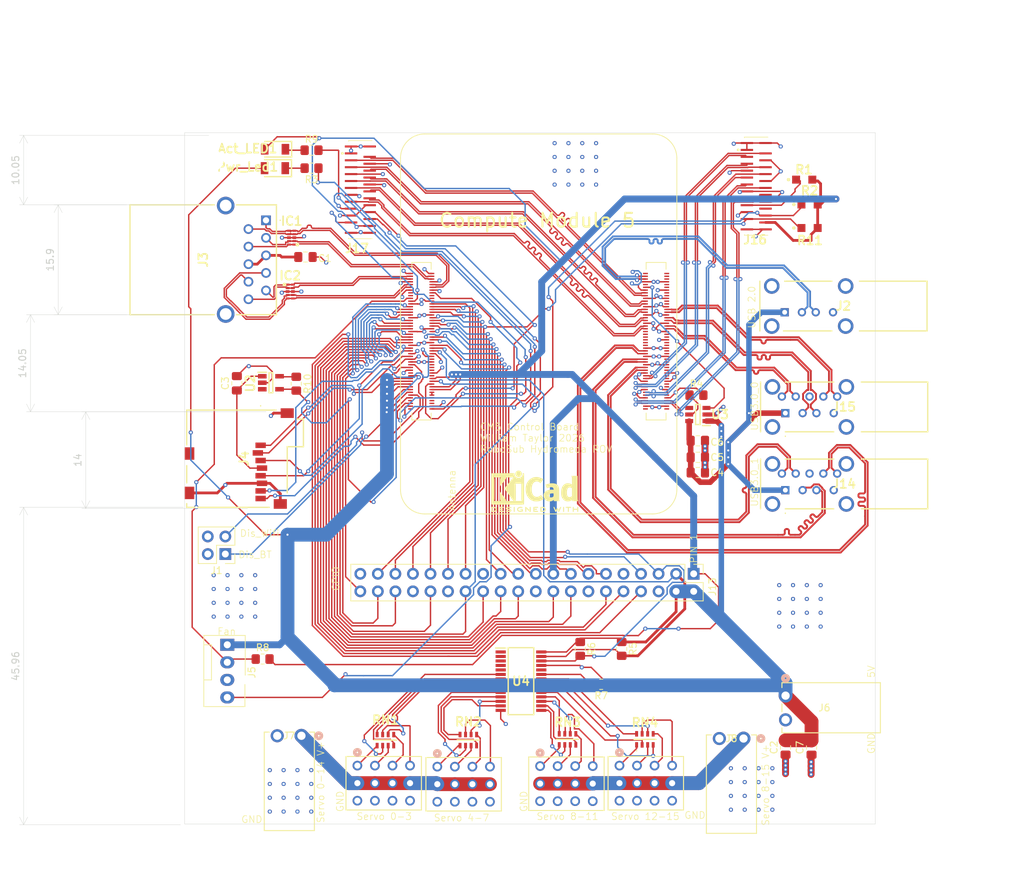
<source format=kicad_pcb>
(kicad_pcb (version 20241229) (generator "pcbnew") (generator_version "9.0")
  (layers (0 "F.Cu" signal) (4 "In1.Cu" signal) (6 "In2.Cu" signal) (2 "B.Cu" signal) (13 "F.Paste" user) (15 "B.Paste" user) (5 "F.SilkS" user "F.Silkscreen") (7 "B.SilkS" user "B.Silkscreen") (1 "F.Mask" user) (3 "B.Mask" user) (25 "Edge.Cuts" user))
  (net 0 "")
  (net 1 "Net-(J3-CT_1)")
  (net 2 "GND")
  (net 3 "+5V")
  (net 4 "/SD_PWR")
  (net 5 "/VBUS")
  (net 6 "/USB3-0-RX_N")
  (net 7 "Net-(Act_LED1-K)")
  (net 8 "+Servo 0-7 voltage")
  (net 9 "+Servo 8-15 voltage")
  (net 10 "+3V3")
  (net 11 "/GPIO26")
  (net 12 "/GPIO11")
  (net 13 "/GPIO23")
  (net 14 "/GPIO15")
  (net 15 "/GPIO12")
  (net 16 "/GPIO7")
  (net 17 "/GPIO9")
  (net 18 "/GPIO17")
  (net 19 "/GPIO21")
  (net 20 "/GPIO20")
  (net 21 "/GPIO14")
  (net 22 "/GPIO5")
  (net 23 "/GPIO4")
  (net 24 "/GPIO10")
  (net 25 "/GPIO16")
  (net 26 "/GPIO27")
  (net 27 "/GPIO25")
  (net 28 "/GPIO3")
  (net 29 "/GPIO2")
  (net 30 "/GPIO6")
  (net 31 "/GPIO24")
  (net 32 "/GPIO0")
  (net 33 "/GPIO13")
  (net 34 "/GPIO8")
  (net 35 "/GPIO22")
  (net 36 "/GPIO18")
  (net 37 "/GPIO19")
  (net 38 "/GPIO1")
  (net 39 "/USB_2_P")
  (net 40 "/USB_2_N")
  (net 42 "/SD_DAT0")
  (net 43 "/SD_DAT1")
  (net 44 "/SD_CLK")
  (net 45 "/SD_DAT2")
  (net 46 "/SD_CMD")
  (net 47 "/SD_DAT3")
  (net 48 "/USB3-1-RX_P")
  (net 49 "/USB3-0-D_N")
  (net 50 "/USB3-0-TX_P")
  (net 51 "/USB3-1-RX_N")
  (net 52 "/USB3-1-D_N")
  (net 53 "/USB3-1-D_P")
  (net 54 "/USB3-1-TX_P")
  (net 55 "/USB3-1-TX_N")
  (net 56 "/USB3-0-RX_P")
  (net 57 "Net-(U3-ILIM)")
  (net 58 "/USB3-0-TX_N")
  (net 59 "/USB3-0-D_P")
  (net 60 "Net-(RN1A-R1.1)")
  (net 61 "Net-(RN1C-R3.1)")
  (net 62 "Net-(RN1D-R4.1)")
  (net 63 "Net-(RN1B-R2.1)")
  (net 64 "Net-(RN2A-R1.1)")
  (net 65 "Net-(RN2C-R3.1)")
  (net 66 "Net-(RN2D-R4.1)")
  (net 67 "Net-(RN2B-R2.1)")
  (net 68 "Net-(RN3C-R3.1)")
  (net 69 "Net-(RN3A-R1.1)")
  (net 70 "Net-(RN3B-R2.1)")
  (net 71 "Net-(RN3D-R4.1)")
  (net 72 "Net-(RN4A-R1.1)")
  (net 73 "Net-(RN4D-R4.1)")
  (net 74 "Net-(RN4B-R2.1)")
  (net 75 "Net-(RN4C-R3.1)")
  (net 76 "/DPHY0_D3_P")
  (net 78 "+1V8")
  (net 81 "/p-1")
  (net 84 "/p+0")
  (net 85 "Net-(Pwr_Led1-K)")
  (net 86 "/DPHY0_D3_N")
  (net 88 "/CAM_GPIO1")
  (net 89 "/CAM_GPIO0")
  (net 91 "/p-2")
  (net 93 "/DPHY0_D2_P")
  (net 94 "/VBUS_EN")
  (net 98 "/DPHY0_D1_P")
  (net 101 "/p-0")
  (net 102 "/DPHY0_D1_N")
  (net 103 "/DPHY0_D2_N")
  (net 105 "/DPHY0_D0_P")
  (net 108 "/SDA0")
  (net 109 "/DPHY0_C_P")
  (net 113 "/SCL0")
  (net 117 "/DPHY0_D0_N")
  (net 120 "/VBAT")
  (net 121 "/DPHY0_C_N")
  (net 122 "/SD_PWR_ON")
  (net 123 "/p+2")
  (net 126 "/p-3")
  (net 128 "/DPHY1_C_P")
  (net 132 "/p+3")
  (net 136 "/DPHY1_D0_P")
  (net 139 "/DPHY1_C_N")
  (net 146 "/DPHY1_D1_P")
  (net 148 "/DPHY1_D2_P")
  (net 150 "/DPHY1_D3_N")
  (net 152 "/DPHY1_D3_P")
  (net 159 "/DPHY1_D1_N")
  (net 160 "Net-(J16-Pad17)")
  (net 162 "/FAN_PWM")
  (net 163 "/Servo_PWM_1")
  (net 164 "/Servo_PWM_2")
  (net 165 "/Servo_PWM_0")
  (net 166 "/Servo_PWM_3")
  (net 167 "/Servo_PWM_7")
  (net 168 "/Servo_PWM_5")
  (net 169 "/Servo_PWM_6")
  (net 170 "/Servo_PWM_4")
  (net 171 "/Servo_PWM_9")
  (net 172 "/Servo_PWM_8")
  (net 173 "/Servo_PWM_11")
  (net 174 "/Servo_PWM_10")
  (net 175 "/Servo_PWM_14")
  (net 176 "/Servo_PWM_15")
  (net 177 "/Servo_PWM_13")
  (net 178 "/Servo_PWM_12")
  (net 179 "/FAN_TACHOMETER")
  (net 180 "Net-(U4-#OE)")
  (net 181 "/p+1")
  (net 188 "/+3.3v")
  (net 189 "/Power_LED")
  (net 190 "/Disable_wifi")
  (net 191 "/Disable_bt")
  (net 192 "/Act_LED")
  (net 194 "/DPHY1_D2_N")
  (net 195 "/DPHY1_D0_N")
  (footprint "RoboSubCompute.footprints:CONN2_2091-1372_WAGO" (layer "F.Cu") (at 182.7 136.599998 90)
    (property "Reference" "J6")
    (property "Value" "Wago connector 2091-1372" (hide yes))
  )
  (footprint "SamacSys_Parts:CAT161000F4" (layer "F.Cu") (at 124.776 143.03)
    (property "Reference" "RN1")
    (property "Value" "220" (hide yes))
  )
  (footprint "Capacitor_SMD:C_0805_2012Metric_Pad1.18x1.45mm_HandSolder" (layer "F.Cu") (at 170 99.7 180)
    (property "Reference" "C6")
    (property "Value" "10u")
  )
  (footprint "SamacSys_Parts:GSB191217FHR" (layer "F.Cu") (at 182.57 81.1 180)
    (property "Reference" "J2")
    (property "Value" "GSB191217FHR" (hide yes))
  )
  (footprint "Resistor_SMD:R_0805_2012Metric_Pad1.20x1.40mm_HandSolder" (layer "F.Cu") (at 169.8 93.1)
    (property "Reference" "R4")
    (property "Value" "10k")
  )
  (footprint "Resistor_SMD:R_0805_2012Metric_Pad1.20x1.40mm_HandSolder" (layer "F.Cu") (at 158.976 129.83 -90)
    (property "Reference" "R5")
    (property "Value" "10K")
  )
  (footprint "Resistor_SMD:R_0805_2012Metric_Pad1.20x1.40mm_HandSolder" (layer "F.Cu") (at 114.08 57.64 180)
    (property "Reference" "R9")
    (property "Value" "90")
  )
  (footprint "Capacitor_SMD:C_0805_2012Metric_Pad1.18x1.45mm_HandSolder" (layer "F.Cu") (at 186.4602 144.1094 90)
    (property "Reference" "C7")
    (property "Value" "10u")
  )
  (footprint "RoboSubCompute.footprints:CON12_3X4_TU_TSW_SAI" (layer "F.Cu") (at 150.978 149.335 180)
    (property "Reference" "J12" (hide yes))
    (property "Value" "HEADER-3X04" (hide yes))
  )
  (footprint "RoboSubCompute.footprints:Raspberry-Pi-5-Compute-Module" (layer "F.Cu") (at 130.46 106.79)
    (property "Reference" "Module1" (hide yes))
    (property "Value" "ComputeModule5-CM5")
  )
  (footprint "RoboSubCompute.footprints:CON12_3X4_TU_TSW_SAI" (layer "F.Cu") (at 124.528 149.265 180)
    (property "Reference" "J9" (hide yes))
    (property "Value" "HEADER-3X04" (hide yes))
  )
  (footprint "SamacSys_Parts:TF3822S05SV830" (layer "F.Cu") (at 119.45 63.35 90)
    (property "Reference" "J17")
    (property "Value" "TF38-22S-0.5SV_830_" (hide yes))
  )
  (footprint "Symbol:KiCad-Logo2_5mm_SilkScreen" (layer "F.Cu") (at 146.4 107)
    (property "Reference" "REF**" (hide yes))
    (property "Value" "KiCad-Logo2_5mm_SilkScreen" (hide yes))
  )
  (footprint "SamacSys_Parts:GSB3116344KHHR" (layer "F.Cu") (at 182.67 95.7 180)
    (property "Reference" "J15")
    (property "Value" "GSB3116344KHHR" (hide yes))
  )
  (footprint "SamacSys_Parts:CAT161000F4" (layer "F.Cu") (at 136.776 143.03)
    (property "Reference" "RN2")
    (property "Value" "220" (hide yes))
  )
  (footprint "Capacitor_SMD:C_0805_2012Metric_Pad1.18x1.45mm_HandSolder" (layer "F.Cu") (at 170 104.3 180)
    (property "Reference" "C4")
    (property "Value" "100u")
  )
  (footprint "RoboSubCompute.footprints:CONN2_2091-1372_WAGO" (layer "F.Cu") (at 112.616601 142.404901)
    (property "Reference" "J7")
    (property "Value" "Wago connector 2091-1372" (hide yes))
  )
  (footprint "SamacSys_Parts:CAT161000F4" (layer "F.Cu") (at 162.338 142.925)
    (property "Reference" "RN4")
    (property "Value" "220" (hide yes))
  )
  (footprint "Resistor_SMD:R_0805_2012Metric_Pad1.20x1.40mm_HandSolder" (layer "F.Cu") (at 107 131.3)
    (property "Reference" "R8")
    (property "Value" "10K")
  )
  (footprint "SamacSys_Parts:ERJS06_U06__0805_" (layer "F.Cu") (at 186.175 65.5)
    (property "Reference" "R2")
    (property "Value" "2.2K" (hide yes))
  )
  (footprint "MountingHole:MountingHole_3.2mm_M3" (layer "F.Cu") (at 99.7 59.1)
    (property "Reference" "H2" (hide yes))
    (property "Value" "M3")
  )
  (footprint "Resistor_SMD:R_0805_2012Metric_Pad1.20x1.40mm_HandSolder" (layer "F.Cu") (at 156.011 134.9544 180)
    (property "Reference" "R7")
    (property "Value" "10K")
  )
  (footprint "MountingHole:MountingHole_3.2mm_M3" (layer "F.Cu") (at 99.7 151.1)
    (property "Reference" "H1" (hide yes))
    (property "Value" "M3")
  )
  (footprint "SamacSys_Parts:CAT161000F4" (layer "F.Cu") (at 151.138 142.925)
    (property "Reference" "RN3")
    (property "Value" "220" (hide yes))
  )
  (footprint "RoboSubCompute.footprints:CON12_3X4_TU_TSW_SAI" (layer "F.Cu") (at 136.098 149.415 180)
    (property "Reference" "J10" (hide yes))
    (property "Value" "HEADER-3X04" (hide yes))
  )
  (footprint "SamacSys_Parts:DQA_R-PUSON-N10_" (layer "F.Cu") (at 111 78.1 -90)
    (property "Reference" "IC2")
    (property "Value" "TPD4E05U06QDQARQ1" (hide yes))
  )
  (footprint "Capacitor_SMD:C_0805_2012Metric_Pad1.18x1.45mm_HandSolder" (layer "F.Cu") (at 113.2 73.1 180)
    (property "Reference" "C1")
    (property "Value" "100p")
  )
  (footprint "Resistor_SMD:R_0805_2012Metric_Pad1.20x1.40mm_HandSolder" (layer "F.Cu") (at 114.08 60.24 180)
    (property "Reference" "R3")
    (property "Value" "150")
  )
  (footprint "Capacitor_SMD:C_0805_2012Metric_Pad1.18x1.45mm_HandSolder" (layer "F.Cu") (at 170 102.1 180)
    (property "Reference" "C5")
    (property "Value" "10u")
  )
  (footprint "Connector_PinHeader_2.54mm:PinHeader_2x02_P2.54mm_Vertical" (layer "F.Cu") (at 101.6 116.1 180)
    (property "Reference" "J1")
    (property "Value" "Disable Bluetooth/Wifi" (hide yes))
  )
  (footprint "Capacitor_SMD:C_0805_2012Metric_Pad1.18x1.45mm_HandSolder" (layer "F.Cu") (at 103.27 91.38 90)
    (property "Reference" "C3")
    (property "Value" "10u")
  )
  (footprint "MountingHole:MountingHole_3.2mm_M3" (layer "F.Cu") (at 191.7 151.1 180)
    (property "Reference" "H3" (hide yes))
    (property "Value" "M3")
  )
  (footprint "Connector_PinHeader_2.54mm:PinHeader_2x20_P2.54mm_Vertical" (layer "F.Cu") (at 169.4 118.96 -90)
    (property "Reference" "J13")
    (property "Value" "Conn_02x20_Odd_Even" (hide yes))
  )
  (footprint "SamacSys_Parts:GSB3116344KHHR" (layer "F.Cu") (at 182.67 106.85 180)
    (property "Reference" "J14")
    (property "Value" "GSB3116344KHHR" (hide yes))
  )
  (footprint "SamacSys_Parts:DQA_R-PUSON-N10_" (layer "F.Cu") (at 111.2 70.3 90)
    (property "Reference" "IC1")
    (property "Value" "TPD4E05U06QDQARQ1" (hide yes))
  )
  (footprint "Resistor_SMD:R_0805_2012Metric_Pad1.20x1.40mm_HandSolder" (layer "F.Cu") (at 111.87 91.44 -90)
    (property "Reference" "R10")
    (property "Value" "10K")
  )
  (footprint "RoboSubCompute.footprints:CONN2_2091-1372_WAGO" (layer "F.Cu") (at 176.616601 142.804901)
    (property "Reference" "J8")
    (property "Value" "Wago connector 2091-1372" (hide yes))
  )
  (footprint "SamacSys_Parts:LEDC3216X68N" (layer "F.Cu") (at 108.78 60.24 180)
    (property "Reference" "Pwr_Led1")
    (property "Value" "150120RS75000" (hide yes))
  )
  (footprint "SamacSys_Parts:ERJS06_U06__0805_" (layer "F.Cu") (at 186.175 68.9)
    (property "Reference" "R11")
    (property "Value" "2.2K" (hide yes))
  )
  (footprint "SamacSys_Parts:SOT95P280X145-6N" (layer "F.Cu") (at 170 95.9 180)
    (property "Reference" "U3")
    (property "Value" "AP22653W6-7" (hide yes))
  )
  (footprint "Capacitor_SMD:C_0805_2012Metric_Pad1.18x1.45mm_HandSolder" (layer "F.Cu") (at 182.7 144.1 90)
    (property "Reference" "C2")
    (property "Value" "10u")
  )
  (footprint "SamacSys_Parts:TF3822S05SV830" (layer "F.Cu") (at 176.75 62.85 90)
    (property "Reference" "J16")
    (property "Value" "TF38-22S-0.5SV_830_" (hide yes))
  )
  (footprint "SamacSys_Parts:SOT94P280X100-5N" (layer "F.Cu") (at 108.2 91.3)
    (property "Reference" "U2")
    (property "Value" "RT9742GGJ5" (hide yes))
  )
  (footprint "Connector:FanPinHeader_1x04_P2.54mm_Vertical" (layer "F.Cu") (at 101.8836 129.235 -90)
    (property "Reference" "J5")
    (property "Value" "Fan_Header")
  )
  (footprint "SamacSys_Parts:LEDC3214X68N" (layer "F.Cu") (at 108.8 57.5 180)
    (property "Reference" "Act_LED1")
    (property "Value" "150120GS75000" (hide yes))
  )
  (footprint "RoboSubCompute.footprints:CON12_3X4_TU_TSW_SAI" (layer "F.Cu") (at 162.468 149.265 180)
    (property "Reference" "J11" (hide yes))
    (property "Value" "HEADER-3X04" (hide yes))
  )
  (footprint "Resistor_SMD:R_0805_2012Metric_Pad1.20x1.40mm_HandSolder" (layer "F.Cu") (at 152.976 129.83 -90)
    (property "Reference" "R6")
    (property "Value" "10K")
  )
  (footprint "SamacSys_Parts:ERJS06_U06__0805_" (layer "F.Cu") (at 185.4 61.9)
    (property "Reference" "R1")
    (property "Value" "2.2K" (hide yes))
  )
  (footprint "SamacSys_Parts:GTFP08432B1HR" (layer "F.Cu") (at 104.46 102.3 90)
    (property "Reference" "J4")
    (property "Value" "GTFP08432B1HR" (hide yes))
  )
  (footprint "SamacSys_Parts:ARJM11B1502NNEW2" (layer "F.Cu") (at 107.49 67.785 -90)
    (property "Reference" "J3")
    (property "Value" "ARJM11B1-502-NN-EW2" (hide yes))
  )
  (footprint "MountingHole:MountingHole_3.2mm_M3" (layer "F.Cu") (at 191.7 59.1)
    (property "Reference" "H4" (hide yes))
    (property "Value" "M3")
  )
  (footprint "SamacSys_Parts:SOP65P640X110-28N" (layer "F.Cu") (at 144.4 134.5)
    (property "Reference" "U4")
    (property "Value" "PCA9685PW,118" (hide yes))
  )
  (gr_rect (start 95.7 55.1) (end 195.7 155.18) (stroke (width 0.05)) (fill no) (layer "Edge.Cuts"))
  (gr_text "GND" (at 145.4 153.5 90) (layer "F.SilkS") (effects (font (size 1 1) (thickness 0.1)) (justify left bottom)))
  (gr_text "Dis_Wifi" (at 103.66 113.1 0) (layer "F.SilkS") (effects (font (size 1 1) (thickness 0.1)) (justify left)))
  (gr_text "Servo 8-11" (at 151.138 153.5 0) (layer "F.SilkS") (effects (font (size 1 1) (thickness 0.1)) (justify top)))
  (gr_text "Servo 12-15" (at 162.4 153.5 0) (layer "F.SilkS") (effects (font (size 1 1) (thickness 0.1)) (justify top)))
  (gr_text "GPIO\n" (at 118.2 121.5 90) (layer "F.SilkS") (effects (font (size 1 1) (thickness 0.1)) (justify left bottom)))
  (gr_text "Servo 8-15 V+" (at 180.4 155.5 90) (layer "F.SilkS") (effects (font (size 1 1) (thickness 0.1)) (justify left bottom)))
  (gr_text "Antenna" (at 135 109.9 90) (layer "F.SilkS") (effects (font (size 1 1) (thickness 0.1)) (justify left bottom)))
  (gr_text "CM5 Control Board \nWilliam Taylor 2026\nRoboSub Hydromeda ROV " (at 138.4 101.5 0) (layer "F.SilkS") (effects (font (size 1 1) (thickness 0.1)) (justify left bottom)))
  (gr_text "Servo 0-14 V+" (at 116 155.1 90) (layer "F.SilkS") (effects (font (size 1 1) (thickness 0.1)) (justify left bottom)))
  (gr_text "5V" (at 195.7 134.087999 90) (layer "F.SilkS") (effects (font (size 1 1) (thickness 0.1)) (justify left bottom)))
  (gr_text "USB3.0_1\n" (at 178.8 109.3 90) (layer "F.SilkS") (effects (font (size 1 1) (thickness 0.1)) (justify left bottom)))
  (gr_text "Servo 4-7" (at 135.8 153.7 0) (layer "F.SilkS") (effects (font (size 1 1) (thickness 0.1)) (justify top)))
  (gr_text "USB3.0_0" (at 178.8 98.3 90) (layer "F.SilkS") (effects (font (size 1 1) (thickness 0.1)) (justify left bottom)))
  (gr_text "GND" (at 168 154.5 0) (layer "F.SilkS") (effects (font (size 1 1) (thickness 0.1)) (justify left bottom)))
  (gr_text "GND" (at 195.7 145.1 90) (layer "F.SilkS") (effects (font (size 1 1) (thickness 0.1)) (justify left bottom)))
  (gr_text "GND" (at 103.85 155.1 0) (layer "F.SilkS") (effects (font (size 1 1) (thickness 0.1)) (justify left bottom)))
  (gr_text "Dis_BT" (at 103.44 116.775 0) (layer "F.SilkS") (effects (font (size 1 1) (thickness 0.1)) (justify left bottom)))
  (gr_text "PIN 1" (at 169.4 117.5 90) (layer "F.SilkS") (effects (font (size 1 1) (thickness 0.1)) (justify left)))
  (gr_text "GND" (at 118.8 153.5 90) (layer "F.SilkS") (effects (font (size 1 1) (thickness 0.1)) (justify left bottom)))
  (gr_text "Servo 0-3" (at 124.6 153.5 0) (layer "F.SilkS") (effects (font (size 1 1) (thickness 0.1)) (justify top)))
  (gr_text "USB 2.0" (at 178.4 83.5 90) (layer "F.SilkS") (effects (font (size 1 1) (thickness 0.1)) (justify left bottom)))
  (gr_text "Compute Module 5" (at 146.75 67.8 0) (layer "F.SilkS") (effects (font (size 2 2) (thickness 0.3))))
  (gr_text "Fan" (at 100.4 127.885 0) (layer "F.SilkS") (effects (font (size 1 1) (thickness 0.1)) (justify left bottom)))
  (dimension (type orthogonal) (layer "Edge.Cuts") (pts (xy 108 95.5) (xy 105.31 109.5)) (height -26.6) (orientation 1) (format (prefix "") (suffix "") (units 3) (units_format 0) (precision 4) (suppress_zeroes yes)) (style (thickness 0.05) (arrow_length 1.27) (text_position_mode 0) (arrow_direction outward) (extension_height 0.58642) (extension_offset 0.5) (keep_text_aligned yes)) (gr_text "14" (at 80.25 102.5 90) (layer "Edge.Cuts") (effects (font (size 1 1) (thickness 0.15)))))
  (dimension (type orthogonal) (layer "Edge.Cuts") (pts (xy 100 65.55) (xy 99.7 55.5)) (height -27.6) (orientation 1) (format (prefix "") (suffix "") (units 3) (units_format 0) (precision 4) (suppress_zeroes yes)) (style (thickness 0.05) (arrow_length 1.27) (text_position_mode 0) (arrow_direction outward) (extension_height 0.58642) (extension_offset 0.5) (keep_text_aligned yes)) (gr_text "10.05" (at 71.25 60.525 90) (layer "Edge.Cuts") (effects (font (size 1 1) (thickness 0.15)))))
  (dimension (type orthogonal) (layer "Edge.Cuts") (pts (xy 87.8 81.45) (xy 87.8 65.55)) (height -10.4) (orientation 1) (format (prefix "") (suffix "") (units 3) (units_format 0) (precision 4) (suppress_zeroes yes)) (style (thickness 0.05) (arrow_length 1.27) (text_position_mode 0) (arrow_direction outward) (extension_height 0.58642) (extension_offset 0.5) (keep_text_aligned yes)) (gr_text "15.9" (at 76.25 73.5 90) (layer "Edge.Cuts") (effects (font (size 1 1) (thickness 0.15)))))
  (dimension (type orthogonal) (layer "Edge.Cuts") (pts (xy 95.6 155.3) (xy 96.01 109.34)) (height -23.2) (orientation 1) (format (prefix "") (suffix "") (units 3) (units_format 0) (precision 4) (suppress_zeroes yes)) (style (thickness 0.05) (arrow_length 1.27) (text_position_mode 0) (arrow_direction outward) (extension_height 0.58642) (extension_offset 0.5) (keep_text_aligned yes)) (gr_text "45.96" (at 71.25 132.32 90) (layer "Edge.Cuts") (effects (font (size 1 1) (thickness 0.15)))))
  (dimension (type orthogonal) (layer "Edge.Cuts") (pts (xy 100 81.45) (xy 100 95.5)) (height -26.6) (orientation 1) (format (prefix "") (suffix "") (units 3) (units_format 0) (precision 4) (suppress_zeroes yes)) (style (thickness 0.05) (arrow_length 1.27) (text_position_mode 0) (arrow_direction outward) (extension_height 0.58642) (extension_offset 0.5) (keep_text_aligned yes)) (gr_text "14.05" (at 72.25 88.475 90) (layer "Edge.Cuts") (effects (font (size 1 1) (thickness 0.15)))))
  (segment (start 109.7625 73.1) (end 112.1625 73.1) (width 0.4) (layer "F.Cu") (net 1))
  (segment (start 104.95 74.135) (end 106.22 74.135) (width 0.4) (layer "F.Cu") (net 1))
  (segment (start 106.22 74.135) (end 107.49 72.865) (width 0.4) (layer "F.Cu") (net 1))
  (segment (start 109.5275 72.865) (end 109.7625 73.1) (width 0.4) (layer "F.Cu") (net 1))
  (segment (start 107.49 72.865) (end 109.5275 72.865) (width 0.4) (layer "F.Cu") (net 1))
  (segment (start 106.91 105.86) (end 108.06 105.86) (width 0.4) (layer "F.Cu") (net 2))
  (segment (start 130.39 85.51) (end 129.79 85.51) (width 0.2) (layer "F.Cu") (net 2))
  (segment (start 128.42 76.69) (end 127.16147 76.69) (width 0.2) (layer "F.Cu") (net 2))
  (segment (start 175.3 56.6) (end 175.2 56.7) (width 0.2) (layer "F.Cu") (net 2))
  (segment (start 182.7 145.1375) (end 182.7 146.1) (width 1) (layer "F.Cu") (net 2))
  (segment (start 162.42 93.49) (end 161.600743 93.49) (width 0.2) (layer "F.Cu") (net 2))
  (segment (start 166.99 89.89) (end 167 89.9) (width 0.2) (layer "F.Cu") (net 2))
  (segment (start 171.0375 103.5) (end 171.0375 102.9) (width 1) (layer "F.Cu") (net 2))
  (segment (start 161.4 77.1) (end 160.642553 77.1) (width 0.2) (layer "F.Cu") (net 2))
  (segment (start 165.5 85.09) (end 164.81 85.09) (width 0.2) (layer "F.Cu") (net 2))
  (segment (start 173.294976 95.205024) (end 173.7 94.8) (width 0.6) (layer "F.Cu") (net 2))
  (segment (start 112.5992 78.1) (end 112.6 78.0992) (width 0.2) (layer "F.Cu") (net 2))
  (segment (start 167 89.9) (end 167 90.1) (width 0.2) (layer "F.Cu") (net 2))
  (segment (start 164.471517 80.1) (end 164.649998 79.921519) (width 0.2) (layer "F.Cu") (net 2))
  (segment (start 119.8 61.1) (end 124.4 61.1) (width 0.2) (layer "F.Cu") (net 2))
  (segment (start 161.4 77.1) (end 161.4 77.5) (width 0.2) (layer "F.Cu") (net 2))
  (segment (start 131.5 77.89) (end 132.461564 77.89) (width 0.2) (layer "F.Cu") (net 2))
  (segment (start 129.42 79.9) (end 129.41 79.89) (width 0.2) (layer "F.Cu") (net 2))
  (segment (start 163.54147 82.69) (end 163.54147 83.44147) (width 0.2) (layer "F.Cu") (net 2))
  (segment (start 161.79 91.09) (end 161.239197 90.539197) (width 0.2) (layer "F.Cu") (net 2))
  (segment (start 121.952 65.6) (end 120.452 67.1) (width 0.2) (layer "F.Cu") (net 2))
  (segment (start 186.4 146.8) (end 186.4 147.4) (width 1) (layer "F.Cu") (net 2))
  (segment (start 171.0375 102.9) (end 171.0375 102.1) (width 1) (layer "F.Cu") (net 2))
  (segment (start 110.815 70.3) (end 111.585 70.3) (width 0.2) (layer "F.Cu") (net 2))
  (segment (start 164.21 77.89) (end 164.2 77.9) (width 0.2) (layer "F.Cu") (net 2))
  (segment (start 96.41 107.25) (end 100.45 107.25) (width 0.4) (layer "F.Cu") (net 2))
  (segment (start 122.5 65.6) (end 121.952 65.6) (width 0.2) (layer "F.Cu") (net 2))
  (segment (start 132.461564 77.89) (end 132.612364 78.0408) (width 0.2) (layer "F.Cu") (net 2))
  (segment (start 161.405371 93.294628) (end 161.010743 92.9) (width 0.2) (layer "F.Cu") (net 2))
  (segment (start 122.5 59.6) (end 125.322002 59.6) (width 0.2) (layer "F.Cu") (net 2))
  (segment (start 171.0375 104.3) (end 171.0375 103.5) (width 1) (layer "F.Cu") (net 2))
  (segment (start 161.81 89.89) (end 161.61 90.09) (width 0.2) (layer "F.Cu") (net 2))
  (segment (start 164.79 79.09) (end 164.6 78.9) (width 0.2) (layer "F.Cu") (net 2))
  (segment (start 182.7 146.1) (end 182.7 146.7) (width 1) (layer "F.Cu") (net 2))
  (segment (start 124.486292 62.6) (end 124.593146 62.706854) (width 0.2) (layer "F.Cu") (net 2))
  (segment (start 154.5566 132.5) (end 157.011 134.9544) (width 0.2) (layer "F.Cu") (net 2))
  (segment (start 119.8 64.1) (end 120.8 64.1) (width 0.2) (layer "F.Cu") (net 2))
  (segment (start 141.462 138.725) (end 141.462 139.962) (width 0.2) (layer "F.Cu") (net 2))
  (segment (start 131.5 83.49) (end 130.19 83.49) (width 0.2) (layer "F.Cu") (net 2))
  (segment (start 108.06 105.86) (end 109.56 107.36) (width 0.4) (layer "F.Cu") (net 2))
  (segment (start 163.54147 83.44147) (end 163.6 83.5) (width 0.2) (layer "F.Cu") (net 2))
  (segment (start 181.5 56.6) (end 182 57.1) (width 0.2) (layer "F.Cu") (net 2))
  (segment (start 164.4 94.8408) (end 164.5508 94.69) (width 0.2) (layer "F.Cu") (net 2))
  (segment (start 163.6 83.5) (end 164.01 83.5) (width 0.2) (layer "F.Cu") (net 2))
  (segment (start 119.8 58.1) (end 119.8 57.7) (width 0.2) (layer "F.Cu") (net 2))
  (segment (start 165.5 86.29) (end 164.61 86.29) (width 0.2) (layer "F.Cu") (net 2))
  (segment (start 176.175762 63.6) (end 176.075762 63.7) (width 0.2) (layer "F.Cu") (net 2))
  (segment (start 177.1 57.6) (end 177.1 56.6) (width 0.2) (layer "F.Cu") (net 2))
  (segment (start 130.59 79.49) (end 131.5 79.49) (width 0.2) (layer "F.Cu") (net 2))
  (segment (start 163.39 88.69) (end 163.4 88.7) (width 0.2) (layer "F.Cu") (net 2))
  (segment (start 128.42 83.89) (end 129.39 83.89) (width 0.2) (layer "F.Cu") (net 2))
  (segment (start 164.2 78.9) (end 164 78.7) (width 0.2) (layer "F.Cu") (net 2))
  (segment (start 129.4 86.7) (end 129.01 87.09) (width 0.2) (layer "F.Cu") (net 2))
  (segment (start 177.1 56.6) (end 175.3 56.6) (width 0.2) (layer "F.Cu") (net 2))
  (segment (start 120.452 67.1) (end 119.8 67.1) (width 0.2) (layer "F.Cu") (net 2))
  (segment (start 164.5508 94.69) (end 165.5 94.69) (width 0.2) (layer "F.Cu") (net 2))
  (segment (start 177.1 63.6) (end 176.175762 63.6) (width 0.2) (layer "F.Cu") (net 2))
  (segment (start 130.41 88.29) (end 130.4 88.3) (width 0.2) (layer "F.Cu") (net 2))
  (segment (start 161.269499 92.9) (end 161.525465 92.644034) (width 0.2) (layer "F.Cu") (net 2))
  (segment (start 130.4 79.3) (end 130.59 79.49) (width 0.2) (layer "F.Cu") (net 2))
  (segment (start 177.1 69.1) (end 179.8 69.1) (width 0.2) (layer "F.Cu") (net 2))
  (segment (start 162.42 88.69) (end 163.39 88.69) (width 0.2) (layer "F.Cu") (net 2))
  (segment (start 122.5 57.1) (end 121.2 57.1) (width 0.2) (layer "F.Cu") (net 2))
  (segment (start 131.5 81.49) (end 130.41 81.49) (width 0.2) (layer "F.Cu") (net 2))
  (segment (start 163.6 76.7) (end 164.2 76.7) (width 0.2) (layer "F.Cu") (net 2))
  (segment (start 127.81 89.49) (end 128.42 89.49) (width 0.2) (layer "F.Cu") (net 2))
  (segment (start 164 80.1) (end 164.471517 80.1) (width 0.2) (layer "F.Cu") (net 2))
  (segment (start 163.4 88.7) (end 163.8 88.7) (width 0.2) (layer "F.Cu") (net 2))
  (segment (start 106.95 91.3) (end 107.8 91.3) (width 0.2) (layer "F.Cu") (net 2))
  (segment (start 121.1 69.6) (end 121.2 69.5) (width 0.2) (layer "F.Cu") (net 2))
  (segment (start 130.4 83.7) (end 130 83.3) (width 0.2) (layer "F.Cu") (net 2))
  (segment (start 161.600743 93.49) (end 161.405371 93.294628) (width 0.2) (layer "F.Cu") (net 2))
  (segment (start 162.42 77.89) (end 161.79 77.89) (width 0.2) (layer "F.Cu") (net 2))
  (segment (start 129.7 81.6) (end 129.41 81.89) (width 0.2) (layer "F.Cu") (net 2))
  (segment (start 131.5 75.49) (end 131.051794 75.49) (width 0.2) (layer "F.Cu") (net 2))
  (segment (start 109.944485 78.1) (end 109.776133 78.268352) (width 0.2) (layer "F.Cu") (net 2))
  (segment (start 180.55 59.1) (end 182 60.55) (width 0.2) (layer "F.Cu") (net 2))
  (segment (start 129.7 81.6) (end 129.8 81.5) (width 0.2) (layer "F.Cu") (net 2))
  (segment (start 129.39 83.89) (end 129.4 83.9) (width 0.2) (layer "F.Cu") (net 2))
  (segment (start 152.925 132.225) (end 153.2 132.5) (width 0.2) (layer "F.Cu") (net 2))
  (segment (start 119.8 57.1) (end 121.2 57.1) (width 0.2) (layer "F.Cu") (net 2))
  (segment (start 130.41 85.49) (end 130.39 85.51) (width 0.2) (layer "F.Cu") (net 2))
  (segment (start 162.42 86.29) (end 163.6 86.29) (width 0.2) (layer "F.Cu") (net 2))
  (segment (start 161.61 90.09) (end 161.509653 90.09) (width 0.2) (layer "F.Cu") (net 2))
  (segment (start 164.81 85.09) (end 164.8 85.1) (width 0.2) (layer "F.Cu") (net 2))
  (segment (start 110.615 78.1) (end 109.944485 78.1) (width 0.2) (layer "F.Cu") (net 2))
  (segment (start 119.8 69.6) (end 121.1 69.6) (width 0.2) (layer "F.Cu") (net 2))
  (segment (start 131.5 76.69) (end 132.41 76.69) (width 0.2) (layer "F.Cu") (net 2))
  (segment (start 179.8 69.1) (end 179.4 69.1) (width 0.2) (layer "F.Cu") (net 2))
  (segment (start 165.5 76.69) (end 164.21 76.69) (width 0.2) (layer "F.Cu") (net 2))
  (segment (start 161.239197 90.539197) (end 161 90.539197) (width 0.2) (layer "F.Cu") (net 2))
  (segment (start 130 79.3) (end 130 79.9) (width 0.2) (layer "F.Cu") (net 2))
  (segment (start 128.42 85.89) (end 129.41 85.89) (width 0.2) (layer "F.Cu") (net 2))
  (segment (start 161.010743 92.9) (end 160.8 92.9) (width 0.2) (layer "F.Cu") (net 2))
  (segment (start 111.385 78.1) (end 110.615 78.1) (width 0.2) (layer "F.Cu") (net 2))
  (segment (start 171.0375 102.1) (end 171.0375 101.1) (width 1) (layer "F.Cu") (net 2))
  (segment (start 162.42 81.49) (end 163.41 81.49) (width 0.2) (layer "F.Cu") (net 2))
  (segment (start 179.4 69.1) (end 178.4 70.1) (width 0.2) (layer "F.Cu") (net 2))
  (segment (start 111.585 70.3) (end 112.8 70.3) (width 0.2) (layer "F.Cu") (net 2))
  (segment (start 162.42 80.29) (end 163.81 80.29) (width 0.2) (layer "F.Cu") (net 2))
  (segment (start 166.01 91.09) (end 166.6 90.5) (width 0.2) (layer "F.Cu") (net 2))
  (segment (start 186.4 146.2) (end 186.4 146.8) (width 1) (layer "F.Cu") (net 2))
  (segment (start 165.5 81.49) (end 164.59 81.49) (width 0.2) (layer "F.Cu") (net 2))
  (segment (start 170.8 93.1) (end 169.799 92.099) (width 0.2) (layer "F.Cu") (net 2))
  (segment (start 161 90.539197) (end 161.060456 90.539197) (width 0.2) (layer "F.Cu") (net 2))
  (segment (start 131.5 89.89) (end 132.21 89.89) (width 0.2) (layer "F.Cu") (net 2))
  (segment (start 164.01 83.5) (end 164.4 83.89) (width 0.2) (layer "F.Cu") (net 2))
  (segment (start 179.8 56.6) (end 181.5 56.6) (width 0.2) (layer "F.Cu") (net 2))
  (segment (start 172.8 95.7) (end 173.294976 95.205024) (width 0.6) (layer "F.Cu") (net 2))
  (segment (start 164.21 76.69) (end 164.2 76.7) (width 0.2) (layer "F.Cu") (net 2))
  (segment (start 163.59 76.69) (end 163.6 76.7) (width 0.2) (layer "F.Cu") (net 2))
  (segment (start 179.8 65.1) (end 180.8 65.1) (width 0.2) (layer "F.Cu") (net 2))
  (segment (start 128.42 77.89) (end 127.81 77.89) (width 0.2) (layer "F.Cu") (net 2))
  (segment (start 163.4 94.8408) (end 164.4 94.8408) (width 0.2) (layer "F.Cu") (net 2))
  (segment (start 109.56 107.36) (end 109.56 108.85) (width 0.4) (layer "F.Cu") (net 2))
  (segment (start 163.8 88.7) (end 164.023294 88.476706) (width 0.2) (layer "F.Cu") (net 2))
  (segment (start 164.61 86.29) (end 164.6 86.3) (width 0.2) (layer "F.Cu") (net 2))
  (segment (start 163.81 80.29) (end 164 80.1) (width 0.2) (layer "F.Cu") (net 2))
  (segment (start 127.16147 76.69) (end 126.975735 76.875735) (width 0.2) (layer "F.Cu") (net 2))
  (segment (start 179.8 59.1) (end 180.55 59.1) (width 0.2) (layer "F.Cu") (net 2))
  (segment (start 122.5 62.6) (end 124.486292 62.6) (width 0.2) (layer "F.Cu") (net 2))
  (segment (start 179.8 62.1) (end 180.6 62.1) (width 0.2) (layer "F.Cu") (net 2))
  (segment (start 163.8 83.5) (end 163.6 83.5) (width 0.2) (layer "F.Cu") (net 2))
  (segment (start 127.4 89.9) (end 127.81 89.49) (width 0.2) (layer "F.Cu") (net 2))
  (segment (start 165.5 92.29) (end 164.89765 92.29) (width 0.2) (layer "F.Cu") (net 2))
  (segment (start 127.81 77.89) (end 127.2 78.5) (width 0.2) (layer "F.Cu") (net 2))
  (segment (start 129.59 88.29) (end 129.6 88.3) (width 0.2) (layer "F.Cu") (net 2))
  (segment (start 130.19 83.49) (end 130 83.3) (width 0.2) (layer "F.Cu") (net 2))
  (segment (start 174.9 60.6) (end 174.6 60.9) (width 0.2) (layer "F.Cu") (net 2))
  (segment (start 162.42 87.49) (end 163.59 87.49) (width 0.2) (layer "F.Cu") (net 2))
  (segment (start 171.25 95.9) (end 172.6 95.9) (width 0.6) (layer "F.Cu") (net 2))
  (segment (start 177.1 60.6) (end 174.9 60.6) (width 0.2) (layer "F.Cu") (net 2))
  (segment (start 141.462 139.962) (end 142.2 140.7) (width 0.2) (layer "F.Cu") (net 2))
  (segment (start 165.5 91.09) (end 166.01 91.09) (width 0.2) (layer "F.Cu") (net 2))
  (segment (start 107.8 91.3) (end 108.4 90.7) (width 0.2) (layer "F.Cu") (net 2))
  (segment (start 132.21 89.89) (end 133 89.1) (width 0.2) (layer "F.Cu") (net 2))
  (segment (start 131.051794 75.49) (end 130.430897 74.869103) (width 0.2) (layer "F.Cu") (net 2))
  (segment (start 162.42 92.29) (end 161.879499 92.29) (width 0.2) (layer "F.Cu") (net 2))
  (segment (start 160.642553 77.1) (end 160.461353 76.9188) (width 0.2) (layer "F.Cu") (net 2))
  (segment (start 163.54147 82.69) (end 162.42 82.69) (width 0.2) (layer "F.Cu") (net 2))
  (segment (start 130.4 83.9) (end 130.4 83.7) (width 0.2) (layer "F.Cu") (net 2))
  (segment (start 164.61 82.69) (end 165.5 82.69) (width 0.2) (layer "F.Cu") (net 2))
  (segment (start 162.42 79.09) (end 163.81 79.09) (width 0.2) (layer "F.Cu") (net 2))
  (segment (start 132.61 94.69) (end 133.2 94.1) (width 0.2) (layer "F.Cu") (net 2))
  (segment (start 107.6 88.9) (end 105 88.9) (width 0.2) (layer "F.Cu") (net 2))
  (segment (start 186.4 147.4) (end 186.4 148) (width 1) (layer "F.Cu") (net 2))
  (segment (start 164.4 83.89) (end 165.5 83.89) (width 0.2) (layer "F.Cu") (net 2))
  (segment (start 164.59 81.49) (end 164 80.9) (width 0.2) (layer "F.Cu") (net 2))
  (segment (start 163.6 86.29) (end 164.59 86.29) (width 0.2) (layer "F.Cu") (net 2))
  (segment (start 166.01 93.49) (end 166.8 92.7) (width 0.2) (layer "F.Cu") (net 2))
  (segment (start 127.2 78.5) (end 127.2 78.9) (width 0.2) (layer "F.Cu") (net 2))
  (segment (start 130 79.3) (end 130.4 79.3) (width 0.2) (layer "F.Cu") (net 2))
  (segment (start 186.4 145.2071) (end 186.4602 145.1469) (width 1) (layer "F.Cu") (net 2))
  (segment (start 129.41 79.89) (end 128.42 79.89) (width 0.2) (layer "F.Cu") (net 2))
  (segment (start 163.81 79.09) (end 164 78.9) (width 0.2) (layer "F.Cu") (net 2))
  (segment (start 110.56 95.7) (end 108.6 95.7) (width 0.4) (layer "F.Cu") (net 2))
  (segment (start 182.7 146.7) (end 182.7 147.3) (width 1) (layer "F.Cu") (net 2))
  (segment (start 171.0375 101.1) (end 171.0375 100.5) (width 1) (layer "F.Cu") (net 2))
  (segment (start 127.79 75.49) (end 127.4 75.1) (width 0.2) (layer "F.Cu") (net 2))
  (segment (start 162.42 76.69) (end 163.59 76.69) (width 0.2) (layer "F.Cu") (net 2))
  (segment (start 129.8 81.5) (end 130.4 81.5) (width 0.2) (layer "F.Cu") (net 2))
  (segment (start 165.5 79.09) (end 164.79 79.09) (width 0.2) (layer "F.Cu") (net 2))
  (segment (start 129.01 87.09) (end 128.42 87.09) (width 0.2) (layer "F.Cu") (net 2))
  (segment (start 108.6 95.7) (end 108.2 96.1) (width 0.4) (layer "F.Cu") (net 2))
  (segment (start 177.1 56.6) (end 179.8 56.6) (width 0.2) (layer "F.Cu") (net 2))
  (segment (start 132.41 76.69) (end 132.6 76.5) (width 0.2) (layer "F.Cu") (net 2))
  (segment (start 172.6 95.9) (end 172.8 95.7) (width 0.6) (layer "F.Cu") (net 2))
  (segment (start 108.4 90.7) (end 108.4 89.7) (width 0.2) (layer "F.Cu") (net 2))
  (segment (start 132.8 88.3) (end 132.8 87.9) (width 0.2) (layer "F.Cu") (net 2))
  (segment (start 177.1 66.6) (end 176.3 66.6) (width 0.2) (layer "F.Cu") (net 2))
  (segment (start 105 88.9) (end 104.7125 88.9) (width 0.2) (layer "F.Cu") (net 2))
  (segment (start 182.1 63.6) (end 182.2 63.7) (width 0.2) (layer "F.Cu") (net 2))
  (segment (start 164.89765 92.29) (end 164.653082 92.045432) (width 0.2) (layer "F.Cu") (net 2))
  (segment (start 129.6 88.3) (end 130.4 88.3) (width 0.2) (layer "F.Cu") (net 2))
  (segment (start 109.8008 70.3) (end 109.8 70.3008) (width 0.2) (layer "F.Cu") (net 2))
  (segment (start 129.41 85.89) (end 129.59 85.71) (width 0.2) (layer "F.Cu") (net 2))
  (segment (start 164.4 82.9) (end 164.61 82.69) (width 0.2) (layer "F.Cu") (net 2))
  (segment (start 163.59 87.49) (end 163.6 87.5) (width 0.2) (layer "F.Cu") (net 2))
  (segment (start 160.8 92.9) (end 161.269499 92.9) (width 0.2) (layer "F.Cu") (net 2))
  (segment (start 165.5 89.89) (end 166.99 89.89) (width 0.2) (layer "F.Cu") (net 2))
  (segment (start 129.4 85.9) (end 129.59 85.71) (width 0.2) (layer "F.Cu") (net 2))
  (segment (start 165.5 77.89) (end 164.21 77.89) (width 0.2) (layer "F.Cu") (net 2))
  (segment (start 110.815 70.3) (end 109.8008 70.3) (width 0.2) (layer "F.Cu") (net 2))
  (segment (start 128.42 88.29) (end 129.59 88.29) (width 0.2) (layer "F.Cu") (net 2))
  (segment (start 180.6 62.1) (end 182 60.7) (width 0.2) (layer "F.Cu") (net 2))
  (segment (start 161.81 76.69) (end 161.4 77.1) (width 0.2) (layer "F.Cu") (net 2))
  (segment (start 112.8 70.3) (end 113 70.1) (width 0.2) (layer "F.Cu") (net 2))
  (segment (start 132.8 87.9) (end 131.99 87.09) (width 0.2) (layer "F.Cu") (net 2))
  (segment (start 171.0375 100.5) (end 171.0375 99.7) (width 1) (layer "F.Cu") (net 2))
  (segment (start 131.5 94.69) (end 132.61 94.69) (width 0.2) (layer "F.Cu") (net 2))
  (segment (start 104.7125 88.9) (end 103.27 90.3425) (width 0.2) (layer "F.Cu") (net 2))
  (segment (start 162.42 94.69) (end 163.2492 94.69) (width 0.2) (layer "F.Cu") (net 2))
  (segment (start 182 60.55) (end 182 60.7) (width 0.2) (layer "F.Cu") (net 2))
  (segment (start 100.45 107.25) (end 101.6 106.1) (width 0.4) (layer "F.Cu") (net 2))
  (segment (start 177.1 63.6) (end 182.1 63.6) (width 0.2) (layer "F.Cu") (net 2))
  (segment (start 120.8 64.1) (end 121 64.3) (width 0.2) (layer "F.Cu") (net 2))
  (segment (start 129.79 85.51) (end 129.59 85.71) (width 0.2) (layer "F.Cu") (net 2))
  (segment (start 131.5 88.29) (end 130.41 88.29) (width 0.2) (layer "F.Cu") (net 2))
  (segment (start 163.2492 94.69) (end 163.4 94.8408) (width 0.2) (layer "F.Cu") (net 2))
  (segment (start 125.322002 59.6) (end 125.422002 59.7) (width 0.2) (layer "F.Cu") (net 2))
  (segment (start 147.338 132.225) (end 152.925 132.225) (width 0.2) (layer "F.Cu") (net 2))
  (segment (start 128.42 75.49) (end 127.79 75.49) (width 0.2) (layer "F.Cu") (net 2))
  (segment (start 131.5 85.49) (end 130.41 85.49) (width 0.2) (layer "F.Cu") (net 2))
  (segment (start 101.84 105.86) (end 101.6 106.1) (width 0.4) (layer "F.Cu") (net 2))
  (segment (start 162.42 76.69) (end 161.81 76.69) (width 0.2) (layer "F.Cu") (net 2))
  (segment (start 121.3 69.6) (end 121.2 69.5) (width 0.2) (layer "F.Cu") (net 2))
  (segment (start 165.5 80.29) (end 165.018479 80.29) (width 0.2) (layer "F.Cu") (net 2))
  (segment (start 122.5 69.6) (end 121.3 69.6) (width 0.2) (layer "F.Cu") (net 2))
  (segment (start 182.7 147.3) (end 182.7 147.9) (width 1) (layer "F.Cu") (net 2))
  (segment (start 129.41 81.89) (end 128.42 81.89) (width 0.2) (layer "F.Cu") (net 2))
  (segment (start 130.41 81.49) (end 130.4 81.5) (width 0.2) (layer "F.Cu") (net 2))
  (segment (start 163.41 81.49) (end 164 80.9) (width 0.2) (layer "F.Cu") (net 2))
  (segment (start 164.39 88.69) (end 164.176706 88.476706) (width 0.2) (layer "F.Cu") (net 2))
  (segment (start 167 90.1) (end 166.6 90.5) (width 0.2) (layer "F.Cu") (net 2))
  (segment (start 180.8 65.1) (end 182.2 63.7) (width 0.2) (layer "F.Cu") (net 2))
  (segment (start 108.4 89.7) (end 107.6 88.9) (width 0.2) (layer "F.Cu") (net 2))
  (segment (start 164.4 82.9) (end 163.8 83.5) (width 0.2) (layer "F.Cu") (net 2))
  (segment (start 164.59 86.29) (end 164.6 86.3) (width 0.2) (layer "F.Cu") (net 2))
  (segment (start 176.3 66.6) (end 175.8 67.1) (width 0.2) (layer "F.Cu") (net 2))
  (segment (start 130 79.9) (end 129.42 79.9) (width 0.2) (layer "F.Cu") (net 2))
  (segment (start 119.8 67.1) (end 118.2 67.1) (width 0.2) (layer "F.Cu") (net 2))
  (segment (start 164.6 78.9) (end 164.2 78.9) (width 0.2) (layer "F.Cu") (net 2))
  (segment (start 169.799 92.099) (end 167.401 92.099) (width 0.2) (layer "F.Cu") (net 2))
  (segment (start 153.2 132.5) (end 154.5566 132.5) (width 0.2) (layer "F.Cu") (net 2))
  (segment (start 115.4 73.1) (end 116.2 73.9) (width 0.2) (layer "F.Cu") (net 2))
  (segment (start 114.2375 73.1) (end 115.4 73.1) (width 0.2) (layer "F.Cu") (net 2))
  (segment (start 186.4 146.2) (end 186.4 145.2071) (width 1) (layer "F.Cu") (net 2))
  (segment (start 164.41 87.49) (end 164.4 87.5) (width 0.2) (layer "F.Cu") (net 2))
  (segment (start 164.8 85.1) (end 164.4 85.1) (width 0.2) (layer "F.Cu") (net 2))
  (segment (start 161.79 77.89) (end 161.4 77.5) (width 0.2) (layer "F.Cu") (net 2))
  (segment (start 167.401 92.099) (end 166.8 92.7) (width 0.2) (layer "F.Cu") (net 2))
  (segment (start 161.79 91.09) (end 162.42 91.09) (width 0.2) (layer "F.Cu") (net 2))
  (segment (start 119.8 57.7) (end 119.8 57.1) (width 0.2) (layer "F.Cu") (net 2))
  (segment (start 164 78.9) (end 164 78.7) (width 0.2) (layer "F.Cu") (net 2))
  (segment (start 165.018479 80.29) (end 164.649998 79.921519) (width 0.2) (layer "F.Cu") (net 2))
  (segment (start 165.5 93.49) (end 166.01 93.49) (width 0.2) (layer "F.Cu") (net 2))
  (segment (start 161.879499 92.29) (end 161.525465 92.644034) (width 0.2) (layer "F.Cu") (net 2))
  (segment (start 131.99 87.09) (end 131.5 87.09) (width 0.2) (layer "F.Cu") (net 2))
  (segment (start 111.385 78.1) (end 112.5992 78.1) (width 0.2) (layer "F.Cu") (net 2))
  (segment (start 165.5 87.49) (end 164.41 87.49) (width 0.2) (layer "F.Cu") (net 2))
  (segment (start 161.81 89.89) (end 162.42 89.89) (width 0.2) (layer "F.Cu") (net 2))
  (segment (start 129.4 83.9) (end 130.4 83.9) (width 0.2) (layer "F.Cu") (net 2))
  (segment (start 161.060456 90.539197) (end 161.509653 90.09) (width 0.2) (layer "F.Cu") (net 2))
  (segment (start 164.4 87.5) (end 163.6 87.5) (width 0.2) (layer "F.Cu") (net 2))
  (segment (start 106.91 105.86) (end 101.84 105.86) (width 0.4) (layer "F.Cu") (net 2))
  (segment (start 164.023294 88.476706) (end 164.176706 88.476706) (width 0.2) (layer "F.Cu") (net 2))
  (segment (start 164.6 81.5) (end 164.59 81.49) (width 0.2) (layer "F.Cu") (net 2))
  (segment (start 165.5 88.69) (end 164.39 88.69) (width 0.2) (layer "F.Cu") (net 2))
  (via (at 126.975735 76.875735) (size 0.6) (drill 0.3) (layers "F.Cu" "B.Cu") (net 2))
  (via (at 112.04 151.38) (size 0.6) (drill 0.3) (layers "F.Cu" "B.Cu") (net 2))
  (via (at 178.4 70.1) (size 0.6) (drill 0.3) (layers "F.Cu" "B.Cu") (net 2))
  (via (at 155.27 60.62) (size 0.6) (drill 0.3) (layers "F.Cu" "B.Cu") (net 2))
  (via (at 129.4 86.7) (size 0.6) (drill 0.3) (layers "F.Cu" "B.Cu") (net 2))
  (via (at 105 88.9) (size 0.6) (drill 0.3) (layers "F.Cu" "B.Cu") (net 2))
  (via (at 112.6 78.0992) (size 0.6) (drill 0.3) (layers "F.Cu" "B.Cu") (net 2))
  (via (at 176.79 151.11) (size 0.6) (drill 0.3) (layers "F.Cu" "B.Cu") (net 2))
  (via (at 178.79 153.11) (size 0.6) (drill 0.3) (layers "F.Cu" "B.Cu") (net 2))
  (via (at 151.27 60.62) (size 0.6) (drill 0.3) (layers "F.Cu" "B.Cu") (net 2))
  (via (at 130 83.3) (size 0.6) (drill 0.3) (layers "F.Cu" "B.Cu") (net 2))
  (via (at 112.04 149.38) (size 0.6) (drill 0.3) (layers "F.Cu" "B.Cu") (net 2))
  (via (at 164.59 81.49) (size 0.6) (drill 0.3) (layers "F.Cu" "B.Cu") (net 2))
  (via (at 164 80.9) (size 0.6) (drill 0.3) (layers "F.Cu" "B.Cu") (net 2))
  (via (at 174.79 151.11) (size 0.6) (drill 0.3) (layers "F.Cu" "B.Cu") (net 2))
  (via (at 186.4 146.8) (size 0.6) (drill 0.3) (layers "F.Cu" "B.Cu") (net 2))
  (via (at 186.4 147.4) (size 0.6) (drill 0.3) (layers "F.Cu" "B.Cu") (net 2))
  (via (at 108.2 96.1) (size 0.6) (drill 0.3) (layers "F.Cu" "B.Cu") (net 2))
  (via (at 105.92 123.16) (size 0.6) (drill 0.3) (layers "F.Cu" "B.Cu") (net 2))
  (via (at 132.612364 78.0408) (size 0.6) (drill 0.3) (layers "F.Cu" "B.Cu") (net 2))
  (via (at 171.0375 100.5) (size 0.6) (drill 0.3) (layers "F.Cu" "B.Cu") (net 2))
  (via (at 187.78 124.6) (size 0.6) (drill 0.3) (layers "F.Cu" "B.Cu") (net 2))
  (via (at 125.422002 59.7) (size 0.6) (drill 0.3) (layers "F.Cu" "B.Cu") (net 2))
  (via (at 164.6 78.9) (size 0.6) (drill 0.3) (layers "F.Cu" "B.Cu") (net 2))
  (via (at 114.04 151.38) (size 0.6) (drill 0.3) (layers "F.Cu" "B.Cu") (net 2))
  (via (at 112.04 147.38) (size 0.6) (drill 0.3) (layers "F.Cu" "B.Cu") (net 2))
  (via (at 130.4 88.3) (size 0.6) (drill 0.3) (layers "F.Cu" "B.Cu") (net 2))
  (via (at 101.92 119.16) (size 0.6) (drill 0.3) (layers "F.Cu" "B.Cu") (net 2))
  (via (at 155.27 56.62) (size 0.6) (drill 0.3) (layers "F.Cu" "B.Cu") (net 2))
  (via (at 182 60.7) (size 0.6) (drill 0.3) (layers "F.Cu" "B.Cu") (net 2))
  (via (at 182.7 146.1) (size 0.6) (drill 0.3) (layers "F.Cu" "B.Cu") (net 2))
  (via (at 176.79 153.11) (size 0.6) (drill 0.3) (layers "F.Cu" "B.Cu") (net 2))
  (via (at 155.27 62.62) (size 0.6) (drill 0.3) (layers "F.Cu" "B.Cu") (net 2))
  (via (at 183.78 122.6) (size 0.6) (drill 0.3) (layers "F.Cu" "B.Cu") (net 2))
  (via (at 149.27 58.62) (size 0.6) (drill 0.3) (layers "F.Cu" "B.Cu") (net 2))
  (via (at 181.78 122.6) (size 0.6) (drill 0.3) (layers "F.Cu" "B.Cu") (net 2))
  (via (at 186.4 146.2) (size 0.6) (drill 0.3) (layers "F.Cu" "B.Cu") (net 2))
  (via (at 149.27 60.62) (size 0.6) (drill 0.3) (layers "F.Cu" "B.Cu") (net 2))
  (via (at 108.04 153.38) (size 0.6) (drill 0.3) (layers "F.Cu" "B.Cu") (net 2))
  (via (at 130.39 85.51) (size 0.6) (drill 0.3) (layers "F.Cu" "B.Cu") (net 2))
  (via (at 119.8 57.7) (size 0.6) (drill 0.3) (layers "F.Cu" "B.Cu") (net 2))
  (via (at 164.6 86.3) (size 0.6) (drill 0.3) (layers "F.Cu" "B.Cu") (net 2))
  (via (at 183.78 126.6) (size 0.6) (drill 0.3) (layers "F.Cu" "B.Cu") (net 2))
  (via (at 163.4 94.8408) (size 0.6) (drill 0.3) (layers "F.Cu" "B.Cu") (net 2))
  (via (at 101.6 106.1) (size 0.6) (drill 0.3) (layers "F.Cu" "B.Cu") (net 2))
  (via (at 172.8 95.7) (size 0.6) (drill 0.3) (layers "F.Cu" "B.Cu") (net 2))
  (via (at 127.4 75.1) (size 0.6) (drill 0.3) (layers "F.Cu" "B.Cu") (net 2))
  (via (at 163.6 83.5) (size 0.6) (drill 0.3) (layers "F.Cu" "B.Cu") (net 2))
  (via (at 180.79 153.11) (size 0.6) (drill 0.3) (layers "F.Cu" "B.Cu") (net 2))
  (via (at 99.92 119.16) (size 0.6) (drill 0.3) (layers "F.Cu" "B.Cu") (net 2))
  (via (at 153.27 60.62) (size 0.6) (drill 0.3) (layers "F.Cu" "B.Cu") (net 2))
  (via (at 103.92 119.16) (size 0.6) (drill 0.3) (layers "F.Cu" "B.Cu") (net 2))
  (via (at 103.92 125.16) (size 0.6) (drill 0.3) (layers "F.Cu" "B.Cu") (net 2))
  (via (at 182.7 147.3) (size 0.6) (drill 0.3) (layers "F.Cu" "B.Cu") (net 2))
  (via (at 180.79 149.11) (size 0.6) (drill 0.3) (layers "F.Cu" "B.Cu") (net 2))
  (via (at 153.27 62.62) (size 0.6) (drill 0.3) (layers "F.Cu" "B.Cu") (net 2))
  (via (at 163.6 87.5) (size 0.6) (drill 0.3) (layers "F.Cu" "B.Cu") (net 2))
  (via (at 187.78 122.6) (size 0.6) (drill 0.3) (layers "F.Cu" "B.Cu") (net 2))
  (via (at 121.2 57.1) (size 0.6) (drill 0.3) (layers "F.Cu" "B.Cu") (net 2))
  (via (at 130 79.3) (size 0.6) (drill 0.3) (layers "F.Cu" "B.Cu") (net 2))
  (via (at 127.4 89.9) (size 0.6) (drill 0.3) (layers "F.Cu" "B.Cu") (net 2))
  (via (at 151.27 56.62) (size 0.6) (drill 0.3) (layers "F.Cu" "B.Cu") (net 2))
  (via (at 176.79 147.11) (size 0.6) (drill 0.3) (layers "F.Cu" "B.Cu") (net 2))
  (via (at 171.0375 103.5) (size 0.6) (drill 0.3) (layers "F.Cu" "B.Cu") (net 2))
  (via (at 182.7 147.9) (size 0.6) (drill 0.3) (layers "F.Cu" "B.Cu") (net 2))
  (via (at 164.4 87.5) (size 0.6) (drill 0.3) (layers "F.Cu" "B.Cu") (net 2))
  (via (at 173.294976 95.205024) (size 0.6) (drill 0.3) (layers "F.Cu" "B.Cu") (net 2))
  (via (at 163.54147 82.69) (size 0.6) (drill 0.3) (layers "F.Cu" "B.Cu") (net 2))
  (via (at 183.78 120.6) (size 0.6) (drill 0.3) (layers "F.Cu" "B.Cu") (net 2))
  (via (at 124.4 61.1) (size 0.6) (drill 0.3) (layers "F.Cu" "B.Cu") (net 2))
  (via (at 151.27 58.62) (size 0.6) (drill 0.3) (layers "F.Cu" "B.Cu") (net 2))
  (via (at 163.4 88.7) (size 0.6) (drill 0.3) (layers "F.Cu" "B.Cu") (net 2))
  (via (at 121.2 69.5) (size 0.6) (drill 0.3) (layers "F.Cu" "B.Cu") (net 2))
  (via (at 153.2 132.5) (size 0.6) (drill 0.3) (layers "F.Cu" "B.Cu") (net 2))
  (via (at 99.92 121.16) (size 0.6) (drill 0.3) (layers "F.Cu" "B.Cu") (net 2))
  (via (at 183.78 124.6) (size 0.6) (drill 0.3) (layers "F.Cu" "B.Cu") (net 2))
  (via (at 127.2 78.9) (size 0.6) (drill 0.3) (layers "F.Cu" "B.Cu") (net 2))
  (via (at 164.649998 79.921519) (size 0.6) (drill 0.3) (layers "F.Cu" "B.Cu") (net 2))
  (via (at 149.27 62.62) (size 0.6) (drill 0.3) (layers "F.Cu" "B.Cu") (net 2))
  (via (at 101.92 125.16) (size 0.6) (drill 0.3) (layers "F.Cu" "B.Cu") (net 2))
  (via (at 108.04 147.38) (size 0.6) (drill 0.3) (layers "F.Cu" "B.Cu") (net 2))
  (via (at 161.525465 92.644034) (size 0.6) (drill 0.3) (layers "F.Cu" "B.Cu") (net 2))
  (via (at 112.04 153.38) (size 0.6) (drill 0.3) (layers "F.Cu" "B.Cu") (net 2))
  (via (at 163.6 86.29) (size 0.6) (drill 0.3) (layers "F.Cu" "B.Cu") (net 2))
  (via (at 182 57.1) (size 0.6) (drill 0.3) (layers "F.Cu" "B.Cu") (net 2))
  (via (at 114.04 153.38) (size 0.6) (drill 0.3) (layers "F.Cu" "B.Cu") (net 2))
  (via (at 161.509653 90.09) (size 0.6) (drill 0.3) (layers "F.Cu" "B.Cu") (net 2))
  (via (at 110.04 151.38) (size 0.6) (drill 0.3) (layers "F.Cu" "B.Cu") (net 2))
  (via (at 164.2 76.7) (size 0.6) (drill 0.3) (layers "F.Cu" "B.Cu") (net 2))
  (via (at 101.92 121.16) (size 0.6) (drill 0.3) (layers "F.Cu" "B.Cu") (net 2))
  (via (at 142.2 140.7) (size 0.6) (drill 0.3) (layers "F.Cu" "B.Cu") (net 2))
  (via (at 109.776133 78.268352) (size 0.6) (drill 0.3) (layers "F.Cu" "B.Cu") (net 2))
  (via (at 149.27 56.62) (size 0.6) (drill 0.3) (layers "F.Cu" "B.Cu") (net 2))
  (via (at 153.27 56.62) (size 0.6) (drill 0.3) (layers "F.Cu" "B.Cu") (net 2))
  (via (at 108.04 149.38) (size 0.6) (drill 0.3) (layers "F.Cu" "B.Cu") (net 2))
  (via (at 166.6 90.5) (size 0.6) (drill 0.3) (layers "F.Cu" "B.Cu") (net 2))
  (via (at 186.4 148) (size 0.6) (drill 0.3) (layers "F.Cu" "B.Cu") (net 2))
  (via (at 181.78 120.6) (size 0.6) (drill 0.3) (layers "F.Cu" "B.Cu") (net 2))
  (via (at 114.04 147.38) (size 0.6) (drill 0.3) (layers "F.Cu" "B.Cu") (net 2))
  (via (at 110.04 149.38) (size 0.6) (drill 0.3) (layers "F.Cu" "B.Cu") (net 2))
  (via (at 174.79 149.11) (size 0.6) (drill 0.3) (layers "F.Cu" "B.Cu") (net 2))
  (via (at 118.2 67.1) (size 0.6) (drill 0.3) (layers "F.Cu" "B.Cu") (net 2))
  (via (at 151.27 62.62) (size 0.6) (drill 0.3) (layers "F.Cu" "B.Cu") (net 2))
  (via (at 181.78 126.6) (size 0.6) (drill 0.3) (layers "F.Cu" "B.Cu") (net 2))
  (via (at 114.04 149.38) (size 0.6) (drill 0.3) (layers "F.Cu" "B.Cu") (net 2))
  (via (at 171.0375 101.1) (size 0.6) (drill 0.3) (layers "F.Cu" "B.Cu") (net 2))
  (via (at 175.2 56.7) (size 0.6) (drill 0.3) (layers "F.Cu" "B.Cu") (net 2))
  (via (at 129.59 85.71) (size 0.6) (drill 0.3) (layers "F.Cu" "B.Cu") (net 2))
  (via (at 129.7 81.6) (size 0.6) (drill 0.3) (layers "F.Cu" "B.Cu") (net 2))
  (via (at 113 70.1) (size 0.6) (drill 0.3) (layers "F.Cu" "B.Cu") (net 2))
  (via (at 185.78 122.6) (size 0.6) (drill 0.3) (layers "F.Cu" "B.Cu") (net 2))
  (via (at 160.461353 76.9188) (size 0.6) (drill 0.3) (layers "F.Cu" "B.Cu") (net 2))
  (via (at 105.92 125.16) (size 0.6) (drill 0.3) (layers "F.Cu" "B.Cu") (net 2))
  (via (at 164.176706 88.476706) (size 0.6) (drill 0.3) (layers "F.Cu" "B.Cu") (net 2))
  (via (at 160.8 92.9) (size 0.6) (drill 0.3) (layers "F.Cu" "B.Cu") (net 2))
  (via (at 109.8 70.3008) (size 0.6) (drill 0.3) (layers "F.Cu" "B.Cu") (net 2))
  (via (at 160.569196 75.257173) (size 0.6) (drill 0.3) (layers "F.Cu" "B.Cu") (net 2))
  (via (at 129.6 88.3) (size 0.6) (drill 0.3) (layers "F.Cu" "B.Cu") (net 2))
  (via (at 178.79 151.11) (size 0.6) (drill 0.3) (layers "F.Cu" "B.Cu") (net 2))
  (via (at 164 80.1) (size 0.6) (drill 0.3) (layers "F.Cu" "B.Cu") (net 2))
  (via (at 130.4 81.5) (size 0.6) (drill 0.3) (layers "F.Cu" "B.Cu") (net 2))
  (via (at 132.8 88.3) (size 0.6) (drill 0.3) (layers "F.Cu" "B.Cu") (net 2))
  (via (at 105.92 119.16) (size 0.6) (drill 0.3) (layers "F.Cu" "B.Cu") (net 2))
  (via (at 133.2 94.1) (size 0.6) (drill 0.3) (layers "F.Cu" "B.Cu") (net 2))
  (via (at 130 79.9) (size 0.6) (drill 0.3) (layers "F.Cu" "B.Cu") (net 2))
  (via (at 171.0375 102.9) (size 0.6) (drill 0.3) (layers "F.Cu" "B.Cu") (net 2))
  (via (at 173.7 94.8) (size 0.6) (drill 0.3) (layers "F.Cu" "B.Cu") (net 2))
  (via (at 174.6 60.9) (size 0.6) (drill 0.3) (layers "F.Cu" "B.Cu") (net 2))
  (via (at 176.79 149.11) (size 0.6) (drill 0.3) (layers "F.Cu" "B.Cu") (net 2))
  (via (at 164.4 83.89) (size 0.6) (drill 0.3) (layers "F.Cu" "B.Cu") (net 2))
  (via (at 181.78 124.6) (size 0.6) (drill 0.3) (layers "F.Cu" "B.Cu") (net 2))
  (via (at 178.79 147.11) (size 0.6) (drill 0.3) (layers "F.Cu" "B.Cu") (net 2))
  (via (at 187.78 126.6) (size 0.6) (drill 0.3) (layers "F.Cu" "B.Cu") (net 2))
  (via (at 110.04 147.38) (size 0.6) (drill 0.3) (layers "F.Cu" "B.Cu") (net 2))
  (via (at 167 89.9) (size 0.6) (drill 0.3) (layers "F.Cu" "B.Cu") (net 2))
  (via (at 133 89.1) (size 0.6) (drill 0.3) (layers "F.Cu" "B.Cu") (net 2))
  (via (at 182.7 146.7) (size 0.6) (drill 0.3) (layers "F.Cu" "B.Cu") (net 2))
  (via (at 180.79 147.11) (size 0.6) (drill 0.3) (layers "F.Cu" "B.Cu") (net 2))
  (via (at 130.4 83.9) (size 0.6) (drill 0.3) (layers "F.Cu" "B.Cu") (net 2))
  (via (at 178.79 149.11) (size 0.6) (drill 0.3) (layers "F.Cu" "B.Cu") (net 2))
  (via (at 130.430897 74.869103) (size 0.6) (drill 0.3) (layers "F.Cu" "B.Cu") (net 2))
  (via (at 164.4 85.1) (size 0.6) (drill 0.3) (layers "F.Cu" "B.Cu") (net 2))
  (via (at 180.79 151.11) (size 0.6) (drill 0.3) (layers "F.Cu" "B.Cu") (net 2))
  (via (at 185.78 124.6) (size 0.6) (drill 0.3) (layers "F.Cu" "B.Cu") (net 2))
  (via (at 166.8 92.7) (size 0.6) (drill 0.3) (layers "F.Cu" "B.Cu") (net 2))
  (via (at 164 78.7) (size 0.6) (drill 0.3) (layers "F.Cu" "B.Cu") (net 2))
  (via (at 99.92 123.16) (size 0.6) (drill 0.3) (layers "F.Cu" "B.Cu") (net 2))
  (via (at 174.79 147.11) (size 0.6) (drill 0.3) (layers "F.Cu" "B.Cu") (net 2))
  (via (at 116.2 73.9) (size 0.6) (drill 0.3) (layers "F.Cu" "B.Cu") (net 2))
  (via (at 108.04 151.38) (size 0.6) (drill 0.3) (layers "F.Cu" "B.Cu") (net 2))
  (via (at 185.78 120.6) (size 0.6) (drill 0.3) (layers "F.Cu" "B.Cu") (net 2))
  (via (at 101.92 123.16) (size 0.6) (drill 0.3) (layers "F.Cu" "B.Cu") (net 2))
  (via (at 103.92 121.16) (size 0.6) (drill 0.3) (layers "F.Cu" "B.Cu") (net 2))
  (via (at 176.075762 63.7) (size 0.6) (drill 0.3) (layers "F.Cu" "B.Cu") (net 2))
  (via (at 175.8 67.1) (size 0.6) (drill 0.3) (layers "F.Cu" "B.Cu") (net 2))
  (via (at 164.653082 92.045432) (size 0.6) (drill 0.3) (layers "F.Cu" "B.Cu") (net 2))
  (via (at 164.4 94.8408) (size 0.6) (drill 0.3) (layers "F.Cu" "B.Cu") (net 2))
  (via (at 99.92 125.16) (size 0.6) (drill 0.3) (layers "F.Cu" "B.Cu") (net 2))
  (via (at 187.78 120.6) (size 0.6) (drill 0.3) (layers "F.Cu" "B.Cu") (net 2))
  (via (at 105.92 121.16) (size 0.6) (drill 0.3) (layers "F.Cu" "B.Cu") (net 2))
  (via (at 153.27 58.62) (size 0.6) (drill 0.3) (layers "F.Cu" "B.Cu") (net 2))
  (via (at 164.2 77.9) (size 0.6) (drill 0.3) (layers "F.Cu" "B.Cu") (net 2))
  (via (at 110.04 153.38) (size 0.6) (drill 0.3) (layers "F.Cu" "B.Cu") (net 2))
  (via (at 185.78 126.6) (size 0.6) (drill 0.3) (layers "F.Cu" "B.Cu") (net 2))
  (via (at 132.6 76.5) (size 0.6) (drill 0.3) (layers "F.Cu" "B.Cu") (net 2))
  (via (at 161 90.539197) (size 0.6) (drill 0.3) (layers "F.Cu" "B.Cu") (net 2))
  (via (at 182.2 63.7) (size 0.6) (drill 0.3) (layers "F.Cu" "B.Cu") (net 2))
  (via (at 174.79 153.11) (size 0.6) (drill 0.3) (layers "F.Cu" "B.Cu") (net 2))
  (via (at 124.593146 62.706854) (size 0.6) (drill 0.3) (layers "F.Cu" "B.Cu") (net 2))
  (via (at 155.27 58.62) (size 0.6) (drill 0.3) (layers "F.Cu" "B.Cu") (net 2))
  (via (at 121 64.3) (size 0.6) (drill 0.3) (layers "F.Cu" "B.Cu") (net 2))
  (via (at 163.6 76.7) (size 0.6) (drill 0.3) (layers "F.Cu" "B.Cu") (net 2))
  (via (at 103.92 123.16) (size 0.6) (drill 0.3) (layers "F.Cu" "B.Cu") (net 2))
  (segment (start 161.400746 77.1) (end 161.801 76.699746) (width 0.2) (layer "B.Cu") (net 2))
  (segment (start 160.8 75.1) (end 160.642827 75.257173) (width 0.2) (layer "B.Cu") (net 2))
  (segment (start 161.801 75.500257) (end 161.400743 75.1) (width 0.2) (layer "B.Cu") (net 2))
  (segment (start 160.461353 76.9188) (end 160.642553 77.1) (width 0.2) (layer "B.Cu") (net 2))
  (segment (start 160.642553 77.1) (end 161.400746 77.1) (width 0.2) (layer "B.Cu") (net 2))
  (segment (start 161.801 76.699746) (end 161.801 75.500257) (width 0.2) (layer "B.Cu") (net 2))
  (segment (start 160.642827 75.257173) (end 160.569196 75.257173) (width 0.2) (layer "B.Cu") (net 2))
  (segment (start 161.2 75.1) (end 160.8 75.1) (width 0.2) (layer "B.Cu") (net 2))
  (segment (start 161.400743 75.1) (end 161.2 75.1) (width 0.2) (layer "B.Cu") (net 2))
  (segment (start 182.7 136.599998) (end 186.4602 140.360198) (width 2) (layer "F.Cu") (net 3))
  (segment (start 107.28 60.24) (end 103.06 60.24) (width 0.2) (layer "F.Cu") (net 3))
  (segment (start 125.21 90.69) (end 125 90.9) (width 0.2) (layer "F.Cu") (net 3))
  (segment (start 128.42 91.89) (end 126.61 91.89) (width 0.2) (layer "F.Cu") (net 3))
  (segment (start 158.976 128.83) (end 162.47 128.83) (width 0.4) (layer "F.Cu") (net 3))
  (segment (start 128.42 90.69) (end 125.21 90.69) (width 0.2) (layer "F.Cu") (net 3))
  (segment (start 186.4508 143.0625) (end 186.4602 143.0719) (width 2) (layer "F.Cu") (net 3))
  (segment (start 103.06 60.24) (end 96.301 66.999) (width 0.2) (layer "F.Cu") (net 3))
  (segment (start 147.338 130.275) (end 150.981 130.275) (width 0.2) (layer "F.Cu") (net 3))
  (segment (start 126.21 91.49) (end 125 92.7) (width 0.2) (layer "F.Cu") (net 3))
  (segment (start 128.42 91.49) (end 126.21 91.49) (width 0.2) (layer "F.Cu") (net 3))
  (segment (start 127.41 92.29) (end 125 94.7) (width 0.2) (layer "F.Cu") (net 3))
  (segment (start 166.86 124.44) (end 166.86 121.5) (width 0.4) (layer "F.Cu") (net 3))
  (segment (start 125.81 91.09) (end 125 91.9) (width 0.2) (layer "F.Cu") (net 3))
  (segment (start 173.4 99.1) (end 173.4 100.1) (width 0.8) (layer "F.Cu") (net 3))
  (segment (start 162.47 128.83) (end 166.86 124.44) (width 0.4) (layer "F.Cu") (net 3))
  (segment (start 96.301 66.999) (end 96.301 80.3) (width 0.2) (layer "F.Cu") (net 3))
  (segment (start 96.301 80.3) (end 96.6 80.599) (width 0.2) (layer "F.Cu") (net 3))
  (segment (start 128.42 92.29) (end 127.41 92.29) (width 0.2) (layer "F.Cu") (net 3))
  (segment (start 152.976 128.28) (end 158.976 128.28) (width 0.2) (layer "F.Cu") (net 3))
  (segment (start 150.981 130.275) (end 152.976 128.28) (width 0.2) (layer "F.Cu") (net 3))
  (segment (start 125.044265 95.555735) (end 127.91 92.69) (width 0.2) (layer "F.Cu") (net 3))
  (segment (start 125 93.5) (end 125 93.9) (width 0.2) (layer "F.Cu") (net 3))
  (segment (start 172.75 96.85) (end 173.4 97.5) (width 0.8) (layer "F.Cu") (net 3))
  (segment (start 173.4 97.5) (end 173.4 98.3) (width 0.8) (layer "F.Cu") (net 3))
  (segment (start 128.42 91.09) (end 125.81 91.09) (width 0.2) (layer "F.Cu") (net 3))
  (segment (start 124.955735 95.555735) (end 125.044265 95.555735) (width 0.2) (layer "F.Cu") (net 3))
  (segment (start 96.6 80.599) (end 96.6 98.5) (width 0.2) (layer "F.Cu") (net 3))
  (segment (start 171.25 96.85) (end 172.75 96.85) (width 0.8) (layer "F.Cu") (net 3))
  (segment (start 127.91 92.69) (end 128.42 92.69) (width 0.2) (layer "F.Cu") (net 3))
  (segment (start 110.6 113.3) (end 107.4 113.3) (width 0.2) (layer "F.Cu") (net 3))
  (segment (start 182.7 143.0625) (end 186.4508 143.0625) (width 2) (layer "F.Cu") (net 3))
  (segment (start 107.4 113.3) (end 102 107.9) (width 0.2) (layer "F.Cu") (net 3))
  (segment (start 126.61 91.89) (end 125 93.5) (width 0.2) (layer "F.Cu") (net 3))
  (segment (start 186.4602 140.360198) (end 186.4602 143.0719) (width 2) (layer "F.Cu") (net 3))
  (segment (start 125 92.7) (end 125 92.9) (width 0.2) (layer "F.Cu") (net 3))
  (segment (start 173.4 98.3) (end 173.4 99.1) (width 0.8) (layer "F.Cu") (net 3))
  (via (at 173.4 99.1) (size 0.6) (drill 0.3) (layers "F.Cu" "B.Cu") (net 3))
  (via (at 110.6 113.3) (size 0.6) (drill 0.3) (layers "F.Cu" "B.Cu") (net 3))
  (via (at 173.4 98.3) (size 0.6) (drill 0.3) (layers "F.Cu" "B.Cu") (net 3))
  (via (at 173.4 97.5) (size 0.6) (drill 0.3) (layers "F.Cu" "B.Cu") (net 3))
  (via (at 173.4 100.1) (size 0.6) (drill 0.3) (layers "F.Cu" "B.Cu") (net 3))
  (via (at 102 107.9) (size 0.6) (drill 0.3) (layers "F.Cu" "B.Cu") (net 3))
  (via (at 125 92.9) (size 0.6) (drill 0.3) (layers "F.Cu" "B.Cu") (net 3))
  (via (at 96.6 98.5) (size 0.6) (drill 0.3) (layers "F.Cu" "B.Cu") (net 3))
  (via (at 125 91.9) (size 0.6) (drill 0.3) (layers "F.Cu" "B.Cu") (net 3))
  (via (at 125 93.9) (size 0.6) (drill 0.3) (layers "F.Cu" "B.Cu") (net 3))
  (via (at 125 90.9) (size 0.6) (drill 0.3) (layers "F.Cu" "B.Cu") (net 3))
  (via (at 125 94.9) (size 0.6) (drill 0.3) (layers "F.Cu" "B.Cu") (net 3))
  (via (at 124.955735 95.555735) (size 0.6) (drill 0.3) (layers "F.Cu" "B.Cu") (net 3))
  (segment (start 125 104.5) (end 125 93.9) (width 2) (layer "B.Cu") (net 3))
  (segment (start 125 93.9) (end 125 92.9) (width 2) (layer "B.Cu") (net 3))
  (segment (start 182.7 134.8) (end 182.7 136.599998) (width 2) (layer "B.Cu") (net 3))
  (segment (start 169.4 121.5) (end 166.86 121.5) (width 2) (layer "B.Cu") (net 3))
  (segment (start 110.6 113.3) (end 116.2 113.3) (width 2) (layer "B.Cu") (net 3))
  (segment (start 173.4 125.5) (end 173.4 97.5) (width 0.8) (layer "B.Cu") (net 3))
  (segment (start 173.4 125.5) (end 182.7 134.8) (width 2) (layer "B.Cu") (net 3))
  (segment (start 182.7 134.8) (end 182.4 135.1) (width 2) (layer "B.Cu") (net 3))
  (segment (start 109.465 129.235) (end 110.6 128.1) (width 1) (layer "B.Cu") (net 3))
  (segment (start 116.2 113.3) (end 125 104.5) (width 2) (layer "B.Cu") (net 3))
  (segment (start 125 91.9) (end 125 90.9) (width 2) (layer "B.Cu") (net 3))
  (segment (start 169.4 121.5) (end 173.4 125.5) (width 2) (layer "B.Cu") (net 3))
  (segment (start 96.6 102.5) (end 96.6 98.5) (width 0.2) (layer "B.Cu") (net 3))
  (segment (start 110.6 128.1) (end 110.6 113.3) (width 2) (layer "B.Cu") (net 3))
  (segment (start 117.4 134.9) (end 110.6 128.1) (width 2) (layer "B.Cu") (net 3))
  (segment (start 101.8836 129.235) (end 109.465 129.235) (width 1) (layer "B.Cu") (net 3))
  (segment (start 125 92.9) (end 125 91.9) (width 2) (layer "B.Cu") (net 3))
  (segment (start 102 107.9) (end 96.6 102.5) (width 0.2) (layer "B.Cu") (net 3))
  (segment (start 182.4 135.1) (end 117.4 135.1) (width 2) (layer "B.Cu") (net 3))
  (segment (start 117.4 135.1) (end 117.4 134.9) (width 2) (layer "B.Cu") (net 3))
  (segment (start 105.3275 90.36) (end 106.95 90.36) (width 0.2) (layer "F.Cu") (net 4))
  (segment (start 105.16 103.66) (end 103.27 101.77) (width 0.2) (layer "F.Cu") (net 4))
  (segment (start 103.27 92.4175) (end 105.3275 90.36) (width 0.2) (layer "F.Cu") (net 4))
  (segment (start 106.91 103.66) (end 105.16 103.66) (width 0.2) (layer "F.Cu") (net 4))
  (segment (start 103.27 101.77) (end 103.27 92.4175) (width 0.2) (layer "F.Cu") (net 4))
  (segment (start 174.4 99.9) (end 174.4 103.088933) (width 0.8) (layer "F.Cu") (net 5))
  (segment (start 168.9625 102.1) (end 168.9625 104.3) (width 0.8) (layer "F.Cu") (net 5))
  (segment (start 174.4 103.088933) (end 172.394467 105.094466) (width 0.8) (layer "F.Cu") (net 5))
  (segment (start 178.6 95.7) (end 182.67 95.7) (width 0.8) (layer "F.Cu") (net 5))
  (segment (start 168.9625 102.1) (end 168.9625 99.7) (width 0.8) (layer "F.Cu") (net 5))
  (segment (start 172.394467 105.094466) (end 172.394466 105.094466) (width 0.8) (layer "F.Cu") (net 5))
  (segment (start 168.75 99.4875) (end 168.9625 99.7) (width 0.8) (layer "F.Cu") (net 5))
  (segment (start 171.788933 105.7) (end 172.394466 105.094466) (width 0.8) (layer "F.Cu") (net 5))
  (segment (start 174.4 99.9) (end 178.6 95.7) (width 0.8) (layer "F.Cu") (net 5))
  (segment (start 168.75 96.85) (end 168.75 99.4875) (width 0.8) (layer "F.Cu") (net 5))
  (segment (start 168.9625 104.3) (end 170.3625 105.7) (width 0.8) (layer "F.Cu") (net 5))
  (segment (start 170.3625 105.7) (end 171.788933 105.7) (width 0.8) (layer "F.Cu") (net 5))
  (via (at 174.4 102.1) (size 0.6) (drill 0.3) (layers "F.Cu" "B.Cu") (net 5))
  (via (at 174.4 103.088933) (size 0.6) (drill 0.3) (layers "F.Cu" "B.Cu") (net 5))
  (via (at 174.4 101.1) (size 0.6) (drill 0.3) (layers "F.Cu" "B.Cu") (net 5))
  (via (at 174.4 99.9) (size 0.6) (drill 0.3) (layers "F.Cu" "B.Cu") (net 5))
  (via (at 177.4 95.7) (size 0.6) (drill 0.3) (layers "F.Cu" "B.Cu") (net 5))
  (segment (start 174.4 101.1) (end 174.4 102.1) (width 0.8) (layer "B.Cu") (net 5))
  (segment (start 177.4 82.9) (end 179.2 81.1) (width 0.8) (layer "B.Cu") (net 5))
  (segment (start 174.4 99.9) (end 174.4 101.1) (width 0.8) (layer "B.Cu") (net 5))
  (segment (start 174.4 99.9) (end 177.4 96.9) (width 0.8) (layer "B.Cu") (net 5))
  (segment (start 177.4 95.7) (end 177.4 82.9) (width 0.8) (layer "B.Cu") (net 5))
  (segment (start 177.4 96.9) (end 177.4 95.7) (width 0.8) (layer "B.Cu") (net 5))
  (segment (start 179.2 81.1) (end 182.57 81.1) (width 0.8) (layer "B.Cu") (net 5))
  (segment (start 178.161067 106.85) (end 174.4 103.088933) (width 0.8) (layer "B.Cu") (net 5))
  (segment (start 178.161067 106.85) (end 182.67 106.85) (width 0.8) (layer "B.Cu") (net 5))
  (segment (start 174.4 103.088933) (end 174.4 102.1) (width 0.8) (layer "B.Cu") (net 5))
  (segment (start 189.3548 92.4848) (end 190.17 93.3) (width 0.268) (layer "F.Cu") (net 6))
  (segment (start 166.2252 80.7152) (end 167.123452 80.7152) (width 0.268) (layer "F.Cu") (net 6))
  (segment (start 177.476548 84.7152) (end 184.6152 84.7152) (width 0.268) (layer "F.Cu") (net 6))
  (segment (start 167.708252 80.1304) (end 172.891748 80.1304) (width 0.268) (layer "F.Cu") (net 6))
  (segment (start 189.3548 89.4548) (end 189.3548 92.4848) (width 0.268) (layer "F.Cu") (net 6))
  (segment (start 167.123452 80.7152) (end 167.708252 80.1304) (width 0.268) (layer "F.Cu") (net 6))
  (segment (start 172.891748 80.1304) (end 177.476548 84.7152) (width 0.268) (layer "F.Cu") (net 6))
  (segment (start 166.2 80.69) (end 165.5 80.69) (width 0.2) (layer "F.Cu") (net 6))
  (segment (start 184.6152 84.7152) (end 189.3548 89.4548) (width 0.268) (layer "F.Cu") (net 6))
  (segment (start 166.2 80.69) (end 166.2252 80.7152) (width 0.268) (layer "F.Cu") (net 6))
  (segment (start 110.44 57.64) (end 110.3 57.5) (width 0.2) (layer "F.Cu") (net 7))
  (segment (start 113.08 57.64) (end 110.44 57.64) (width 0.2) (layer "F.Cu") (net 7))
  (segment (start 128.338 149.265) (end 132.138 149.265) (width 2) (layer "F.Cu") (net 8))
  (segment (start 119.4767 149.265) (end 120.718 149.265) (width 2) (layer "F.Cu") (net 8))
  (segment (start 132.288 149.415) (end 134.828 149.415) (width 2) (layer "F.Cu") (net 8))
  (segment (start 134.828 149.415) (end 137.368 149.415) (width 2) (layer "F.Cu") (net 8))
  (segment (start 112.616601 142.404901) (end 119.4767 149.265) (width 2) (layer "F.Cu") (net 8))
  (segment (start 123.258 149.265) (end 125.798 149.265) (width 2) (layer "F.Cu") (net 8))
  (segment (start 137.368 149.415) (end 139.908 149.415) (width 2) (layer "F.Cu") (net 8))
  (segment (start 132.138 149.265) (end 132.288 149.415) (width 2) (layer "F.Cu") (net 8))
  (segment (start 120.718 149.265) (end 123.258 149.265) (width 2) (layer "F.Cu") (net 8))
  (segment (start 125.798 149.265) (end 128.338 149.265) (width 2) (layer "F.Cu") (net 8))
  (segment (start 119.4767 149.265) (end 120.718 149.265) (width 2) (layer "B.Cu") (net 8))
  (segment (start 132.138 149.265) (end 132.288 149.415) (width 2) (layer "B.Cu") (net 8))
  (segment (start 112.616601 142.404901) (end 119.4767 149.265) (width 2) (layer "B.Cu") (net 8))
  (segment (start 128.338 149.265) (end 132.138 149.265) (width 2) (layer "B.Cu") (net 8))
  (segment (start 158.658 149.265) (end 154.858 149.265) (width 2) (layer "F.Cu") (net 9))
  (segment (start 154.858 149.265) (end 154.788 149.335) (width 2) (layer "F.Cu") (net 9))
  (segment (start 161.198 149.265) (end 158.658 149.265) (width 2) (layer "F.Cu") (net 9))
  (segment (start 170.156502 149.265) (end 166.278 149.265) (width 2) (layer "F.Cu") (net 9))
  (segment (start 166.278 149.265) (end 163.738 149.265) (width 2) (layer "F.Cu") (net 9))
  (segment (start 154.788 149.335) (end 152.248 149.335) (width 2) (layer "F.Cu") (net 9))
  (segment (start 176.616601 142.804901) (end 170.156502 149.265) (width 2) (layer "F.Cu") (net 9))
  (segment (start 163.738 149.265) (end 161.198 149.265) (width 2) (layer "F.Cu") (net 9))
  (segment (start 152.248 149.335) (end 149.708 149.335) (width 2) (layer "F.Cu") (net 9))
  (segment (start 149.708 149.335) (end 147.168 149.335) (width 2) (layer "F.Cu") (net 9))
  (segment (start 154.858 149.265) (end 154.788 149.335) (width 2) (layer "B.Cu") (net 9))
  (segment (start 176.616601 142.804901) (end 170.156502 149.265) (width 2) (layer "B.Cu") (net 9))
  (segment (start 158.658 149.265) (end 154.858 149.265) (width 2) (layer "B.Cu") (net 9))
  (segment (start 170.156502 149.265) (end 166.278 149.265) (width 2) (layer "B.Cu") (net 9))
  (segment (start 135 90.9) (end 135 90.1) (width 0.2) (layer "F.Cu") (net 10))
  (segment (start 188.15 64.7) (end 187.35 65.5) (width 1) (layer "F.Cu") (net 10))
  (segment (start 187.775 62.5) (end 187.775 65.075) (width 0.4) (layer "F.Cu") (net 10))
  (segment (start 186.4 70.7) (end 186.4 69.85) (width 0.4) (layer "F.Cu") (net 10))
  (segment (start 186.575 61.9) (end 186.775 62.1) (width 0.4) (layer "F.Cu") (net 10))
  (segment (start 183.8 70.7) (end 186.4 70.7) (width 0.4) (layer "F.Cu") (net 10))
  (segment (start 107.3 57.5) (end 109.099 55.701) (width 0.2) (layer "F.Cu") (net 10))
  (segment (start 122.6 68.7) (end 122.5 68.6) (width 0.2) (layer "F.Cu") (net 10))
  (segment (start 161.4 127.9) (end 162.4 126.9) (width 0.2) (layer "F.Cu") (net 10))
  (segment (start 187.775 65.075) (end 187.35 65.5) (width 0.4) (layer "F.Cu") (net 10))
  (segment (start 120.750002 68.6) (end 120.6 68.750002) (width 0.2) (layer "F.Cu") (net 10))
  (segment (start 108 131.3) (end 108.8 132.1) (width 0.2) (layer "F.Cu") (net 10))
  (segment (start 132.2 90.5) (end 134 90.5) (width 0.2) (layer "F.Cu") (net 10))
  (segment (start 134.21 92.29) (end 135.6 90.9) (width 0.2) (layer "F.Cu") (net 10))
  (segment (start 134 90.5) (end 134.4 90.1) (width 0.2) (layer "F.Cu") (net 10))
  (segment (start 186.775 62.1) (end 187.375 62.1) (width 0.4) (layer "F.Cu") (net 10))
  (segment (start 135.6 90.9) (end 135.6 90.1) (width 0.2) (layer "F.Cu") (net 10))
  (segment (start 167.2 126.9) (end 171.8 126.9) (width 0.2) (layer "F.Cu") (net 10))
  (segment (start 122.5 68.6) (end 120.750002 68.6) (width 0.2) (layer "F.Cu") (net 10))
  (segment (start 181.2 68.1) (end 183.8 70.7) (width 0.4) (layer "F.Cu") (net 10))
  (segment (start 131.5 91.89) (end 134.01 91.89) (width 0.2) (layer "F.Cu") (net 10))
  (segment (start 108.8 132.1) (end 137.4 132.1) (width 0.2) (layer "F.Cu") (net 10))
  (segment (start 187.35 68.9) (end 187.35 65.5) (width 0.4) (layer "F.Cu") (net 10))
  (segment (start 131.5 92.29) (end 134.21 92.29) (width 0.2) (layer "F.Cu") (net 10))
  (segment (start 173 120.9) (end 171.06 118.96) (width 0.2) (layer "F.Cu") (net 10))
  (segment (start 173 125.7) (end 173 120.9) (width 0.2) (layer "F.Cu") (net 10))
  (segment (start 115.001 55.701) (end 115.2 55.9) (width 0.2) (layer "F.Cu") (net 10))
  (segment (start 179.8 68.1) (end 181.2 68.1) (width 0.4) (layer "F.Cu") (net 10))
  (segment (start 134.01 91.89) (end 135 90.9) (width 0.2) (layer "F.Cu") (net 10))
  (segment (start 171.8 126.9) (end 173 125.7) (width 0.2) (layer "F.Cu") (net 10))
  (segment (start 132.01 90.69) (end 132.2 90.5) (width 0.2) (layer "F.Cu") (net 10))
  (segment (start 109.099 55.701) (end 115.001 55.701) (width 0.2) (layer "F.Cu") (net 10))
  (segment (start 187.375 62.1) (end 187.775 62.5) (width 0.4) (layer "F.Cu") (net 10))
  (segment (start 186.4 69.85) (end 187.35 68.9) (width 0.4) (layer "F.Cu") (net 10))
  (segment (start 137.4 132.1) (end 141.621 127.879) (width 0.2) (layer "F.Cu") (net 10))
  (segment (start 159.1421 127.879) (end 159.1631 127.9) (width 0.2) (layer "F.Cu") (net 10))
  (segment (start 190 64.7) (end 188.15 64.7) (width 1) (layer "F.Cu") (net 10))
  (segment (start 141.621 127.879) (end 159.1421 127.879) (width 0.2) (layer "F.Cu") (net 10))
  (segment (start 171.06 118.96) (end 169.4 118.96) (width 0.2) (layer "F.Cu") (net 10))
  (segment (start 159.1631 127.9) (end 161.4 127.9) (width 0.2) (layer "F.Cu") (net 10))
  (segment (start 131.5 90.69) (end 132.01 90.69) (width 0.2) (layer "F.Cu") (net 10))
  (via (at 120.6 68.750002) (size 0.6) (drill 0.3) (layers "F.Cu" "B.Cu") (net 10))
  (via (at 135.6 90.1) (size 0.6) (drill 0.3) (layers "F.Cu" "B.Cu") (net 10))
  (via (at 135 90.1) (size 0.6) (drill 0.3) (layers "F.Cu" "B.Cu") (net 10))
  (via (at 115.2 55.9) (size 0.6) (drill 0.3) (layers "F.Cu" "B.Cu") (net 10))
  (via (at 167.2 126.9) (size 0.6) (drill 0.3) (layers "F.Cu" "B.Cu") (net 10))
  (via (at 162.4 126.9) (size 0.6) (drill 0.3) (layers "F.Cu" "B.Cu") (net 10))
  (via (at 190 64.7) (size 0.6) (drill 0.3) (layers "F.Cu" "B.Cu") (net 10))
  (via (at 134.4 90.1) (size 0.6) (drill 0.3) (layers "F.Cu" "B.Cu") (net 10))
  (segment (start 159.4 64.7) (end 190 64.7) (width 1) (layer "B.Cu") (net 10))
  (segment (start 144 90.1) (end 147.4 86.7) (width 1) (layer "B.Cu") (net 10))
  (segment (start 123.113813 55.9) (end 130.4 63.186187) (width 0.2) (layer "B.Cu") (net 10))
  (segment (start 115.2 55.9) (end 123.113813 55.9) (width 0.2) (layer "B.Cu") (net 10))
  (segment (start 152.7 93.6) (end 155.3 93.6) (width 1) (layer "B.Cu") (net 10))
  (segment (start 120.6 68.750002) (end 120.6 68.650057) (width 0.2) (layer "B.Cu") (net 10))
  (segment (start 147.4 76.7) (end 150.3 73.8) (width 1) (layer "B.Cu") (net 10))
  (segment (start 114.2 62.749943) (end 114.2 56.9) (width 0.2) (layer "B.Cu") (net 10))
  (segment (start 114.2 56.9) (end 115.2 55.9) (width 0.2) (layer "B.Cu") (net 10))
  (segment (start 145 68.5) (end 150.3 73.8) (width 0.2) (layer "B.Cu") (net 10))
  (segment (start 117.949057 66.499) (end 114.2 62.749943) (width 0.2) (layer "B.Cu") (net 10))
  (segment (start 155.3 93.6) (end 151.8 90.1) (width 1) (layer "B.Cu") (net 10))
  (segment (start 130.4 63.186187) (end 142.686187 63.186187) (width 0.2) (layer "B.Cu") (net 10))
  (segment (start 163.8 102.1) (end 155.3 93.6) (width 1) (layer "B.Cu") (net 10))
  (segment (start 120.6 68.650057) (end 118.448943 66.499) (width 0.2) (layer "B.Cu") (net 10))
  (segment (start 145 65.5) (end 145 68.5) (width 0.2) (layer "B.Cu") (net 10))
  (segment (start 169.4 107.7) (end 163.8 102.1) (width 1) (layer "B.Cu") (net 10))
  (segment (start 142.686187 63.186187) (end 145 65.5) (width 0.2) (layer "B.Cu") (net 10))
  (segment (start 150.3 73.8) (end 159.4 64.7) (width 1) (layer "B.Cu") (net 10))
  (segment (start 149.08 118.96) (end 149.08 97.22) (width 1) (layer "B.Cu") (net 10))
  (segment (start 135 90.1) (end 134.4 90.1) (width 1) (layer "B.Cu") (net 10))
  (segment (start 162.4 126.9) (end 165.8 126.9) (width 0.2) (layer "B.Cu") (net 10))
  (segment (start 151.2 90.1) (end 144 90.1) (width 1) (layer "B.Cu") (net 10))
  (segment (start 169.4 118.96) (end 169.4 107.7) (width 1) (layer "B.Cu") (net 10))
  (segment (start 118.448943 66.499) (end 117.949057 66.499) (width 0.2) (layer "B.Cu") (net 10))
  (segment (start 149.08 97.22) (end 152.7 93.6) (width 1) (layer "B.Cu") (net 10))
  (segment (start 165.8 126.9) (end 167.2 126.9) (width 0.2) (layer "B.Cu") (net 10))
  (segment (start 151.8 90.1) (end 151.2 90.1) (width 1) (layer "B.Cu") (net 10))
  (segment (start 135.6 90.1) (end 135 90.1) (width 1) (layer "B.Cu") (net 10))
  (segment (start 144 90.1) (end 135.6 90.1) (width 1) (layer "B.Cu") (net 10))
  (segment (start 147.4 86.7) (end 147.4 76.7) (width 1) (layer "B.Cu") (net 10))
  (segment (start 131.5 79.89) (end 136.39 79.89) (width 0.2) (layer "F.Cu") (net 11))
  (segment (start 137 105.64) (end 123.68 118.96) (width 0.2) (layer "F.Cu") (net 11))
  (segment (start 136.39 79.89) (end 137 80.5) (width 0.2) (layer "F.Cu") (net 11))
  (segment (start 137 80.5) (end 137 105.64) (width 0.2) (layer "F.Cu") (net 11))
  (segment (start 139.406 116.906) (end 139.406 85.3) (width 0.2) (layer "F.Cu") (net 12))
  (segment (start 132.59 82.69) (end 132.79 82.89) (width 0.2) (layer "F.Cu") (net 12))
  (segment (start 141.46 118.96) (end 139.406 116.906) (width 0.2) (layer "F.Cu") (net 12))
  (segment (start 131.5 82.69) (end 132.59 82.69) (width 0.2) (layer "F.Cu") (net 12))
  (segment (start 132.79 82.89) (end 133.908157 82.89) (width 0.2) (layer "F.Cu") (net 12))
  (segment (start 139.406 84.45241) (end 139.605 84.25341) (width 0.2) (layer "F.Cu") (net 12))
  (segment (start 139.406 85.3) (end 139.406 84.45241) (width 0.2) (layer "F.Cu") (net 12))
  (via (at 133.908157 82.89) (size 0.6) (drill 0.3) (layers "F.Cu" "B.Cu") (net 12))
  (via (at 139.605 84.25341) (size 0.6) (drill 0.3) (layers "F.Cu" "B.Cu") (net 12))
  (segment (start 139.605 84.25341) (end 136.56241 84.25341) (width 0.2) (layer "B.Cu") (net 12))
  (segment (start 135 82.691) (end 134.107157 82.691) (width 0.2) (layer "B.Cu") (net 12))
  (segment (start 136.56241 84.25341) (end 135 82.691) (width 0.2) (layer "B.Cu") (net 12))
  (segment (start 134.107157 82.691) (end 133.908157 82.89) (width 0.2) (layer "B.Cu") (net 12))
  (segment (start 140.8579 126.275) (end 137.4369 129.696) (width 0.2) (layer "F.Cu") (net 13))
  (segment (start 119.1605 129.696) (end 115.403 125.9385) (width 0.2) (layer "F.Cu") (net 13))
  (segment (start 115.403 125.9385) (end 115.403 89.1628) (width 0.2) (layer "F.Cu") (net 13))
  (segment (start 124.265466 83.9) (end 126.41 83.9) (width 0.2) (layer "F.Cu") (net 13))
  (segment (start 137.4369 129.696) (end 119.1605 129.696) (width 0.2) (layer "F.Cu") (net 13))
  (segment (start 115.403 89.1628) (end 118.8638 85.702) (width 0.2) (layer "F.Cu") (net 13))
  (segment (start 126.41 83.9) (end 127.2 84.69) (width 0.2) (layer "F.Cu") (net 13))
  (segment (start 151.62 125.08) (end 150.425 126.275) (width 0.2) (layer "F.Cu") (net 13))
  (segment (start 150.425 126.275) (end 140.8579 126.275) (width 0.2) (layer "F.Cu") (net 13))
  (segment (start 122.4 85.702) (end 125.129441 85.702) (width 0.2) (layer "F.Cu") (net 13))
  (segment (start 118.8638 85.702) (end 122.4 85.702) (width 0.2) (layer "F.Cu") (net 13))
  (segment (start 127.2 84.69) (end 128.42 84.69) (width 0.2) (layer "F.Cu") (net 13))
  (segment (start 125.129441 85.702) (end 126.276116 86.848675) (width 0.2) (layer "F.Cu") (net 13))
  (segment (start 151.62 121.5) (end 151.62 125.08) (width 0.2) (layer "F.Cu") (net 13))
  (segment (start 123.866465 84.299001) (end 124.265466 83.9) (width 0.2) (layer "F.Cu") (net 13))
  (via (at 123.866465 84.299001) (size 0.6) (drill 0.3) (layers "F.Cu" "B.Cu") (net 13))
  (via (at 126.276116 86.848675) (size 0.6) (drill 0.3) (layers "F.Cu" "B.Cu") (net 13))
  (segment (start 123.866465 84.299001) (end 123.866465 85.632265) (width 0.2) (layer "B.Cu") (net 13))
  (segment (start 124.748421 85.81545) (end 125.627907 86.694936) (width 0.2) (layer "B.Cu") (net 13))
  (segment (start 125.627907 86.694936) (end 125.861762 86.694936) (width 0.2) (layer "B.Cu") (net 13))
  (segment (start 123.866465 85.632265) (end 124.04965 85.81545) (width 0.2) (layer "B.Cu") (net 13))
  (segment (start 125.861762 86.694936) (end 126.015501 86.848675) (width 0.2) (layer "B.Cu") (net 13))
  (segment (start 124.04965 85.81545) (end 124.748421 85.81545) (width 0.2) (layer "B.Cu") (net 13))
  (segment (start 126.015501 86.848675) (end 126.276116 86.848675) (width 0.2) (layer "B.Cu") (net 13))
  (segment (start 118.8283 130.498) (end 137.802 130.498) (width 0.2) (layer "F.Cu") (net 14))
  (segment (start 128.42 85.49) (end 126.051641 85.49) (width 0.2) (layer "F.Cu") (net 14))
  (segment (start 122.4 84.9) (end 122.399 84.899) (width 0.2) (layer "F.Cu") (net 14))
  (segment (start 114.601 126.2707) (end 118.8283 130.498) (width 0.2) (layer "F.Cu") (net 14))
  (segment (start 153.663 127.077) (end 159.24 121.5) (width 0.2) (layer "F.Cu") (net 14))
  (segment (start 114.601 88.8306) (end 114.601 126.2707) (width 0.2) (layer "F.Cu") (net 14))
  (segment (start 122.399 84.899) (end 118.5326 84.899) (width 0.2) (layer "F.Cu") (net 14))
  (segment (start 141.223 127.077) (end 153.663 127.077) (width 0.2) (layer "F.Cu") (net 14))
  (segment (start 118.5326 84.899) (end 114.601 88.8306) (width 0.2) (layer "F.Cu") (net 14))
  (segment (start 125.461641 84.9) (end 122.4 84.9) (width 0.2) (layer "F.Cu") (net 14))
  (segment (start 126.051641 85.49) (end 125.461641 84.9) (width 0.2) (layer "F.Cu") (net 14))
  (segment (start 137.802 130.498) (end 141.223 127.077) (width 0.2) (layer "F.Cu") (net 14))
  (segment (start 125.001998 81.302) (end 125.002 81.302) (width 0.2) (layer "F.Cu") (net 15))
  (segment (start 131.3 121.5) (end 131.3 126.4) (width 0.2) (layer "F.Cu") (net 15))
  (segment (start 131.3 126.4) (end 130.41 127.29) (width 0.2) (layer "F.Cu") (net 15))
  (segment (start 117.809 124.9419) (end 117.809 90.2252) (width 0.2) (layer "F.Cu") (net 15))
  (segment (start 117.809 90.2252) (end 119.9262 88.108) (width 0.2) (layer "F.Cu") (net 15))
  (segment (start 119.9262 88.108) (end 120.799 88.108) (width 0.2) (layer "F.Cu") (net 15))
  (segment (start 126.397732 81.852077) (end 126.759809 81.49) (width 0.2) (layer "F.Cu") (net 15))
  (segment (start 120.799 88.108) (end 121.506015 88.108) (width 0.2) (layer "F.Cu") (net 15))
  (segment (start 125.002 81.302) (end 125.552077 81.852077) (width 0.2) (layer "F.Cu") (net 15))
  (segment (start 121.506015 88.108) (end 122.067571 88.669556) (width 0.2) (layer "F.Cu") (net 15))
  (segment (start 126.759809 81.49) (end 128.42 81.49) (width 0.2) (layer "F.Cu") (net 15))
  (segment (start 125.552077 81.852077) (end 126.397732 81.852077) (width 0.2) (layer "F.Cu") (net 15))
  (segment (start 130.41 127.29) (end 120.1571 127.29) (width 0.2) (layer "F.Cu") (net 15))
  (segment (start 120.1571 127.29) (end 117.809 124.9419) (width 0.2) (layer "F.Cu") (net 15))
  (via (at 122.067571 88.669556) (size 0.6) (drill 0.3) (layers "F.Cu" "B.Cu") (net 15))
  (via (at 125.001998 81.302) (size 0.6) (drill 0.3) (layers "F.Cu" "B.Cu") (net 15))
  (segment (start 121.915514 87.971231) (end 122.067571 88.123288) (width 0.2) (layer "B.Cu") (net 15))
  (segment (start 121.261465 86.429865) (end 121.915514 87.083914) (width 0.2) (layer "B.Cu") (net 15))
  (segment (start 122.067571 88.123288) (end 122.067571 88.669556) (width 0.2) (layer "B.Cu") (net 15))
  (segment (start 122.615286 81.102) (end 122.614286 81.103) (width 0.2) (layer "B.Cu") (net 15))
  (segment (start 124.469013 81.103) (end 124.468013 81.102) (width 0.2) (layer "B.Cu") (net 15))
  (segment (start 122.4628 81.103) (end 121.261465 82.304335) (width 0.2) (layer "B.Cu") (net 15))
  (segment (start 122.614286 81.103) (end 122.4628 81.103) (width 0.2) (layer "B.Cu") (net 15))
  (segment (start 121.915514 87.083914) (end 121.915514 87.971231) (width 0.2) (layer "B.Cu") (net 15))
  (segment (start 125.001998 81.302) (end 124.802999 81.103) (width 0.2) (layer "B.Cu") (net 15))
  (segment (start 121.261465 82.304335) (end 121.261465 86.429865) (width 0.2) (layer "B.Cu") (net 15))
  (segment (start 124.802999 81.103) (end 124.469013 81.103) (width 0.2) (layer "B.Cu") (net 15))
  (segment (start 124.468013 81.102) (end 122.615286 81.102) (width 0.2) (layer "B.Cu") (net 15))
  (segment (start 119.594 87.306) (end 122 87.306) (width 0.2) (layer "F.Cu") (net 16))
  (segment (start 124.63897 82.69) (end 124.05297 82.104) (width 0.2) (layer "F.Cu") (net 16))
  (segment (start 138.92 125.9445) (end 136.7725 128.092) (width 0.2) (layer "F.Cu") (net 16))
  (segment (start 119.8249 128.092) (end 117.007 125.2741) (width 0.2) (layer "F.Cu") (net 16))
  (segment (start 122 87.306) (end 122.925664 87.306) (width 0.2) (layer "F.Cu") (net 16))
  (segment (start 117.007 125.2741) (end 117.007 89.893) (width 0.2) (layer "F.Cu") (net 16))
  (segment (start 138.92 121.5) (end 138.92 125.9445) (width 0.2) (layer "F.Cu") (net 16))
  (segment (start 128.42 82.69) (end 124.63897 82.69) (width 0.2) (layer "F.Cu") (net 16))
  (segment (start 117.007 89.893) (end 119.594 87.306) (width 0.2) (layer "F.Cu") (net 16))
  (segment (start 122.925664 87.306) (end 123.392631 87.772967) (width 0.2) (layer "F.Cu") (net 16))
  (segment (start 136.7725 128.092) (end 119.8249 128.092) (width 0.2) (layer "F.Cu") (net 16))
  (via (at 123.392631 87.772967) (size 0.6) (drill 0.3) (layers "F.Cu" "B.Cu") (net 16))
  (via (at 124.05297 82.104) (size 0.6) (drill 0.3) (layers "F.Cu" "B.Cu") (net 16))
  (segment (start 122.946486 81.905) (end 122.947486 81.904) (width 0.2) (layer "B.Cu") (net 16))
  (segment (start 123.446372 81.905) (end 123.85397 81.905) (width 0.2) (layer "B.Cu") (net 16))
  (segment (start 123.445372 81.904) (end 123.446372 81.905) (width 0.2) (layer "B.Cu") (net 16))
  (segment (start 123.230422 87.610758) (end 123.230422 87.264622) (width 0.2) (layer "B.Cu") (net 16))
  (segment (start 123.230422 87.264622) (end 122.063465 86.097665) (width 0.2) (layer "B.Cu") (net 16))
  (segment (start 123.392631 87.772967) (end 123.230422 87.610758) (width 0.2) (layer "B.Cu") (net 16))
  (segment (start 122.947486 81.904) (end 123.445372 81.904) (width 0.2) (layer "B.Cu") (net 16))
  (segment (start 123.85397 81.905) (end 124.05297 82.104) (width 0.2) (layer "B.Cu") (net 16))
  (segment (start 122.063465 82.636535) (end 122.795 81.905) (width 0.2) (layer "B.Cu") (net 16))
  (segment (start 122.063465 86.097665) (end 122.063465 82.636535) (width 0.2) (layer "B.Cu") (net 16))
  (segment (start 122.795 81.905) (end 122.946486 81.905) (width 0.2) (layer "B.Cu") (net 16))
  (segment (start 132.39 83.09) (end 132.791 83.491) (width 0.2) (layer "F.Cu") (net 17))
  (segment (start 139.807 115.507) (end 139.807 85.188133) (width 0.2) (layer "F.Cu") (net 17))
  (segment (start 131.5 83.09) (end 132.39 83.09) (width 0.2) (layer "F.Cu") (net 17))
  (segment (start 134.609 83.491) (end 134.780235 83.319765) (width 0.2) (layer "F.Cu") (net 17))
  (segment (start 143.26 118.96) (end 139.807 115.507) (width 0.2) (layer "F.Cu") (net 17))
  (segment (start 144 118.96) (end 143.26 118.96) (width 0.2) (layer "F.Cu") (net 17))
  (segment (start 139.807 85.188133) (end 140.006 84.989133) (width 0.2) (layer "F.Cu") (net 17))
  (segment (start 132.791 83.491) (end 134.609 83.491) (width 0.2) (layer "F.Cu") (net 17))
  (via (at 140.006 84.989133) (size 0.6) (drill 0.3) (layers "F.Cu" "B.Cu") (net 17))
  (via (at 134.780235 83.319765) (size 0.6) (drill 0.3) (layers "F.Cu" "B.Cu") (net 17))
  (segment (start 136.731033 84.989133) (end 135.32095 83.57905) (width 0.2) (layer "B.Cu") (net 17))
  (segment (start 140.006 84.989133) (end 136.731033 84.989133) (width 0.2) (layer "B.Cu") (net 17))
  (segment (start 135.32095 83.57905) (end 135.061665 83.319765) (width 0.2) (layer "B.Cu") (net 17))
  (segment (start 135.061665 83.319765) (end 134.780235 83.319765) (width 0.2) (layer "B.Cu") (net 17))
  (segment (start 148.08228 117.19576) (end 147.53772 117.19576) (width 0.2) (layer "F.Cu") (net 18))
  (segment (start 131.5 85.09) (end 132.460894 85.09) (width 0.2) (layer "F.Cu") (net 18))
  (segment (start 156.7 118.96) (end 155.311 118.96) (width 0.2) (layer "F.Cu") (net 18))
  (segment (start 145.73104 117.007) (end 145.66967 117.06837) (width 0.2) (layer "F.Cu") (net 18))
  (segment (start 154.63676 117.809) (end 153.68324 117.809) (width 0.2) (layer "F.Cu") (net 18))
  (segment (start 141.411 112.8097) (end 141.411 88.162703) (width 0.2) (layer "F.Cu") (net 18))
  (segment (start 152.55674 117.19576) (end 150.07772 117.19576) (width 0.2) (layer "F.Cu") (net 18))
  (segment (start 147.34896 117.007) (end 145.73104 117.007) (width 0.2) (layer "F.Cu") (net 18))
  (segment (start 153.42661 118.06563) (end 152.55674 117.19576) (width 0.2) (layer "F.Cu") (net 18))
  (segment (start 153.68324 117.809) (end 153.42661 118.06563) (width 0.2) (layer "F.Cu") (net 18))
  (segment (start 149.88896 117.007) (end 148.27104 117.007) (width 0.2) (layer "F.Cu") (net 18))
  (segment (start 147.53772 117.19576) (end 147.34896 117.007) (width 0.2) (layer "F.Cu") (net 18))
  (segment (start 150.07772 117.19576) (end 149.88896 117.007) (width 0.2) (layer "F.Cu") (net 18))
  (segment (start 145.66967 117.06837) (end 141.411 112.8097) (width 0.2) (layer "F.Cu") (net 18))
  (segment (start 155.311 118.96) (end 155.311 118.48324) (width 0.2) (layer "F.Cu") (net 18))
  (segment (start 148.27104 117.007) (end 148.08228 117.19576) (width 0.2) (layer "F.Cu") (net 18))
  (segment (start 132.460894 85.09) (end 132.660894 85.29) (width 0.2) (layer "F.Cu") (net 18))
  (segment (start 141.411 88.162703) (end 141.61 87.963703) (width 0.2) (layer "F.Cu") (net 18))
  (segment (start 155.311 118.48324) (end 154.63676 117.809) (width 0.2) (layer "F.Cu") (net 18))
  (via (at 132.660894 85.29) (size 0.6) (drill 0.3) (layers "F.Cu" "B.Cu") (net 18))
  (via (at 141.61 87.963703) (size 0.6) (drill 0.3) (layers "F.Cu" "B.Cu") (net 18))
  (segment (start 135.01595 86.68405) (end 133.6219 85.29) (width 0.2) (layer "B.Cu") (net 18))
  (segment (start 133.6219 85.29) (end 132.660894 85.29) (width 0.2) (layer "B.Cu") (net 18))
  (segment (start 136.295603 87.963703) (end 135.01595 86.68405) (width 0.2) (layer "B.Cu") (net 18))
  (segment (start 141.61 87.963703) (end 136.295603 87.963703) (width 0.2) (layer "B.Cu") (net 18))
  (segment (start 127.57928 80.085895) (end 127.4 80.265175) (width 0.2) (layer "F.Cu") (net 19))
  (segment (start 119.51775 90.21775) (end 119.777035 89.958465) (width 0.2) (layer "F.Cu") (net 19))
  (segment (start 119.012 119.372) (end 119.012 90.7235) (width 0.2) (layer "F.Cu") (net 19))
  (segment (start 127.41 80.29) (end 128.42 80.29) (width 0.2) (layer "F.Cu") (net 19))
  (segment (start 121.14 121.5) (end 119.012 119.372) (width 0.2) (layer "F.Cu") (net 19))
  (segment (start 127.4 80.28) (end 127.41 80.29) (width 0.2) (layer "F.Cu") (net 19))
  (segment (start 119.777035 89.958465) (end 120.058465 89.958465) (width 0.2) (layer "F.Cu") (net 19))
  (segment (start 127.4 80.265175) (end 127.4 80.28) (width 0.2) (layer "F.Cu") (net 19))
  (segment (start 119.012 90.7235) (end 119.51775 90.21775) (width 0.2) (layer "F.Cu") (net 19))
  (via (at 127.57928 80.085895) (size 0.6) (drill 0.3) (layers "F.Cu" "B.Cu") (net 19))
  (via (at 120.058465 89.958465) (size 0.6) (drill 0.3) (layers "F.Cu" "B.Cu") (net 19))
  (segment (start 127.565175 80.1) (end 127.2 80.1) (width 0.2) (layer "B.Cu") (net 19))
  (segment (start 126.74416 79.899) (end 126.246274 79.899) (width 0.2) (layer "B.Cu") (net 19))
  (segment (start 126.74516 79.9) (end 126.74416 79.899) (width 0.2) (layer "B.Cu") (net 19))
  (segment (start 126.246274 79.899) (end 126.245274 79.9) (width 0.2) (layer "B.Cu") (net 19))
  (segment (start 125.584141 79.9) (end 125.583141 79.899) (width 0.2) (layer "B.Cu") (net 19))
  (segment (start 121.9645 79.9) (end 120.058465 81.806035) (width 0.2) (layer "B.Cu") (net 19))
  (segment (start 127.57928 80.085895) (end 127.565175 80.1) (width 0.2) (layer "B.Cu") (net 19))
  (segment (start 125.583141 79.899) (end 123.139627 79.899) (width 0.2) (layer "B.Cu") (net 19))
  (segment (start 123.138627 79.9) (end 121.9645 79.9) (width 0.2) (layer "B.Cu") (net 19))
  (segment (start 120.058465 81.806035) (end 120.058465 89.958465) (width 0.2) (layer "B.Cu") (net 19))
  (segment (start 127.2 80.1) (end 127 79.9) (width 0.2) (layer "B.Cu") (net 19))
  (segment (start 123.139627 79.899) (end 123.138627 79.9) (width 0.2) (layer "B.Cu") (net 19))
  (segment (start 126.245274 79.9) (end 125.584141 79.9) (width 0.2) (layer "B.Cu") (net 19))
  (segment (start 127 79.9) (end 126.74516 79.9) (width 0.2) (layer "B.Cu") (net 19))
  (segment (start 120.532393 89.311) (end 120.694136 89.472743) (width 0.2) (layer "F.Cu") (net 20))
  (segment (start 118.611 124.6097) (end 118.611 90.5574) (width 0.2) (layer "F.Cu") (net 20))
  (segment (start 118.611 90.5574) (end 119.8574 89.311) (width 0.2) (layer "F.Cu") (net 20))
  (segment (start 123 126.087) (end 120.0883 126.087) (width 0.2) (layer "F.Cu") (net 20))
  (segment (start 123.68 121.5) (end 123.68 125.407) (width 0.2) (layer "F.Cu") (net 20))
  (segment (start 126.614265 80.69) (end 128.42 80.69) (width 0.2) (layer "F.Cu") (net 20))
  (segment (start 120.0883 126.087) (end 118.611 124.6097) (width 0.2) (layer "F.Cu") (net 20))
  (segment (start 119.8574 89.311) (end 120.532393 89.311) (width 0.2) (layer "F.Cu") (net 20))
  (segment (start 123.68 125.407) (end 123 126.087) (width 0.2) (layer "F.Cu") (net 20))
  (segment (start 126.495217 80.5) (end 126.495217 80.570952) (width 0.2) (layer "F.Cu") (net 20))
  (segment (start 126.495217 80.570952) (end 126.614265 80.69) (width 0.2) (layer "F.Cu") (net 20))
  (via (at 120.694136 89.472743) (size 0.6) (drill 0.3) (layers "F.Cu" "B.Cu") (net 20))
  (via (at 126.495217 80.5) (size 0.6) (drill 0.3) (layers "F.Cu" "B.Cu") (net 20))
  (segment (start 126.424265 80.5) (end 126.225265 80.301) (width 0.2) (layer "B.Cu") (net 20))
  (segment (start 122.1306 80.301) (end 120.459465 81.972135) (width 0.2) (layer "B.Cu") (net 20))
  (segment (start 123.304727 80.301) (end 122.1306 80.301) (width 0.2) (layer "B.Cu") (net 20))
  (segment (start 126.225265 80.301) (end 125.418041 80.301) (width 0.2) (layer "B.Cu") (net 20))
  (segment (start 125.418041 80.301) (end 125.417041 80.3) (width 0.2) (layer "B.Cu") (net 20))
  (segment (start 120.459465 89.238072) (end 120.694136 89.472743) (width 0.2) (layer "B.Cu") (net 20))
  (segment (start 123.305727 80.3) (end 123.304727 80.301) (width 0.2) (layer "B.Cu") (net 20))
  (segment (start 125.417041 80.3) (end 123.305727 80.3) (width 0.2) (layer "B.Cu") (net 20))
  (segment (start 126.495217 80.5) (end 126.424265 80.5) (width 0.2) (layer "B.Cu") (net 20))
  (segment (start 120.459465 81.972135) (end 120.459465 89.238072) (width 0.2) (layer "B.Cu") (net 20))
  (segment (start 128.42 86.29) (end 127.6 86.29) (width 0.2) (layer "F.Cu") (net 21))
  (segment (start 141.4549 127.478) (end 138.0339 130.899) (width 0.2) (layer "F.Cu") (net 21))
  (segment (start 134 130.899) (end 118.6622 130.899) (width 0.2) (layer "F.Cu") (net 21))
  (segment (start 118.5655 84.299) (end 119.4 84.299) (width 0.2) (layer "F.Cu") (net 21))
  (segment (start 138.0339 130.899) (end 134 130.899) (width 0.2) (layer "F.Cu") (net 21))
  (segment (start 134 130.899) (end 133.8 130.899) (width 0.2) (layer "F.Cu") (net 21))
  (segment (start 155.802 127.478) (end 141.4549 127.478) (width 0.2) (layer "F.Cu") (net 21))
  (segment (start 114.2 88.6645) (end 118.5655 84.299) (width 0.2) (layer "F.Cu") (net 21))
  (segment (start 114.2 126.4368) (end 114.2 88.6645) (width 0.2) (layer "F.Cu") (net 21))
  (segment (start 118.6622 130.899) (end 114.2 126.4368) (width 0.2) (layer "F.Cu") (net 21))
  (segment (start 127.6 86.29) (end 127.4 86.09) (width 0.2) (layer "F.Cu") (net 21))
  (segment (start 161.78 121.5) (end 155.802 127.478) (width 0.2) (layer "F.Cu") (net 21))
  (via (at 127.4 86.09) (size 0.6) (drill 0.3) (layers "F.Cu" "B.Cu") (net 21))
  (via (at 119.4 84.299) (size 0.6) (drill 0.3) (layers "F.Cu" "B.Cu") (net 21))
  (segment (start 126 88.1) (end 127.4 86.7) (width 0.2) (layer "B.Cu") (net 21))
  (segment (start 127.4 86.7) (end 127.4 86.09) (width 0.2) (layer "B.Cu") (net 21))
  (segment (start 120.588839 90.559465) (end 120.624152 90.524152) (width 0.2) (layer "B.Cu") (net 21))
  (segment (start 124 88.1) (end 126 88.1) (width 0.2) (layer "B.Cu") (net 21))
  (segment (start 122.756847 89.343153) (end 124 88.1) (width 0.2) (layer "B.Cu") (net 21))
  (segment (start 121.843154 89.343153) (end 122.756847 89.343153) (width 0.2) (layer "B.Cu") (net 21))
  (segment (start 119.4 90.149943) (end 119.809522 90.559465) (width 0.2) (layer "B.Cu") (net 21))
  (segment (start 120.662155 90.524152) (end 121.843154 89.343153) (width 0.2) (layer "B.Cu") (net 21))
  (segment (start 119.4 84.299) (end 119.4 90.149943) (width 0.2) (layer "B.Cu") (net 21))
  (segment (start 120.624152 90.524152) (end 120.662155 90.524152) (width 0.2) (layer "B.Cu") (net 21))
  (segment (start 119.809522 90.559465) (end 120.588839 90.559465) (width 0.2) (layer "B.Cu") (net 21))
  (segment (start 138.604 100.1) (end 138.604 82.699) (width 0.2) (layer "F.Cu") (net 22))
  (segment (start 138.604 82.699) (end 138.803 82.5) (width 0.2) (layer "F.Cu") (net 22))
  (segment (start 132.2 81.89) (end 131.5 81.89) (width 0.2) (layer "F.Cu") (net 22))
  (segment (start 132.4 81.69) (end 132.2 81.89) (width 0.2) (layer "F.Cu") (net 22))
  (segment (start 133.84 111.0684) (end 134.2042 110.7042) (width 0.2) (layer "F.Cu") (net 22))
  (segment (start 134.2042 110.7042) (end 138.604 106.3044) (width 0.2) (layer "F.Cu") (net 22))
  (segment (start 138.604 106.3044) (end 138.604 100.1) (width 0.2) (layer "F.Cu") (net 22))
  (segment (start 133.84 118.96) (end 133.84 111.0684) (width 0.2) (layer "F.Cu") (net 22))
  (via (at 132.4 81.69) (size 0.6) (drill 0.3) (layers "F.Cu" "B.Cu") (net 22))
  (via (at 138.803 82.5) (size 0.6) (drill 0.3) (layers "F.Cu" "B.Cu") (net 22))
  (segment (start 132.4 81.69) (end 135.280597 81.69) (width 0.2) (layer "B.Cu") (net 22))
  (segment (start 135.280597 81.69) (end 136.090597 82.5) (width 0.2) (layer "B.Cu") (net 22))
  (segment (start 136.090597 82.5) (end 138.803 82.5) (width 0.2) (layer "B.Cu") (net 22))
  (segment (start 141.812 112.6436) (end 141.812 88.862706) (width 0.2) (layer "F.Cu") (net 23))
  (segment (start 145.7744 116.606) (end 141.812 112.6436) (width 0.2) (layer "F.Cu") (net 23))
  (segment (start 133.726297 85.89) (end 131.5 85.89) (width 0.2) (layer "F.Cu") (net 23))
  (segment (start 135.724265 87.887968) (end 133.726297 85.89) (width 0.2) (layer "F.Cu") (net 23))
  (segment (start 135.724265 88.375735) (end 135.724265 87.887968) (width 0.2) (layer "F.Cu") (net 23))
  (segment (start 150.694 116.606) (end 145.7744 116.606) (width 0.2) (layer "F.Cu") (net 23))
  (segment (start 141.812 88.862706) (end 142.011 88.663706) (width 0.2) (layer "F.Cu") (net 23))
  (segment (start 150.8 116.5) (end 150.694 116.606) (width 0.2) (layer "F.Cu") (net 23))
  (via (at 135.724265 88.375735) (size 0.6) (drill 0.3) (layers "F.Cu" "B.Cu") (net 23))
  (via (at 150.8 116.5) (size 0.6) (drill 0.3) (layers "F.Cu" "B.Cu") (net 23))
  (via (at 142.011 88.663706) (size 0.6) (drill 0.3) (layers "F.Cu" "B.Cu") (net 23))
  (segment (start 135.724265 88.375735) (end 136.012236 88.663706) (width 0.2) (layer "B.Cu") (net 23))
  (segment (start 161.78 118.96) (end 159.32 116.5) (width 0.2) (layer "B.Cu") (net 23))
  (segment (start 159.32 116.5) (end 150.8 116.5) (width 0.2) (layer "B.Cu") (net 23))
  (segment (start 136.012236 88.663706) (end 142.011 88.663706) (width 0.2) (layer "B.Cu") (net 23))
  (segment (start 145.86 118.96) (end 140.208 113.308) (width 0.2) (layer "F.Cu") (net 24))
  (segment (start 140.208 85.957669) (end 140.407 85.758669) (width 0.2) (layer "F.Cu") (net 24))
  (segment (start 132.230691 83.89) (end 132.286081 83.83461) (width 0.2) (layer "F.Cu") (net 24))
  (segment (start 131.5 83.89) (end 132.230691 83.89) (width 0.2) (layer "F.Cu") (net 24))
  (segment (start 140.208 113.308) (end 140.208 85.957669) (width 0.2) (layer "F.Cu") (net 24))
  (segment (start 146.54 118.96) (end 145.86 118.96) (width 0.2) (layer "F.Cu") (net 24))
  (via (at 140.407 85.758669) (size 0.6) (drill 0.3) (layers "F.Cu" "B.Cu") (net 24))
  (via (at 132.286081 83.83461) (size 0.6) (drill 0.3) (layers "F.Cu" "B.Cu") (net 24))
  (segment (start 135.029178 83.929178) (end 136.858669 85.758669) (width 0.2) (layer "B.Cu") (net 24))
  (segment (start 134.179235 83.568708) (end 134.531292 83.920765) (width 0.2) (layer "B.Cu") (net 24))
  (segment (start 132.286081 83.83461) (end 132.620691 83.5) (width 0.2) (layer "B.Cu") (net 24))
  (segment (start 136.858669 85.758669) (end 140.407 85.758669) (width 0.2) (layer "B.Cu") (net 24))
  (segment (start 132.620691 83.5) (end 134.179235 83.5) (width 0.2) (layer "B.Cu") (net 24))
  (segment (start 134.531292 83.920765) (end 135.029178 83.920765) (width 0.2) (layer "B.Cu") (net 24))
  (segment (start 134.179235 83.5) (end 134.179235 83.568708) (width 0.2) (layer "B.Cu") (net 24))
  (segment (start 135.029178 83.920765) (end 135.029178 83.929178) (width 0.2) (layer "B.Cu") (net 24))
  (segment (start 126.61 81.09) (end 126.6 81.1) (width 0.2) (layer "F.Cu") (net 25))
  (segment (start 128.42 81.09) (end 126.61 81.09) (width 0.2) (layer "F.Cu") (net 25))
  (segment (start 118.21 124.7758) (end 119.9222 126.488) (width 0.2) (layer "F.Cu") (net 25))
  (segment (start 119.9222 126.488) (end 125.8 126.488) (width 0.2) (layer "F.Cu") (net 25))
  (segment (start 126.299866 81.1) (end 126.148789 81.251077) (width 0.2) (layer "F.Cu") (net 25))
  (segment (start 118.21 90.3913) (end 118.21 124.7758) (width 0.2) (layer "F.Cu") (net 25))
  (segment (start 126.22 126.068) (end 126.22 121.5) (width 0.2) (layer "F.Cu") (net 25))
  (segment (start 121.338182 88.998182) (end 121.020143 88.680143) (width 0.2) (layer "F.Cu") (net 25))
  (segment (start 121.020143 88.680143) (end 119.921157 88.680143) (width 0.2) (layer "F.Cu") (net 25))
  (segment (start 126.6 81.1) (end 126.299866 81.1) (width 0.2) (layer "F.Cu") (net 25))
  (segment (start 125.8 126.488) (end 126.22 126.068) (width 0.2) (layer "F.Cu") (net 25))
  (segment (start 119.921157 88.680143) (end 118.21 90.3913) (width 0.2) (layer "F.Cu") (net 25))
  (via (at 126.148789 81.251077) (size 0.6) (drill 0.3) (layers "F.Cu" "B.Cu") (net 25))
  (via (at 121.338182 88.998182) (size 0.6) (drill 0.3) (layers "F.Cu" "B.Cu") (net 25))
  (segment (start 120.860465 82.138235) (end 122.2967 80.702) (width 0.2) (layer "B.Cu") (net 25))
  (segment (start 124.752056 80.701999) (end 124.753055 80.701) (width 0.2) (layer "B.Cu") (net 25))
  (segment (start 123.470827 80.702) (end 123.471827 80.701) (width 0.2) (layer "B.Cu") (net 25))
  (segment (start 125.250941 80.701) (end 125.251941 80.702) (width 0.2) (layer "B.Cu") (net 25))
  (segment (start 123.471827 80.701) (end 124.634113 80.701) (width 0.2) (layer "B.Cu") (net 25))
  (segment (start 122.2967 80.702) (end 123.470827 80.702) (width 0.2) (layer "B.Cu") (net 25))
  (segment (start 125.599712 80.702) (end 126.148789 81.251077) (width 0.2) (layer "B.Cu") (net 25))
  (segment (start 121.338182 88.998182) (end 120.860465 88.520465) (width 0.2) (layer "B.Cu") (net 25))
  (segment (start 124.634113 80.701) (end 124.635113 80.702) (width 0.2) (layer "B.Cu") (net 25))
  (segment (start 124.753055 80.701) (end 125.250941 80.701) (width 0.2) (layer "B.Cu") (net 25))
  (segment (start 120.860465 88.520465) (end 120.860465 82.138235) (width 0.2) (layer "B.Cu") (net 25))
  (segment (start 125.251941 80.702) (end 125.599712 80.702) (width 0.2) (layer "B.Cu") (net 25))
  (segment (start 124.635113 80.702) (end 124.752056 80.701999) (width 0.2) (layer "B.Cu") (net 25))
  (segment (start 149.72286 117.408) (end 149.91162 117.59676) (width 0.2) (layer "F.Cu") (net 26))
  (segment (start 147.18286 117.408) (end 147.37162 117.59676) (width 0.2) (layer "F.Cu") (net 26))
  (segment (start 141.01 87.404388) (end 141.01 112.9758) (width 0.2) (layer "F.Cu") (net 26))
  (segment (start 131.5 84.69) (end 133.211 84.69) (width 0.2) (layer "F.Cu") (net 26))
  (segment (start 145.70838 117.59676) (end 145.89714 117.408) (width 0.2) (layer "F.Cu") (net 26))
  (segment (start 148.24838 117.59676) (end 148.43714 117.408) (width 0.2) (layer "F.Cu") (net 26))
  (segment (start 133.211 84.69) (end 133.4 84.501) (width 0.2) (layer "F.Cu") (net 26))
  (segment (start 152.39064 117.59676) (end 153.75388 118.96) (width 0.2) (layer "F.Cu") (net 26))
  (segment (start 141.209 87.205388) (end 141.01 87.404388) (width 0.2) (layer "F.Cu") (net 26))
  (segment (start 145.63096 117.59676) (end 145.70838 117.59676) (width 0.2) (layer "F.Cu") (net 26))
  (segment (start 149.91162 117.59676) (end 152.39064 117.59676) (width 0.2) (layer "F.Cu") (net 26))
  (segment (start 141.01 112.9758) (end 145.63096 117.59676) (width 0.2) (layer "F.Cu") (net 26))
  (segment (start 153.75388 118.96) (end 154.16 118.96) (width 0.2) (layer "F.Cu") (net 26))
  (segment (start 148.43714 117.408) (end 149.72286 117.408) (width 0.2) (layer "F.Cu") (net 26))
  (segment (start 147.37162 117.59676) (end 148.24838 117.59676) (width 0.2) (layer "F.Cu") (net 26))
  (segment (start 145.89714 117.408) (end 147.18286 117.408) (width 0.2) (layer "F.Cu") (net 26))
  (via (at 141.209 87.205388) (size 0.6) (drill 0.3) (layers "F.Cu" "B.Cu") (net 26))
  (via (at 133.4 84.501) (size 0.6) (drill 0.3) (layers "F.Cu" "B.Cu") (net 26))
  (segment (start 135.999 87.1) (end 140.2 87.1) (width 0.2) (layer "B.Cu") (net 26))
  (segment (start 141.103612 87.1) (end 141.209 87.205388) (width 0.2) (layer "B.Cu") (net 26))
  (segment (start 133.4 84.501) (end 135.999 87.1) (width 0.2) (layer "B.Cu") (net 26))
  (segment (start 140.2 87.1) (end 141.103612 87.1) (width 0.2) (layer "B.Cu") (net 26))
  (segment (start 124.812962 87.31121) (end 124.812962 87.014191) (width 0.2) (layer "F.Cu") (net 27))
  (segment (start 137.1047 128.894) (end 140.5257 125.473) (width 0.2) (layer "F.Cu") (net 27))
  (segment (start 116.205 125.6063) (end 119.4927 128.894) (width 0.2) (layer "F.Cu") (net 27))
  (segment (start 144 125.073) (end 144 121.5) (width 0.2) (layer "F.Cu") (net 27))
  (segment (start 119.196 86.504) (end 116.205 89.495) (width 0.2) (layer "F.Cu") (net 27))
  (segment (start 124.302771 86.504) (end 119.196 86.504) (width 0.2) (layer "F.Cu") (net 27))
  (segment (start 119.4927 128.894) (end 137.1047 128.894) (width 0.2) (layer "F.Cu") (net 27))
  (segment (start 140.5257 125.473) (end 143.6 125.473) (width 0.2) (layer "F.Cu") (net 27))
  (segment (start 116.205 89.495) (end 116.205 125.6063) (width 0.2) (layer "F.Cu") (net 27))
  (segment (start 143.6 125.473) (end 144 125.073) (width 0.2) (layer "F.Cu") (net 27))
  (segment (start 123.260424 83.49) (end 123.064465 83.294041) (width 0.2) (layer "F.Cu") (net 27))
  (segment (start 128.42 83.49) (end 123.260424 83.49) (width 0.2) (layer "F.Cu") (net 27))
  (segment (start 124.812962 87.014191) (end 124.302771 86.504) (width 0.2) (layer "F.Cu") (net 27))
  (via (at 124.812962 87.31121) (size 0.6) (drill 0.3) (layers "F.Cu" "B.Cu") (net 27))
  (via (at 123.064465 83.294041) (size 0.6) (drill 0.3) (layers "F.Cu" "B.Cu") (net 27))
  (segment (start 124.466928 86.668157) (end 123.768157 86.668157) (width 0.2) (layer "B.Cu") (net 27))
  (segment (start 123.768157 86.668157) (end 122.865465 85.765465) (width 0.2) (layer "B.Cu") (net 27))
  (segment (start 124.812962 87.31121) (end 124.812962 87.014191) (width 0.2) (layer "B.Cu") (net 27))
  (segment (start 122.865465 83.493041) (end 123.064465 83.294041) (width 0.2) (layer "B.Cu") (net 27))
  (segment (start 122.865465 85.765465) (end 122.865465 83.7) (width 0.2) (layer "B.Cu") (net 27))
  (segment (start 122.865465 83.7) (end 122.865465 83.493041) (width 0.2) (layer "B.Cu") (net 27))
  (segment (start 124.812962 87.014191) (end 124.466928 86.668157) (width 0.2) (layer "B.Cu") (net 27))
  (segment (start 131.5 86.29) (end 133.143884 86.29) (width 0.2) (layer "F.Cu") (net 28))
  (segment (start 154.93 130.83) (end 155 130.9) (width 0.2) (layer "F.Cu") (net 28))
  (segment (start 142.213 89.568558) (end 142.681558 89.1) (width 0.2) (layer "F.Cu") (net 28))
  (segment (start 145.519956 115.784456) (end 142.213 112.4775) (width 0.2) (layer "F.Cu") (net 28))
  (segment (start 152.976 130.83) (end 152.231 131.575) (width 0.2) (layer "F.Cu") (net 28))
  (segment (start 151.157772 115.784456) (end 145.519956 115.784456) (width 0.2) (layer "F.Cu") (net 28))
  (segment (start 142.213 111.3) (end 142.213 89.568558) (width 0.2) (layer "F.Cu") (net 28))
  (segment (start 133.143884 86.29) (end 133.343884 86.49) (width 0.2) (layer "F.Cu") (net 28))
  (segment (start 152.976 130.83) (end 154.93 130.83) (width 0.2) (layer "F.Cu") (net 28))
  (segment (start 152.231 131.575) (end 147.338 131.575) (width 0.2) (layer "F.Cu") (net 28))
  (segment (start 142.213 112.4775) (end 142.213 111.3) (width 0.2) (layer "F.Cu") (net 28))
  (via (at 133.343884 86.49) (size 0.6) (drill 0.3) (layers "F.Cu" "B.Cu") (net 28))
  (via (at 151.157772 115.784456) (size 0.6) (drill 0.3) (layers "F.Cu" "B.Cu") (net 28))
  (via (at 142.681558 89.1) (size 0.6) (drill 0.3) (layers "F.Cu" "B.Cu") (net 28))
  (via (at 155 130.9) (size 0.6) (drill 0.3) (layers "F.Cu" "B.Cu") (net 28))
  (segment (start 167.8 120.199) (end 166.321108 120.199) (width 0.2) (layer "B.Cu") (net 28))
  (segment (start 161.46 116.1) (end 154 116.1) (width 0.2) (layer "B.Cu") (net 28))
  (segment (start 156.54776 130.9) (end 155 130.9) (width 0.2) (layer "B.Cu") (net 28))
  (segment (start 165.559 120.961108) (end 165.559 121.88876) (width 0.2) (layer "B.Cu") (net 28))
  (segment (start 135.8 89.3) (end 133.343884 86.843884) (width 0.2) (layer "B.Cu") (net 28))
  (segment (start 168.011 118.48324) (end 168.011 119.988) (width 0.2) (layer "B.Cu") (net 28))
  (segment (start 133.343884 86.843884) (end 133.343884 86.49) (width 0.2) (layer "B.Cu") (net 28))
  (segment (start 167.33676 117.809) (end 168.011 118.48324) (width 0.2) (layer "B.Cu") (net 28))
  (segment (start 164.32 118.96) (end 161.46 116.1) (width 0.2) (layer "B.Cu") (net 28))
  (segment (start 142.481558 89.3) (end 135.8 89.3) (width 0.2) (layer "B.Cu") (net 28))
  (segment (start 164.32 118.96) (end 165.471 117.809) (width 0.2) (layer "B.Cu") (net 28))
  (segment (start 165.559 121.88876) (end 156.54776 130.9) (width 0.2) (layer "B.Cu") (net 28))
  (segment (start 154 116.1) (end 151.473316 116.1) (width 0.2) (layer "B.Cu") (net 28))
  (segment (start 165.471 117.809) (end 167.33676 117.809) (width 0.2) (layer "B.Cu") (net 28))
  (segment (start 142.681558 89.1) (end 142.481558 89.3) (width 0.2) (layer "B.Cu") (net 28))
  (segment (start 166.321108 120.199) (end 165.559 120.961108) (width 0.2) (layer "B.Cu") (net 28))
  (segment (start 168.011 119.988) (end 167.8 120.199) (width 0.2) (layer "B.Cu") (net 28))
  (segment (start 151.473316 116.1) (end 151.157772 115.784456) (width 0.2) (layer "B.Cu") (net 28))
  (segment (start 158.075 129.929) (end 151.8941 129.929) (width 0.2) (layer "F.Cu") (net 29))
  (segment (start 158.976 130.83) (end 161.319942 130.83) (width 0.4) (layer "F.Cu") (net 29))
  (segment (start 131.5 86.69) (end 132.438528 86.69) (width 0.2) (layer "F.Cu") (net 29))
  (segment (start 168.111 124.038942) (end 168.111 120.211) (width 0.4) (layer "F.Cu") (net 29))
  (segment (start 132.438528 86.69) (end 132.638528 86.89) (width 0.2) (layer "F.Cu") (net 29))
  (segment (start 151.8941 129.929) (end 150.8981 130.925) (width 0.2) (layer "F.Cu") (net 29))
  (segment (start 150.8981 130.925) (end 147.338 130.925) (width 0.2) (layer "F.Cu") (net 29))
  (segment (start 158.976 130.83) (end 158.075 129.929) (width 0.2) (layer "F.Cu") (net 29))
  (segment (start 168.111 120.211) (end 166.86 118.96) (width 0.4) (layer "F.Cu") (net 29))
  (segment (start 161.319942 130.83) (end 168.111 124.038942) (width 0.4) (layer "F.Cu") (net 29))
  (via (at 132.638528 86.89) (size 0.6) (drill 0.3) (layers "F.Cu" "B.Cu") (net 29))
  (segment (start 133.599 90.431785) (end 133.599 89.768215) (width 0.2) (layer "B.Cu") (net 29))
  (segment (start 133.6 87.9) (end 132.638528 86.938528) (width 0.2) (layer "B.Cu") (net 29))
  (segment (start 145.601 90.901) (end 134.068215 90.901) (width 0.2) (layer "B.Cu") (net 29))
  (segment (start 166.86 118.96) (end 165.709 120.111) (width 0.2) (layer "B.Cu") (net 29))
  (segment (start 133.6 89.767215) (end 133.6 87.9) (width 0.2) (layer "B.Cu") (net 29))
  (segment (start 165.709 120.111) (end 148.60324 120.111) (width 0.2) (layer "B.Cu") (net 29))
  (segment (start 133.599 89.768215) (end 133.6 89.767215) (width 0.2) (layer "B.Cu") (net 29))
  (segment (start 132.638528 86.938528) (end 132.638528 86.89) (width 0.2) (layer "B.Cu") (net 29))
  (segment (start 148.60324 120.111) (end 147.691 119.19876) (width 0.2) (layer "B.Cu") (net 29))
  (segment (start 134.068215 90.901) (end 133.599 90.431785) (width 0.2) (layer "B.Cu") (net 29))
  (segment (start 147.691 119.19876) (end 147.691 92.991) (width 0.2) (layer "B.Cu") (net 29))
  (segment (start 147.691 92.991) (end 145.601 90.901) (width 0.2) (layer "B.Cu") (net 29))
  (segment (start 134.19 81.09) (end 131.5 81.09) (width 0.2) (layer "F.Cu") (net 30))
  (segment (start 136.130125 81.691) (end 135.939125 81.5) (width 0.2) (layer "F.Cu") (net 30))
  (segment (start 138.203 103.7) (end 138.203 81.899) (width 0.2) (layer "F.Cu") (net 30))
  (segment (start 134.6 81.5) (end 134.19 81.09) (width 0.2) (layer "F.Cu") (net 30))
  (segment (start 138.203 81.899) (end 138.402 81.7) (width 0.2) (layer "F.Cu") (net 30))
  (segment (start 131.3 118.96) (end 131.3 113.0413) (width 0.2) (layer "F.Cu") (net 30))
  (segment (start 138.203 106.1383) (end 138.203 103.7) (width 0.2) (layer "F.Cu") (net 30))
  (segment (start 135.939125 81.5) (end 134.6 81.5) (width 0.2) (layer "F.Cu") (net 30))
  (segment (start 131.3 113.0413) (end 138.203 106.1383) (width 0.2) (layer "F.Cu") (net 30))
  (via (at 136.130125 81.691) (size 0.6) (drill 0.3) (layers "F.Cu" "B.Cu") (net 30))
  (via (at 138.402 81.7) (size 0.6) (drill 0.3) (layers "F.Cu" "B.Cu") (net 30))
  (segment (start 138.402 81.7) (end 136.139125 81.7) (width 0.2) (layer "B.Cu") (net 30))
  (segment (start 136.139125 81.7) (end 136.130125 81.691) (width 0.2) (layer "B.Cu") (net 30))
  (segment (start 124.734048 86.103) (end 125.612819 86.981771) (width 0.2) (layer "F.Cu") (net 31))
  (segment (start 128.42 84.29) (end 127.648527 84.29) (width 0.2) (layer "F.Cu") (net 31))
  (segment (start 149.08 125.22) (end 148.426 125.874) (width 0.2) (layer "F.Cu") (net 31))
  (segment (start 119.0299 86.103) (end 122.4 86.103) (width 0.2) (layer "F.Cu") (net 31))
  (segment (start 137.2708 129.295) (end 119.3266 129.295) (width 0.2) (layer "F.Cu") (net 31))
  (segment (start 127.648527 84.29) (end 127.448527 84.09) (width 0.2) (layer "F.Cu") (net 31))
  (segment (start 115.804 89.3289) (end 119.0299 86.103) (width 0.2) (layer "F.Cu") (net 31))
  (segment (start 149.08 121.5) (end 149.08 125.22) (width 0.2) (layer "F.Cu") (net 31))
  (segment (start 122.4 86.103) (end 124.734048 86.103) (width 0.2) (layer "F.Cu") (net 31))
  (segment (start 140.6918 125.874) (end 137.2708 129.295) (width 0.2) (layer "F.Cu") (net 31))
  (segment (start 148.426 125.874) (end 140.6918 125.874) (width 0.2) (layer "F.Cu") (net 31))
  (segment (start 115.804 125.7724) (end 115.804 89.3289) (width 0.2) (layer "F.Cu") (net 31))
  (segment (start 119.3266 129.295) (end 115.804 125.7724) (width 0.2) (layer "F.Cu") (net 31))
  (segment (start 125.612819 86.981771) (end 125.612819 87.295936) (width 0.2) (layer "F.Cu") (net 31))
  (via (at 125.612819 87.295936) (size 0.6) (drill 0.3) (layers "F.Cu" "B.Cu") (net 31))
  (via (at 127.448527 84.09) (size 0.6) (drill 0.3) (layers "F.Cu" "B.Cu") (net 31))
  (segment (start 123.266465 84.1) (end 123.266465 83.941984) (width 0.2) (layer "B.Cu") (net 31))
  (segment (start 127.012751 83.654224) (end 127.448527 84.09) (width 0.2) (layer "B.Cu") (net 31))
  (segment (start 123.266465 85.599365) (end 123.266465 84.1) (width 0.2) (layer "B.Cu") (net 31))
  (segment (start 125.612819 87.246948) (end 124.582321 86.21645) (width 0.2) (layer "B.Cu") (net 31))
  (segment (start 124.582321 86.21645) (end 123.88355 86.21645) (width 0.2) (layer "B.Cu") (net 31))
  (segment (start 123.266465 83.941984) (end 123.554225 83.654224) (width 0.2) (layer "B.Cu") (net 31))
  (segment (start 125.612819 87.295936) (end 125.612819 87.246948) (width 0.2) (layer "B.Cu") (net 31))
  (segment (start 123.88355 86.21645) (end 123.266465 85.599365) (width 0.2) (layer "B.Cu") (net 31))
  (segment (start 123.554225 83.654224) (end 127.012751 83.654224) (width 0.2) (layer "B.Cu") (net 31))
  (segment (start 136.38 109.0955) (end 136.48775 108.98775) (width 0.2) (layer "F.Cu") (net 32))
  (segment (start 145.282316 83.217684) (end 139.204 83.217684) (width 0.2) (layer "F.Cu") (net 32))
  (segment (start 148.4 80.6) (end 147.9 80.6) (width 0.2) (layer "F.Cu") (net 32))
  (segment (start 139.005 83.9) (end 139.005 83.416684) (width 0.2) (layer "F.Cu") (net 32))
  (segment (start 176.6 68.1) (end 177.1 67.6) (width 0.2) (layer "F.Cu") (net 32))
  (segment (start 136.38 118.96) (end 136.38 109.0955) (width 0.2) (layer "F.Cu") (net 32))
  (segment (start 136.48775 108.98775) (end 139.005 106.4705) (width 0.2) (layer "F.Cu") (net 32))
  (segment (start 184.72 68.9) (end 183.42 67.6) (width 0.2) (layer "F.Cu") (net 32))
  (segment (start 147.9 80.6) (end 145.282316 83.217684) (width 0.2) (layer "F.Cu") (net 32))
  (segment (start 183.42 67.6) (end 177.1 67.6) (width 0.2) (layer "F.Cu") (net 32))
  (segment (start 133.10832 82.29) (end 131.5 82.29) (width 0.2) (layer "F.Cu") (net 32))
  (segment (start 139.005 106.4705) (end 139.005 83.9) (width 0.2) (layer "F.Cu") (net 32))
  (segment (start 139.005 83.416684) (end 139.204 83.217684) (width 0.2) (layer "F.Cu") (net 32))
  (segment (start 176.6 68.3) (end 176.6 68.1) (width 0.2) (layer "F.Cu") (net 32))
  (segment (start 185 68.9) (end 184.72 68.9) (width 0.2) (layer "F.Cu") (net 32))
  (via (at 176.6 68.3) (size 0.6) (drill 0.3) (layers "F.Cu" "B.Cu") (net 32))
  (via (at 133.10832 82.29) (size 0.6) (drill 0.3) (layers "F.Cu" "B.Cu") (net 32))
  (via (at 148.4 80.6) (size 0.6) (drill 0.3) (layers "F.Cu" "B.Cu") (net 32))
  (via (at 139.204 83.217684) (size 0.6) (drill 0.3) (layers "F.Cu" "B.Cu") (net 32))
  (segment (start 135.4 82.5) (end 135.19 82.29) (width 0.2) (layer "B.Cu") (net 32))
  (segment (start 149.4 77.82347) (end 158.92347 68.3) (width 0.2) (layer "B.Cu") (net 32))
  (segment (start 148.4 80.6) (end 149.4 79.6) (width 0.2) (layer "B.Cu") (net 32))
  (segment (start 139.204 83.217684) (end 136.117684 83.217684) (width 0.2) (layer "B.Cu") (net 32))
  (segment (start 135.19 82.29) (end 133.10832 82.29) (width 0.2) (layer "B.Cu") (net 32))
  (segment (start 149.4 79.6) (end 149.4 77.82347) (width 0.2) (layer "B.Cu") (net 32))
  (segment (start 136.117684 83.217684) (end 135.4 82.5) (width 0.2) (layer "B.Cu") (net 32))
  (segment (start 158.92347 68.3) (end 176.6 68.3) (width 0.2) (layer "B.Cu") (net 32))
  (segment (start 128.76 118.96) (end 128.76 115.0142) (width 0.2) (layer "F.Cu") (net 33))
  (segment (start 135.342528 80.89) (end 135.044911 80.89) (width 0.2) (layer "F.Cu") (net 33))
  (segment (start 137.802 81.174978) (end 138.001 80.975978) (width 0.2) (layer "F.Cu") (net 33))
  (segment (start 135.044911 80.89) (end 134.844911 80.69) (width 0.2) (layer "F.Cu") (net 33))
  (segment (start 134.844911 80.69) (end 131.5 80.69) (width 0.2) (layer "F.Cu") (net 33))
  (segment (start 137.802 105.9722) (end 137.802 81.174978) (width 0.2) (layer "F.Cu") (net 33))
  (segment (start 128.76 115.0142) (end 137.802 105.9722) (width 0.2) (layer "F.Cu") (net 33))
  (via (at 135.342528 80.89) (size 0.6) (drill 0.3) (layers "F.Cu" "B.Cu") (net 33))
  (via (at 138.001 80.975978) (size 0.6) (drill 0.3) (layers "F.Cu" "B.Cu") (net 33))
  (segment (start 135.342528 80.89) (end 135.543528 81.091) (width 0.2) (layer "B.Cu") (net 33))
  (segment (start 137.885978 81.091) (end 138.001 80.975978) (width 0.2) (layer "B.Cu") (net 33))
  (segment (start 135.543528 81.091) (end 137.885978 81.091) (width 0.2) (layer "B.Cu") (net 33))
  (segment (start 122.2 86.905) (end 123.649908 86.905) (width 0.2) (layer "F.Cu") (net 34))
  (segment (start 140.3596 125.072) (end 136.9386 128.493) (width 0.2) (layer "F.Cu") (net 34))
  (segment (start 123.196429 82.505) (end 123.781429 83.09) (width 0.2) (layer "F.Cu") (net 34))
  (segment (start 123.781429 83.09) (end 128.42 83.09) (width 0.2) (layer "F.Cu") (net 34))
  (segment (start 141.46 124.412) (end 140.8 125.072) (width 0.2) (layer "F.Cu") (net 34))
  (segment (start 119.395 86.905) (end 122.2 86.905) (width 0.2) (layer "F.Cu") (net 34))
  (segment (start 141.46 121.5) (end 141.46 124.412) (width 0.2) (layer "F.Cu") (net 34))
  (segment (start 116.606 89.694) (end 119.395 86.905) (width 0.2) (layer "F.Cu") (net 34))
  (segment (start 136.9386 128.493) (end 119.6588 128.493) (width 0.2) (layer "F.Cu") (net 34))
  (segment (start 123.649908 86.905) (end 124.014065 87.269157) (width 0.2) (layer "F.Cu") (net 34))
  (segment (start 116.606 125.4402) (end 116.606 89.694) (width 0.2) (layer "F.Cu") (net 34))
  (segment (start 140.8 125.072) (end 140.3596 125.072) (width 0.2) (layer "F.Cu") (net 34))
  (segment (start 119.6588 128.493) (end 116.606 125.4402) (width 0.2) (layer "F.Cu") (net 34))
  (via (at 123.196429 82.505) (size 0.6) (drill 0.3) (layers "F.Cu" "B.Cu") (net 34))
  (via (at 124.014065 87.269157) (size 0.6) (drill 0.3) (layers "F.Cu" "B.Cu") (net 34))
  (segment (start 122.805 82.505) (end 122.78355 82.48355) (width 0.2) (layer "B.Cu") (net 34))
  (segment (start 123.814065 87.069157) (end 124.014065 87.269157) (width 0.2) (layer "B.Cu") (net 34))
  (segment (start 123.602057 87.069157) (end 123.814065 87.069157) (width 0.2) (layer "B.Cu") (net 34))
  (segment (start 122.464465 85.931565) (end 123.602057 87.069157) (width 0.2) (layer "B.Cu") (net 34))
  (segment (start 122.78355 82.48355) (end 122.464465 82.802635) (width 0.2) (layer "B.Cu") (net 34))
  (segment (start 122.464465 82.802635) (end 122.464465 85.931565) (width 0.2) (layer "B.Cu") (net 34))
  (segment (start 123.196429 82.505) (end 122.805 82.505) (width 0.2) (layer "B.Cu") (net 34))
  (segment (start 145.66967 118.20257) (end 140.609 113.1419) (width 0.2) (layer "F.Cu") (net 35))
  (segment (start 147.47133 118.26357) (end 147.01676 117.809) (width 0.2) (layer "F.Cu") (net 35))
  (segment (start 130.859943 84.29) (end 131.5 84.29) (width 0.2) (layer "F.Cu") (net 35))
  (segment (start 130.65 84.499943) (end 130.859943 84.29) (width 0.2) (layer "F.Cu") (net 35))
  (segment (start 151.62 118.96) (end 151.62 118.92) (width 0.2) (layer "F.Cu") (net 35))
  (segment (start 146.06324 117.809) (end 145.66967 118.20257) (width 0.2) (layer "F.Cu") (net 35))
  (segment (start 140.609 86.666158) (end 140.851017 86.424141) (width 0.2) (layer "F.Cu") (net 35))
  (segment (start 147.01676 117.809) (end 146.06324 117.809) (width 0.2) (layer "F.Cu") (net 35))
  (segment (start 150.01133 118.26357) (end 149.55676 117.809) (width 0.2) (layer "F.Cu") (net 35))
  (segment (start 148.60324 117.809) (end 148.14867 118.26357) (width 0.2) (layer "F.Cu") (net 35))
  (segment (start 148.14867 118.26357) (end 147.47133 118.26357) (width 0.2) (layer "F.Cu") (net 35))
  (segment (start 150.96357 118.26357) (end 150.01133 118.26357) (width 0.2) (layer "F.Cu") (net 35))
  (segment (start 140.609 113.1419) (end 140.609 86.666158) (width 0.2) (layer "F.Cu") (net 35))
  (segment (start 130.65 84.659937) (end 130.65 84.499943) (width 0.2) (layer "F.Cu") (net 35))
  (segment (start 151.62 118.92) (end 150.96357 118.26357) (width 0.2) (layer "F.Cu") (net 35))
  (segment (start 149.55676 117.809) (end 148.60324 117.809) (width 0.2) (layer "F.Cu") (net 35))
  (via (at 130.65 84.659937) (size 0.6) (drill 0.3) (layers "F.Cu" "B.Cu") (net 35))
  (via (at 140.851017 86.424141) (size 0.6) (drill 0.3) (layers "F.Cu" "B.Cu") (net 35))
  (segment (start 133.944427 83.901) (end 134.365192 84.321765) (width 0.2) (layer "B.Cu") (net 35))
  (segment (start 136.724141 86.424141) (end 140.851017 86.424141) (width 0.2) (layer "B.Cu") (net 35))
  (segment (start 130.648943 84.65888) (end 130.648943 84.501) (width 0.2) (layer "B.Cu") (net 35))
  (segment (start 130.849943 84.3) (end 131.901528 84.3) (width 0.2) (layer "B.Cu") (net 35))
  (segment (start 130.65 84.659937) (end 130.648943 84.65888) (width 0.2) (layer "B.Cu") (net 35))
  (segment (start 132.535024 84.43561) (end 133.069634 83.901) (width 0.2) (layer "B.Cu") (net 35))
  (segment (start 130.648943 84.501) (end 130.849943 84.3) (width 0.2) (layer "B.Cu") (net 35))
  (segment (start 131.901528 84.3) (end 132.037138 84.43561) (width 0.2) (layer "B.Cu") (net 35))
  (segment (start 133.069634 83.901) (end 133.944427 83.901) (width 0.2) (layer "B.Cu") (net 35))
  (segment (start 134.365192 84.321765) (end 134.621765 84.321765) (width 0.2) (layer "B.Cu") (net 35))
  (segment (start 134.621765 84.321765) (end 136.724141 86.424141) (width 0.2) (layer "B.Cu") (net 35))
  (segment (start 132.037138 84.43561) (end 132.535024 84.43561) (width 0.2) (layer "B.Cu") (net 35))
  (segment (start 115.002 126.1046) (end 118.9944 130.097) (width 0.2) (layer "F.Cu") (net 36))
  (segment (start 120.2 85.3) (end 118.6987 85.3) (width 0.2) (layer "F.Cu") (net 36))
  (segment (start 156.7 123.4) (end 156.7 121.5) (width 0.2) (layer "F.Cu") (net 36))
  (segment (start 126.57237 86.105548) (end 126.100089 86.105548) (width 0.2) (layer "F.Cu") (net 36))
  (segment (start 118.9944 130.097) (end 137.603 130.097) (width 0.2) (layer "F.Cu") (net 36))
  (segment (start 120.201 85.301) (end 120.2 85.3) (width 0.2) (layer "F.Cu") (net 36))
  (segment (start 128.42 85.09) (end 126.655085 85.09) (width 0.2) (layer "F.Cu") (net 36))
  (segment (start 137.603 130.097) (end 141.024 126.676) (width 0.2) (layer "F.Cu") (net 36))
  (segment (start 118.6987 85.3) (end 115.002 88.9967) (width 0.2) (layer "F.Cu") (net 36))
  (segment (start 153.424 126.676) (end 156.7 123.4) (width 0.2) (layer "F.Cu") (net 36))
  (segment (start 125.295541 85.301) (end 120.201 85.301) (width 0.2) (layer "F.Cu") (net 36))
  (segment (start 115.002 88.9967) (end 115.002 126.1046) (width 0.2) (layer "F.Cu") (net 36))
  (segment (start 126.655085 85.09) (end 126.455085 84.89) (width 0.2) (layer "F.Cu") (net 36))
  (segment (start 141.024 126.676) (end 153.424 126.676) (width 0.2) (layer "F.Cu") (net 36))
  (segment (start 126.100089 86.105548) (end 125.295541 85.301) (width 0.2) (layer "F.Cu") (net 36))
  (via (at 126.455085 84.89) (size 0.6) (drill 0.3) (layers "F.Cu" "B.Cu") (net 36))
  (via (at 126.57237 86.105548) (size 0.6) (drill 0.3) (layers "F.Cu" "B.Cu") (net 36))
  (segment (start 126.57237 86.105548) (end 126.4 85.933178) (width 0.2) (layer "B.Cu") (net 36))
  (segment (start 126.4 85.933178) (end 126.4 84.945085) (width 0.2) (layer "B.Cu") (net 36))
  (segment (start 126.4 84.945085) (end 126.455085 84.89) (width 0.2) (layer "B.Cu") (net 36))
  (segment (start 135.6 80.29) (end 131.5 80.29) (width 0.2) (layer "F.Cu") (net 37))
  (segment (start 136.035349 80.49) (end 136.034349 80.491) (width 0.2) (layer "F.Cu") (net 37))
  (segment (start 135.801 80.491) (end 135.6 80.29) (width 0.2) (layer "F.Cu") (net 37))
  (segment (start 137.4 103.1) (end 137.401 103.101) (width 0.2) (layer "F.Cu") (net 37))
  (segment (start 137.401 103.3) (end 137.401 105.8061) (width 0.2) (layer "F.Cu") (net 37))
  (segment (start 137.401 103.101) (end 137.401 103.3) (width 0.2) (layer "F.Cu") (net 37))
  (segment (start 137.401 80.367329) (end 137.536657 80.231672) (width 0.2) (layer "F.Cu") (net 37))
  (segment (start 137.401 105.8061) (end 126.22 116.9871) (width 0.2) (layer "F.Cu") (net 37))
  (segment (start 137.401 103.3) (end 137.401 80.367329) (width 0.2) (layer "F.Cu") (net 37))
  (segment (start 126.22 116.9871) (end 126.22 118.96) (width 0.2) (layer "F.Cu") (net 37))
  (segment (start 136.034349 80.491) (end 135.801 80.491) (width 0.2) (layer "F.Cu") (net 37))
  (via (at 136.035349 80.49) (size 0.6) (drill 0.3) (layers "F.Cu" "B.Cu") (net 37))
  (via (at 137.536657 80.231672) (size 0.6) (drill 0.3) (layers "F.Cu" "B.Cu") (net 37))
  (segment (start 136.268328 80.231672) (end 137.536657 80.231672) (width 0.2) (layer "B.Cu") (net 37))
  (segment (start 136.142472 80.357528) (end 136.268328 80.231672) (width 0.2) (layer "B.Cu") (net 37))
  (segment (start 136.035349 80.49) (end 136.142472 80.382877) (width 0.2) (layer "B.Cu") (net 37))
  (segment (start 136.142472 80.382877) (end 136.142472 80.357528) (width 0.2) (layer "B.Cu") (net 37))
  (segment (start 149.001 79.501) (end 149.001 91.899) (width 0.2) (layer "F.Cu") (net 38))
  (segment (start 136 127.691) (end 119.991 127.691) (width 0.2) (layer "F.Cu") (net 38))
  (segment (start 121.6 87.707) (end 122.218383 87.707) (width 0.2) (layer "F.Cu") (net 38))
  (segment (start 127.301341 82.09) (end 127.501341 82.29) (width 0.2) (layer "F.Cu") (net 38))
  (segment (start 117.408 90.0591) (end 119.7601 87.707) (width 0.2) (layer "F.Cu") (net 38))
  (segment (start 122.218383 87.707) (end 122.724776 88.213393) (width 0.2) (layer "F.Cu") (net 38))
  (segment (start 119.7601 87.707) (end 121.6 87.707) (width 0.2) (layer "F.Cu") (net 38))
  (segment (start 148.4 78.9) (end 149.001 79.501) (width 0.2) (layer "F.Cu") (net 38))
  (segment (start 136.38 127.311) (end 136 127.691) (width 0.2) (layer "F.Cu") (net 38))
  (segment (start 185 65.925) (end 183.825 67.1) (width 0.2) (layer "F.Cu") (net 38))
  (segment (start 136.38 121.5) (end 136.38 127.311) (width 0.2) (layer "F.Cu") (net 38))
  (segment (start 179.8 67.1) (end 179 67.1) (width 0.2) (layer "F.Cu") (net 38))
  (segment (start 127.501341 82.29) (end 128.42 82.29) (width 0.2) (layer "F.Cu") (net 38))
  (segment (start 149.001 91.899) (end 146.4 94.5) (width 0.2) (layer "F.Cu") (net 38))
  (segment (start 119.991 127.691) (end 117.408 125.108) (width 0.2) (layer "F.Cu") (net 38))
  (segment (start 179 67.1) (end 178.6 66.7) (width 0.2) (layer "F.Cu") (net 38))
  (segment (start 183.825 67.1) (end 179.8 67.1) (width 0.2) (layer "F.Cu") (net 38))
  (segment (start 117.408 125.108) (end 117.408 90.0591) (width 0.2) (layer "F.Cu") (net 38))
  (segment (start 185 65.5) (end 185 65.925) (width 0.2) (layer "F.Cu") (net 38))
  (via (at 127.301341 82.09) (size 0.6) (drill 0.3) (layers "F.Cu" "B.Cu") (net 38))
  (via (at 178.6 66.7) (size 0.6) (drill 0.3) (layers "F.Cu" "B.Cu") (net 38))
  (via (at 122.724776 88.213393) (size 0.6) (drill 0.3) (layers "F.Cu" "B.Cu") (net 38))
  (via (at 148.4 78.9) (size 0.6) (drill 0.3) (layers "F.Cu" "B.Cu") (net 38))
  (via (at 146.4 94.5) (size 0.6) (drill 0.3) (layers "F.Cu" "B.Cu") (net 38))
  (segment (start 122.316514 86.917814) (end 122.316514 87.805131) (width 0.2) (layer "B.Cu") (net 38))
  (segment (start 127.301341 82.09) (end 124.94147 82.09) (width 0.2) (layer "B.Cu") (net 38))
  (segment (start 148.4 77.5) (end 148.4 78.9) (width 0.2) (layer "B.Cu") (net 38))
  (segment (start 136.38 121.5) (end 137.769 120.111) (width 0.2) (layer "B.Cu") (net 38))
  (segment (start 122.6289 81.504) (end 121.662465 82.470435) (width 0.2) (layer "B.Cu") (net 38))
  (segment (start 124.301913 81.503) (end 123.804027 81.503) (width 0.2) (layer "B.Cu") (net 38))
  (segment (start 124.400998 81.550943) (end 124.400998 81.549528) (width 0.2) (layer "B.Cu") (net 38))
  (segment (start 177.350057 66.7) (end 176.151057 67.899) (width 0.2) (layer "B.Cu") (net 38))
  (segment (start 122.316514 87.805131) (end 122.724776 88.213393) (width 0.2) (layer "B.Cu") (net 38))
  (segment (start 137.769 120.111) (end 137.769 103.131) (width 0.2) (layer "B.Cu") (net 38))
  (segment (start 178.6 66.7) (end 177.350057 66.7) (width 0.2) (layer "B.Cu") (net 38))
  (segment (start 137.769 103.131) (end 146.4 94.5) (width 0.2) (layer "B.Cu") (net 38))
  (segment (start 124.302913 81.504) (end 124.301913 81.503) (width 0.2) (layer "B.Cu") (net 38))
  (segment (start 176.151057 67.899) (end 158.001 67.899) (width 0.2) (layer "B.Cu") (net 38))
  (segment (start 158.001 67.899) (end 148.6 77.3) (width 0.2) (layer "B.Cu") (net 38))
  (segment (start 122.780386 81.504) (end 122.6289 81.504) (width 0.2) (layer "B.Cu") (net 38))
  (segment (start 121.662465 82.470435) (end 121.662465 86.263765) (width 0.2) (layer "B.Cu") (net 38))
  (segment (start 124.753055 81.903) (end 124.400998 81.550943) (width 0.2) (layer "B.Cu") (net 38))
  (segment (start 123.804027 81.503) (end 123.803027 81.504) (width 0.2) (layer "B.Cu") (net 38))
  (segment (start 124.94147 82.09) (end 124.75447 81.903) (width 0.2) (layer "B.Cu") (net 38))
  (segment (start 123.612472 81.504) (end 123.611472 81.503) (width 0.2) (layer "B.Cu") (net 38))
  (segment (start 123.803027 81.504) (end 123.612472 81.504) (width 0.2) (layer "B.Cu") (net 38))
  (segment (start 124.400998 81.549528) (end 124.35547 81.504) (width 0.2) (layer "B.Cu") (net 38))
  (segment (start 124.35547 81.504) (end 124.302913 81.504) (width 0.2) (layer "B.Cu") (net 38))
  (segment (start 122.781386 81.503) (end 122.780386 81.504) (width 0.2) (layer "B.Cu") (net 38))
  (segment (start 121.662465 86.263765) (end 122.316514 86.917814) (width 0.2) (layer "B.Cu") (net 38))
  (segment (start 123.611472 81.503) (end 122.781386 81.503) (width 0.2) (layer "B.Cu") (net 38))
  (segment (start 124.75447 81.903) (end 124.753055 81.903) (width 0.2) (layer "B.Cu") (net 38))
  (segment (start 148.6 77.3) (end 148.4 77.5) (width 0.2) (layer "B.Cu") (net 38))
  (segment (start 162.42 76.29) (end 161.583021 76.29) (width 0.2) (layer "F.Cu") (net 39))
  (segment (start 161.2 76.450803) (end 161.366003 76.2848) (width 0.268) (layer "F.Cu") (net 39))
  (segment (start 161.366003 76.2848) (end 161.577821 76.2848) (width 0.268) (layer "F.Cu") (net 39))
  (segment (start 161.583021 76.29) (end 161.577821 76.2848) (width 0.2) (layer "F.Cu") (net 39))
  (via (at 161.2 76.450803) (size 0.6) (drill 0.3) (layers "F.Cu" "B.Cu") (net 39))
  (segment (start 161.033997 76.2848) (end 158.123452 76.2848) (width 0.268) (layer "B.Cu") (net 39))
  (segment (start 158.123452 76.2848) (end 156.2152 74.376548) (width 0.268) (layer "B.Cu") (net 39))
  (segment (start 156.2152 74.376548) (end 156.2152 71.623452) (width 0.268) (layer "B.Cu") (net 39))
  (segment (start 170.076548 70.1152) (end 174.276548 74.3152) (width 0.268) (layer "B.Cu") (net 39))
  (segment (start 186.2548 80.2848) (end 187.07 81.1) (width 0.268) (layer "B.Cu") (net 39))
  (segment (start 157.723452 70.1152) (end 170.076548 70.1152) (width 0.268) (layer "B.Cu") (net 39))
  (segment (start 182.476548 74.3152) (end 186.2548 78.093452) (width 0.268) (layer "B.Cu") (net 39))
  (segment (start 174.276548 74.3152) (end 182.476548 74.3152) (width 0.268) (layer "B.Cu") (net 39))
  (segment (start 156.2152 71.623452) (end 157.723452 70.1152) (width 0.268) (layer "B.Cu") (net 39))
  (segment (start 161.2 76.450803) (end 161.033997 76.2848) (width 0.268) (layer "B.Cu") (net 39))
  (segment (start 186.2548 78.093452) (end 186.2548 80.2848) (width 0.268) (layer "B.Cu") (net 39))
  (segment (start 161.603021 75.89) (end 161.577821 75.9152) (width 0.2) (layer "F.Cu") (net 40))
  (segment (start 161.366 75.9152) (end 161.577821 75.9152) (width 0.268) (layer "F.Cu") (net 40))
  (segment (start 161.2 75.7492) (end 161.366 75.9152) (width 0.268) (layer "F.Cu") (net 40))
  (segment (start 162.42 75.89) (end 161.603021 75.89) (width 0.2) (layer "F.Cu") (net 40))
  (via (at 161.2 75.7492) (size 0.6) (drill 0.3) (layers "F.Cu" "B.Cu") (net 40))
  (segment (start 157.876548 70.4848) (end 156.5848 71.776548) (width 0.268) (layer "B.Cu") (net 40))
  (segment (start 163.591998 70.7248) (end 163.591998 70.908039) (width 0.268) (layer "B.Cu") (net 40))
  (segment (start 169.923452 70.4848) (end 165.031998 70.4848) (width 0.268) (layer "B.Cu") (net 40))
  (segment (start 162.631998 70.4848) (end 158.030863 70.4848) (width 0.268) (layer "B.Cu") (net 40))
  (segment (start 161.034 75.9152) (end 161.2 75.7492) (width 0.268) (layer "B.Cu") (net 40))
  (segment (start 185.8852 80.2848) (end 185.8852 78.246548) (width 0.268) (layer "B.Cu") (net 40))
  (segment (start 164.791998 70.7248) (end 164.791998 70.908039) (width 0.268) (layer "B.Cu") (net 40))
  (segment (start 164.551998 71.148039) (end 164.431998 71.148039) (width 0.268) (layer "B.Cu") (net 40))
  (segment (start 163.951998 70.4848) (end 163.831998 70.4848) (width 0.268) (layer "B.Cu") (net 40))
  (segment (start 185.07 81.1) (end 185.8852 80.2848) (width 0.268) (layer "B.Cu") (net 40))
  (segment (start 185.8852 78.246548) (end 182.323452 74.6848) (width 0.268) (layer "B.Cu") (net 40))
  (segment (start 162.751998 70.4848) (end 162.631998 70.4848) (width 0.268) (layer "B.Cu") (net 40))
  (segment (start 162.991998 70.908039) (end 162.991998 70.7248) (width 0.268) (layer "B.Cu") (net 40))
  (segment (start 156.5848 71.776548) (end 156.5848 74.223452) (width 0.268) (layer "B.Cu") (net 40))
  (segment (start 156.5848 74.223452) (end 158.276548 75.9152) (width 0.268) (layer "B.Cu") (net 40))
  (segment (start 163.351998 71.148039) (end 163.231998 71.148039) (width 0.268) (layer "B.Cu") (net 40))
  (segment (start 164.191998 70.908039) (end 164.191998 70.7248) (width 0.268) (layer "B.Cu") (net 40))
  (segment (start 182.323452 74.6848) (end 174.123452 74.6848) (width 0.268) (layer "B.Cu") (net 40))
  (segment (start 158.030863 70.4848) (end 157.876548 70.4848) (width 0.268) (layer "B.Cu") (net 40))
  (segment (start 158.276548 75.9152) (end 161.034 75.9152) (width 0.268) (layer "B.Cu") (net 40))
  (segment (start 174.123452 74.6848) (end 169.923452 70.4848) (width 0.268) (layer "B.Cu") (net 40))
  (arc (start 164.431998 71.148039) (mid 164.262292 71.077745) (end 164.191998 70.908039) (width 0.268) (layer "B.Cu") (net 40))
  (arc (start 163.591998 70.908039) (mid 163.521704 71.077745) (end 163.351998 71.148039) (width 0.268) (layer "B.Cu") (net 40))
  (arc (start 164.791998 70.908039) (mid 164.721704 71.077745) (end 164.551998 71.148039) (width 0.268) (layer "B.Cu") (net 40))
  (arc (start 164.191998 70.7248) (mid 164.121704 70.555094) (end 163.951998 70.4848) (width 0.268) (layer "B.Cu") (net 40))
  (arc (start 163.231998 71.148039) (mid 163.062292 71.077745) (end 162.991998 70.908039) (width 0.268) (layer "B.Cu") (net 40))
  (arc (start 163.831998 70.4848) (mid 163.662292 70.555094) (end 163.591998 70.7248) (width 0.268) (layer "B.Cu") (net 40))
  (arc (start 165.031998 70.4848) (mid 164.862292 70.555094) (end 164.791998 70.7248) (width 0.268) (layer "B.Cu") (net 40))
  (arc (start 162.991998 70.7248) (mid 162.921704 70.555094) (end 162.751998 70.4848) (width 0.268) (layer "B.Cu") (net 40))
  (segment (start 127.658527 87.89) (end 128.42 87.89) (width 0.2) (layer "F.Cu") (net 42))
  (segment (start 129.6 87.5) (end 129.4 87.5) (width 0.2) (layer "F.Cu") (net 42))
  (segment (start 129.01 87.89) (end 128.42 87.89) (width 0.2) (layer "F.Cu") (net 42))
  (segment (start 107.94 106.96) (end 108 106.9) (width 0.2) (layer "F.Cu") (net 42))
  (segment (start 129.4 87.5) (end 129.01 87.89) (width 0.2) (layer "F.Cu") (net 42))
  (segment (start 126.074094 89.285674) (end 126.262853 89.285674) (width 0.2) (layer "F.Cu") (net 42))
  (segment (start 106.71 106.96) (end 107.94 106.96) (width 0.2) (layer "F.Cu") (net 42))
  (segment (start 126.262853 89.285674) (end 127.658527 87.89) (width 0.2) (layer "F.Cu") (net 42))
  (via (at 108 106.9) (size 0.6) (drill 0.3) (layers "F.Cu" "B.Cu") (net 42))
  (via (at 126.074094 89.285674) (size 0.6) (drill 0.3) (layers "F.Cu" "B.Cu") (net 42))
  (via (at 129.6 87.5) (size 0.6) (drill 0.3) (layers "F.Cu" "B.Cu") (net 42))
  (segment (start 120.828255 90.925152) (end 120.790252 90.925152) (width 0.2) (layer "B.Cu") (net 42))
  (segment (start 120.790252 90.925152) (end 120.754939 90.960465) (width 0.2) (layer "B.Cu") (net 42))
  (segment (start 111.8 94.9) (end 111.8 105.7) (width 0.2) (layer "B.Cu") (net 42))
  (segment (start 122.922947 89.744153) (end 122.009254 89.744153) (width 0.2) (layer "B.Cu") (net 42))
  (segment (start 120.754939 90.960465) (end 120.139535 90.960465) (width 0.2) (layer "B.Cu") (net 42))
  (segment (start 110.6 106.9) (end 108 106.9) (width 0.2) (layer "B.Cu") (net 42))
  (segment (start 120.139535 90.960465) (end 120.001 91.099) (width 0.2) (layer "B.Cu") (net 42))
  (segment (start 120.001 91.099) (end 115.601 91.099) (width 0.2) (layer "B.Cu") (net 42))
  (segment (start 115.601 91.099) (end 111.8 94.9) (width 0.2) (layer "B.Cu") (net 42))
  (segment (start 122.009254 89.744153) (end 120.828255 90.925152) (width 0.2) (layer "B.Cu") (net 42))
  (segment (start 111.8 105.7) (end 110.6 106.9) (width 0.2) (layer "B.Cu") (net 42))
  (segment (start 126.074094 89.285674) (end 125.48742 88.699) (width 0.2) (layer "B.Cu") (net 42))
  (segment (start 123.9681 88.699) (end 122.922947 89.744153) (width 0.2) (layer "B.Cu") (net 42))
  (segment (start 125.48742 88.699) (end 123.9681 88.699) (width 0.2) (layer "B.Cu") (net 42))
  (segment (start 108.070002 107.649998) (end 108.8 107.649998) (width 0.2) (layer "F.Cu") (net 43))
  (segment (start 121.624265 100.324265) (end 125.575735 100.324265) (width 0.2) (layer "F.Cu") (net 43))
  (segment (start 106.71 108.06) (end 107.66 108.06) (width 0.2) (layer "F.Cu") (net 43))
  (segment (start 129.6 95.5291) (end 130.2 94.9291) (width 0.2) (layer "F.Cu") (net 43))
  (segment (start 130.201 90.748943) (end 130.201 90.251057) (width 0.2) (layer "F.Cu") (net 43))
  (segment (start 129.6 91.5) (end 130 91.1) (width 0.2) (layer "F.Cu") (net 43))
  (segment (start 130 91.1) (end 130 90.949943) (width 0.2) (layer "F.Cu") (net 43))
  (segment (start 128.99 88.69) (end 128.42 88.69) (width 0.2) (layer "F.Cu") (net 43))
  (segment (start 130 90.050057) (end 130 89.7) (width 0.2) (layer "F.Cu") (net 43))
  (segment (start 130.2 94.9291) (end 130.2 93.3329) (width 0.2) (layer "F.Cu") (net 43))
  (segment (start 107.66 108.06) (end 108.070002 107.649998) (width 0.2) (layer "F.Cu") (net 43))
  (segment (start 130 89.7) (end 128.99 88.69) (width 0.2) (layer "F.Cu") (net 43))
  (segment (start 129.6 92.7329) (end 129.6 91.5) (width 0.2) (layer "F.Cu") (net 43))
  (segment (start 125.575735 100.324265) (end 129.6 96.3) (width 0.2) (layer "F.Cu") (net 43))
  (segment (start 129.6 96.3) (end 129.6 95.5291) (width 0.2) (layer "F.Cu") (net 43))
  (segment (start 120.424265 99.124265) (end 121.624265 100.324265) (width 0.2) (layer "F.Cu") (net 43))
  (segment (start 130.201 90.251057) (end 130 90.050057) (width 0.2) (layer "F.Cu") (net 43))
  (segment (start 130 90.949943) (end 130.201 90.748943) (width 0.2) (layer "F.Cu") (net 43))
  (segment (start 130.2 93.3329) (end 129.6 92.7329) (width 0.2) (layer "F.Cu") (net 43))
  (via (at 108.8 107.649998) (size 0.6) (drill 0.3) (layers "F.Cu" "B.Cu") (net 43))
  (via (at 120.424265 99.124265) (size 0.6) (drill 0.3) (layers "F.Cu" "B.Cu") (net 43))
  (segment (start 119.793696 100.142569) (end 119.436265 100.5) (width 0.2) (layer "B.Cu") (net 43))
  (segment (start 119.436265 100.5) (end 118.8 100.5) (width 0.2) (layer "B.Cu") (net 43))
  (segment (start 120.424265 99.124265) (end 119.793696 99.754834) (width 0.2) (layer "B.Cu") (net 43))
  (segment (start 119.793696 99.754834) (end 119.793696 100.142569) (width 0.2) (layer "B.Cu") (net 43))
  (segment (start 118.8 100.5) (end 111.650002 107.649998) (width 0.2) (layer "B.Cu") (net 43))
  (segment (start 111.650002 107.649998) (end 108.8 107.649998) (width 0.2) (layer "B.Cu") (net 43))
  (segment (start 124.412 88.288) (end 121 91.7) (width 0.2) (layer "F.Cu") (net 44))
  (segment (start 113.6 104.1) (end 112.94 104.76) (width 0.2) (layer "F.Cu") (net 44))
  (segment (start 112.94 104.76) (end 106.71 104.76) (width 0.2) (layer "F.Cu") (net 44))
  (segment (start 125.686734 88.288) (end 124.412 88.288) (width 0.2) (layer "F.Cu") (net 44))
  (segment (start 127.284734 86.69) (end 125.686734 88.288) (width 0.2) (layer "F.Cu") (net 44))
  (segment (start 128.42 86.69) (end 127.284734 86.69) (width 0.2) (layer "F.Cu") (net 44))
  (via (at 113.6 104.1) (size 0.6) (drill 0.3) (layers "F.Cu" "B.Cu") (net 44))
  (via (at 121 91.7) (size 0.6) (drill 0.3) (layers "F.Cu" "B.Cu") (net 44))
  (segment (start 121 96.5) (end 113.6 103.9) (width 0.2) (layer "B.Cu") (net 44))
  (segment (start 121 91.7) (end 121 96.5) (width 0.2) (layer "B.Cu") (net 44))
  (segment (start 113.6 103.9) (end 113.6 104.1) (width 0.2) (layer "B.Cu") (net 44))
  (segment (start 124.751057 90.299) (end 125.0339 90.299) (width 0.2) (layer "F.Cu") (net 45))
  (segment (start 126.675094 89.440533) (end 127.025627 89.09) (width 0.2) (layer "F.Cu") (net 45))
  (segment (start 127.025627 89.09) (end 128.42 89.09) (width 0.2) (layer "F.Cu") (net 45))
  (segment (start 120.2 92.9) (end 120.399 92.701) (width 0.2) (layer "F.Cu") (net 45))
  (segment (start 126.013326 89.886674) (end 126.323037 89.886674) (width 0.2) (layer "F.Cu") (net 45))
  (segment (start 120.399 92.701) (end 122.799 92.701) (width 0.2) (layer "F.Cu") (net 45))
  (segment (start 106.71 100.36) (end 108.14 100.36) (width 0.2) (layer "F.Cu") (net 45))
  (segment (start 125.611 90.289) (end 126.013326 89.886674) (width 0.2) (layer "F.Cu") (net 45))
  (segment (start 126.675094 89.534617) (end 126.675094 89.440533) (width 0.2) (layer "F.Cu") (net 45))
  (segment (start 124.399 90.651057) (end 124.751057 90.299) (width 0.2) (layer "F.Cu") (net 45))
  (segment (start 125.0339 90.299) (end 125.0439 90.289) (width 0.2) (layer "F.Cu") (net 45))
  (segment (start 122.799 92.701) (end 124.399 91.101) (width 0.2) (layer "F.Cu") (net 45))
  (segment (start 108.14 100.36) (end 113.6 94.9) (width 0.2) (layer "F.Cu") (net 45))
  (segment (start 125.0439 90.289) (end 125.611 90.289) (width 0.2) (layer "F.Cu") (net 45))
  (segment (start 124.399 91.101) (end 124.399 90.651057) (width 0.2) (layer "F.Cu") (net 45))
  (segment (start 126.323037 89.886674) (end 126.675094 89.534617) (width 0.2) (layer "F.Cu") (net 45))
  (via (at 113.6 94.9) (size 0.6) (drill 0.3) (layers "F.Cu" "B.Cu") (net 45))
  (via (at 120.2 92.9) (size 0.6) (drill 0.3) (layers "F.Cu" "B.Cu") (net 45))
  (segment (start 117 91.7) (end 113.8 94.9) (width 0.2) (layer "B.Cu") (net 45))
  (segment (start 120.030971 92.730971) (end 120.213 92.548943) (width 0.2) (layer "B.Cu") (net 45))
  (segment (start 113.8 94.9) (end 113.6 94.9) (width 0.2) (layer "B.Cu") (net 45))
  (segment (start 120.213 92.548943) (end 120.213 92.051057) (width 0.2) (layer "B.Cu") (net 45))
  (segment (start 117.081427 91.7) (end 117 91.7) (width 0.2) (layer "B.Cu") (net 45))
  (segment (start 119.860943 91.699) (end 117.082427 91.699) (width 0.2) (layer "B.Cu") (net 45))
  (segment (start 120.213 92.051057) (end 119.860943 91.699) (width 0.2) (layer "B.Cu") (net 45))
  (segment (start 117.082427 91.699) (end 117.081427 91.7) (width 0.2) (layer "B.Cu") (net 45))
  (segment (start 120.2 92.9) (end 120.030971 92.730971) (width 0.2) (layer "B.Cu") (net 45))
  (segment (start 130.2 87.1) (end 130.2 86.5) (width 0.2) (layer "F.Cu") (net 46))
  (segment (start 112.4 104.02) (end 110.94 102.56) (width 0.2) (layer "F.Cu") (net 46))
  (segment (start 110.94 102.56) (end 106.71 102.56) (width 0.2) (layer "F.Cu") (net 46))
  (segment (start 112.4 104.1) (end 112.4 104.02) (width 0.2) (layer "F.Cu") (net 46))
  (segment (start 131.5 87.49) (end 130.59 87.49) (width 0.2) (layer "F.Cu") (net 46))
  (segment (start 130.59 87.49) (end 130.2 87.1) (width 0.2) (layer "F.Cu") (net 46))
  (via (at 130.2 86.5) (size 0.6) (drill 0.3) (layers "F.Cu" "B.Cu") (net 46))
  (via (at 112.4 104.1) (size 0.6) (drill 0.3) (layers "F.Cu" "B.Cu") (net 46))
  (segment (start 124.4 89.3) (end 125.239892 89.3) (width 0.2) (layer "B.Cu") (net 46))
  (segment (start 130.201 90.251057) (end 130.201 90.5) (width 0.2) (layer "B.Cu") (net 46))
  (segment (start 126.439892 90.5) (end 128.999 90.5) (width 0.2) (layer "B.Cu") (net 46))
  (segment (start 113.999 104.701) (end 121.4 97.3) (width 0.2) (layer "B.Cu") (net 46))
  (segment (start 125.239892 89.3) (end 126.439892 90.5) (width 0.2) (layer "B.Cu") (net 46))
  (segment (start 131.001 90.299) (end 131.001 87.451057) (width 0.2) (layer "B.Cu") (net 46))
  (segment (start 128.999 90.5) (end 128.999 90.251057) (width 0.2) (layer "B.Cu") (net 46))
  (segment (start 121.4 97.3) (end 121.4 92.3) (width 0.2) (layer "B.Cu") (net 46))
  (segment (start 130.624971 86.924971) (end 130.2 86.5) (width 0.2) (layer "B.Cu") (net 46))
  (segment (start 129.848943 89.899) (end 130.201 90.251057) (width 0.2) (layer "B.Cu") (net 46))
  (segment (start 130.8 90.5) (end 131.001 90.299) (width 0.2) (layer "B.Cu") (net 46))
  (segment (start 112.4 104.1) (end 113.001 104.701) (width 0.2) (layer "B.Cu") (net 46))
  (segment (start 131.001 87.451057) (end 130.624971 87.075028) (width 0.2) (layer "B.Cu") (net 46))
  (segment (start 128.999 90.251057) (end 129.351057 89.899) (width 0.2) (layer "B.Cu") (net 46))
  (segment (start 121.4 92.3) (end 124.4 89.3) (width 0.2) (layer "B.Cu") (net 46))
  (segment (start 113.001 104.701) (end 113.999 104.701) (width 0.2) (layer "B.Cu") (net 46))
  (segment (start 129.351057 89.899) (end 129.848943 89.899) (width 0.2) (layer "B.Cu") (net 46))
  (segment (start 130.201 90.5) (end 130.8 90.5) (width 0.2) (layer "B.Cu") (net 46))
  (segment (start 130.624971 87.075028) (end 130.624971 86.924971) (width 0.2) (layer "B.Cu") (net 46))
  (segment (start 122.1329 92.3) (end 125.7439 88.689) (width 0.2) (layer "F.Cu") (net 47))
  (segment (start 119.950057 92.3) (end 119.951057 92.299) (width 0.2) (layer "F.Cu") (net 47))
  (segment (start 107.888527 101.46) (end 113.6 95.748527) (width 0.2) (layer "F.Cu") (net 47))
  (segment (start 106.31 101.46) (end 107.888527 101.46) (width 0.2) (layer "F.Cu") (net 47))
  (segment (start 125.7439 88.689) (end 126.011 88.689) (width 0.2) (layer "F.Cu") (net 47))
  (segment (start 120.448943 92.299) (end 120.449943 92.3) (width 0.2) (layer "F.Cu") (net 47))
  (segment (start 119.612 92.3) (end 119.950057 92.3) (width 0.2) (layer "F.Cu") (net 47))
  (segment (start 119.951057 92.299) (end 120.448943 92.299) (width 0.2) (layer "F.Cu") (net 47))
  (segment (start 126.011 88.689) (end 127.21 87.49) (width 0.2) (layer "F.Cu") (net 47))
  (segment (start 120.449943 92.3) (end 122.1329 92.3) (width 0.2) (layer "F.Cu") (net 47))
  (segment (start 127.21 87.49) (end 128.42 87.49) (width 0.2) (layer "F.Cu") (net 47))
  (via (at 119.612 92.3) (size 0.6) (drill 0.3) (layers "F.Cu" "B.Cu") (net 47))
  (via (at 113.6 95.748527) (size 0.6) (drill 0.3) (layers "F.Cu" "B.Cu") (net 47))
  (segment (start 119.412 92.1) (end 117.248527 92.1) (width 0.2) (layer "B.Cu") (net 47))
  (segment (start 119.612 92.3) (end 119.412 92.1) (width 0.2) (layer "B.Cu") (net 47))
  (segment (start 117.248527 92.1) (end 113.6 95.748527) (width 0.2) (layer "B.Cu") (net 47))
  (segment (start 193.9752 108.526929) (end 193.486833 108.526929) (width 0.268) (layer "F.Cu") (net 48))
  (segment (start 194.2152 102.976548) (end 194.2152 107.086929) (width 0.268) (layer "F.Cu") (net 48))
  (segment (start 190.276548 100.6848) (end 191.923452 100.6848) (width 0.268) (layer "F.Cu") (net 48))
  (segment (start 191.923452 100.6848) (end 194.2152 102.976548) (width 0.268) (layer "F.Cu") (net 48))
  (segment (start 158.153094 86.2696) (end 160.508252 86.2696) (width 0.268) (layer "F.Cu") (net 48))
  (segment (start 189.3548 103.6348) (end 189.3548 101.606548) (width 0.268) (layer "F.Cu") (net 48))
  (segment (start 161.328652 87.09) (end 161.069326 86.830674) (width 0.2) (layer "F.Cu") (net 48))
  (segment (start 193.486811 107.926929) (end 193.9752 107.926929) (width 0.268) (layer "F.Cu") (net 48))
  (segment (start 159.876547 115.5152) (end 153 108.638653) (width 0.268) (layer "F.Cu") (net 48))
  (segment (start 190.17 104.45) (end 189.3548 103.6348) (width 0.268) (layer "F.Cu") (net 48))
  (segment (start 194.2152 109.486929) (end 194.2152 110.614218) (width 0.268) (layer "F.Cu") (net 48))
  (segment (start 193.246811 107.566929) (end 193.246811 107.686929) (width 0.268) (layer "F.Cu") (net 48))
  (segment (start 162.42 87.09) (end 161.328652 87.09) (width 0.2) (layer "F.Cu") (net 48))
  (segment (start 194.2152 108.166929) (end 194.2152 108.286929) (width 0.268) (layer "F.Cu") (net 48))
  (segment (start 194.2152 110.614218) (end 194.2152 111.823452) (width 0.268) (layer "F.Cu") (net 48))
  (segment (start 189.3548 101.606548) (end 190.276548 100.6848) (width 0.268) (layer "F.Cu") (net 48))
  (segment (start 190.523452 115.5152) (end 159.876547 115.5152) (width 0.268) (layer "F.Cu") (net 48))
  (segment (start 193.246833 108.766929) (end 193.246833 108.886929) (width 0.268) (layer "F.Cu") (net 48))
  (segment (start 160.508252 86.2696) (end 161.069326 86.830674) (width 0.268) (layer "F.Cu") (net 48))
  (segment (start 194.2152 111.823452) (end 190.523452 115.5152) (width 0.268) (layer "F.Cu") (net 48))
  (segment (start 153 91.422694) (end 158.153094 86.2696) (width 0.268) (layer "F.Cu") (net 48))
  (segment (start 193.9752 107.326929) (end 193.486811 107.326929) (width 0.268) (layer "F.Cu") (net 48))
  (segment (start 194.2152 109.366929) (end 194.2152 109.486929) (width 0.268) (layer "F.Cu") (net 48))
  (segment (start 153 108.638653) (end 153 91.422694) (width 0.268) (layer "F.Cu") (net 48))
  (segment (start 193.486833 109.126929) (end 193.9752 109.126929) (width 0.268) (layer "F.Cu") (net 48))
  (arc (start 193.246833 108.886929) (mid 193.317127 109.056635) (end 193.486833 109.126929) (width 0.268) (layer "F.Cu") (net 48))
  (arc (start 193.9752 107.926929) (mid 194.144906 107.997223) (end 194.2152 108.166929) (width 0.268) (layer "F.Cu") (net 48))
  (arc (start 194.2152 108.286929) (mid 194.144906 108.456635) (end 193.9752 108.526929) (width 0.268) (layer "F.Cu") (net 48))
  (arc (start 193.486811 107.326929) (mid 193.317105 107.397223) (end 193.246811 107.566929) (width 0.268) (layer "F.Cu") (net 48))
  (arc (start 193.486833 108.526929) (mid 193.317127 108.597223) (end 193.246833 108.766929) (width 0.268) (layer "F.Cu") (net 48))
  (arc (start 194.2152 107.086929) (mid 194.144906 107.256635) (end 193.9752 107.326929) (width 0.268) (layer "F.Cu") (net 48))
  (arc (start 193.246811 107.686929) (mid 193.317105 107.856635) (end 193.486811 107.926929) (width 0.268) (layer "F.Cu") (net 48))
  (arc (start 193.9752 109.126929) (mid 194.144906 109.197223) (end 194.2152 109.366929) (width 0.268) (layer "F.Cu") (net 48))
  (segment (start 185.235 92.91271) (end 185.78271 92.365) (width 0.268) (layer "F.Cu") (net 49))
  (segment (start 166.5468 82.6848) (end 166.152 82.29) (width 0.2) (layer "F.Cu") (net 49))
  (segment (start 185.9852 92.365) (end 185.9852 89.746548) (width 0.268) (layer "F.Cu") (net 49))
  (segment (start 167 82.6848) (end 166.9702 82.655) (width 0.268) (layer "F.Cu") (net 49))
  (segment (start 185.235 93.68729) (end 185.235 92.91271) (width 0.268) (layer "F.Cu") (net 49))
  (segment (start 180.451025 87.5248) (end 180.451025 87.706364) (width 0.268) (layer "F.Cu") (net 49))
  (segment (start 178.291025 87.2848) (end 176.64756 87.2848) (width 0.268) (layer "F.Cu") (net 49))
  (segment (start 178.651025 87.706364) (end 178.651025 87.5248) (width 0.268) (layer "F.Cu") (net 49))
  (segment (start 176.479944 87.117184) (end 172.04756 82.6848) (width 0.268) (layer "F.Cu") (net 49))
  (segment (start 166.9702 82.655) (end 166.5468 82.655) (width 0.268) (layer "F.Cu") (net 49))
  (segment (start 185.9852 89.746548) (end 183.523452 87.2848) (width 0.268) (layer "F.Cu") (net 49))
  (segment (start 185.9852 94.8848) (end 185.9852 94.43749) (width 0.268) (layer "F.Cu") (net 49))
  (segment (start 178.411025 87.2848) (end 178.291025 87.2848) (width 0.268) (layer "F.Cu") (net 49))
  (segment (start 172.04756 82.6848) (end 167 82.6848) (width 0.268) (layer "F.Cu") (net 49))
  (segment (start 185.78271 92.365) (end 185.9852 92.365) (width 0.268) (layer "F.Cu") (net 49))
  (segment (start 179.011025 87.946364) (end 178.891025 87.946364) (width 0.268) (layer "F.Cu") (net 49))
  (segment (start 176.64756 87.2848) (end 176.479944 87.117184) (width 0.268) (layer "F.Cu") (net 49))
  (segment (start 166.152 82.29) (end 165.5 82.29) (width 0.2) (layer "F.Cu") (net 49))
  (segment (start 183.523452 87.2848) (end 180.691025 87.2848) (width 0.268) (layer "F.Cu") (net 49))
  (segment (start 179.851025 87.706364) (end 179.851025 87.5248) (width 0.268) (layer "F.Cu") (net 49))
  (segment (start 180.211025 87.946364) (end 180.091025 87.946364) (width 0.268) (layer "F.Cu") (net 49))
  (segment (start 167 82.6848) (end 167.4 82.6848) (width 0.268) (layer "F.Cu") (net 49))
  (segment (start 185.17 95.7) (end 185.9852 94.8848) (width 0.268) (layer "F.Cu") (net 49))
  (segment (start 179.611025 87.2848) (end 179.491025 87.2848) (width 0.268) (layer "F.Cu") (net 49))
  (segment (start 185.9852 94.43749) (end 185.235 93.68729) (width 0.268) (layer "F.Cu") (net 49))
  (segment (start 179.251025 87.5248) (end 179.251025 87.706364) (width 0.268) (layer "F.Cu") (net 49))
  (arc (start 179.851025 87.5248) (mid 179.780731 87.355094) (end 179.611025 87.2848) (width 0.268) (layer "F.Cu") (net 49))
  (arc (start 179.491025 87.2848) (mid 179.321319 87.355094) (end 179.251025 87.5248) (width 0.268) (layer "F.Cu") (net 49))
  (arc (start 178.651025 87.5248) (mid 178.580731 87.355094) (end 178.411025 87.2848) (width 0.268) (layer "F.Cu") (net 49))
  (arc (start 180.451025 87.706364) (mid 180.380731 87.87607) (end 180.211025 87.946364) (width 0.268) (layer "F.Cu") (net 49))
  (arc (start 179.251025 87.706364) (mid 179.180731 87.87607) (end 179.011025 87.946364) (width 0.268) (layer "F.Cu") (net 49))
  (arc (start 180.691025 87.2848) (mid 180.521319 87.355094) (end 180.451025 87.5248) (width 0.268) (layer "F.Cu") (net 49))
  (arc (start 180.091025 87.946364) (mid 179.921319 87.87607) (end 179.851025 87.706364) (width 0.268) (layer "F.Cu") (net 49))
  (arc (start 178.891025 87.946364) (mid 178.721319 87.87607) (end 178.651025 87.706364) (width 0.268) (layer "F.Cu") (net 49))
  (segment (start 180.923452 89.4848) (end 178.980824 89.4848) (width 0.268) (layer "F.Cu") (net 50))
  (segment (start 182.9852 92.4848) (end 182.9852 91.546548) (width 0.268) (layer "F.Cu") (net 50))
  (segment (start 168.933394 84.8848) (end 167.923452 84.8848) (width 0.268) (layer "F.Cu") (net 50))
  (segment (start 166.528652 83.49) (end 166.669326 83.630674) (width 0.2) (layer "F.Cu") (net 50))
  (segment (start 178.500824 90.003262) (end 178.380824 90.003262) (width 0.268) (layer "F.Cu") (net 50))
  (segment (start 178.140824 89.763262) (end 178.140824 89.7248) (width 0.268) (layer "F.Cu") (net 50))
  (segment (start 175.462106 89.4848) (end 170.862106 84.8848) (width 0.268) (layer "F.Cu") (net 50))
  (segment (start 182.9852 91.546548) (end 180.923452 89.4848) (width 0.268) (layer "F.Cu") (net 50))
  (segment (start 167.923452 84.8848) (end 166.669326 83.630674) (width 0.268) (layer "F.Cu") (net 50))
  (segment (start 177.780824 89.4848) (end 175.462106 89.4848) (width 0.268) (layer "F.Cu") (net 50))
  (segment (start 165.5 83.49) (end 166.528652 83.49) (width 0.2) (layer "F.Cu") (net 50))
  (segment (start 170.862106 84.8848) (end 168.933394 84.8848) (width 0.268) (layer "F.Cu") (net 50))
  (segment (start 177.900824 89.4848) (end 177.780824 89.4848) (width 0.268) (layer "F.Cu") (net 50))
  (segment (start 182.17 93.3) (end 182.9852 92.4848) (width 0.268) (layer "F.Cu") (net 50))
  (segment (start 178.740824 89.7248) (end 178.740824 89.763262) (width 0.268) (layer "F.Cu") (net 50))
  (arc (start 178.140824 89.7248) (mid 178.07053 89.555094) (end 177.900824 89.4848) (width 0.268) (layer "F.Cu") (net 50))
  (arc (start 178.380824 90.003262) (mid 178.211118 89.932968) (end 178.140824 89.763262) (width 0.268) (layer "F.Cu") (net 50))
  (arc (start 178.740824 89.763262) (mid 178.67053 89.932968) (end 178.500824 90.003262) (width 0.268) (layer "F.Cu") (net 50))
  (arc (start 178.980824 89.4848) (mid 178.811118 89.555094) (end 178.740824 89.7248) (width 0.268) (layer "F.Cu") (net 50))
  (segment (start 188.9852 101.453452) (end 190.123452 100.3152) (width 0.268) (layer "F.Cu") (net 51))
  (segment (start 194.5848 102.823452) (end 194.5848 111.976548) (width 0.268) (layer "F.Cu") (net 51))
  (segment (start 190.676548 115.8848) (end 159.723453 115.8848) (width 0.268) (layer "F.Cu") (net 51))
  (segment (start 160.661348 85.9) (end 161.330674 86.569326) (width 0.268) (layer "F.Cu") (net 51))
  (segment (start 188.17 104.45) (end 188.9852 103.6348) (width 0.268) (layer "F.Cu") (net 51))
  (segment (start 159.723453 115.8848) (end 152.6304 108.791747) (width 0.268) (layer "F.Cu") (net 51))
  (segment (start 152.6304 91.2696) (end 158 85.9) (width 0.268) (layer "F.Cu") (net 51))
  (segment (start 188.9852 103.6348) (end 188.9852 101.453452) (width 0.268) (layer "F.Cu") (net 51))
  (segment (start 162.42 86.69) (end 161.451348 86.69) (width 0.2) (layer "F.Cu") (net 51))
  (segment (start 158 85.9) (end 160.661348 85.9) (width 0.268) (layer "F.Cu") (net 51))
  (segment (start 192.076548 100.3152) (end 194.5848 102.823452) (width 0.268) (layer "F.Cu") (net 51))
  (segment (start 194.5848 111.976548) (end 190.676548 115.8848) (width 0.268) (layer "F.Cu") (net 51))
  (segment (start 190.123452 100.3152) (end 192.076548 100.3152) (width 0.268) (layer "F.Cu") (net 51))
  (segment (start 152.6304 108.791747) (end 152.6304 91.2696) (width 0.268) (layer "F.Cu") (net 51))
  (segment (start 161.451348 86.69) (end 161.330674 86.569326) (width 0.2) (layer "F.Cu") (net 51))
  (segment (start 185.75712 112.281529) (end 185.672268 112.366383) (width 0.268) (layer "F.Cu") (net 52))
  (segment (start 186.520797 111.517854) (end 186.520797 111.517855) (width 0.268) (layer "F.Cu") (net 52))
  (segment (start 184.723452 113.3152) (end 184.073452 113.3152) (width 0.268) (layer "F.Cu") (net 52))
  (segment (start 186.35535 110.84329) (end 186.605649 111.093589) (width 0.268) (layer "F.Cu") (net 52))
  (segment (start 184.658292 112.540348) (end 184.908591 112.790647) (width 0.268) (layer "F.Cu") (net 52))
  (segment (start 182.943452 112.481246) (end 182.823452 112.481246) (width 0.268) (layer "F.Cu") (net 52))
  (segment (start 185.506821 111.691819) (end 185.75712 111.942118) (width 0.268) (layer "F.Cu") (net 52))
  (segment (start 188.0152 110.023452) (end 187.369326 110.669326) (width 0.268) (layer "F.Cu") (net 52))
  (segment (start 162.42 88.29) (end 161.2052 88.29) (width 0.2) (layer "F.Cu") (net 52))
  (segment (start 182.343452 113.3152) (end 182.223452 113.3152) (width 0.268) (layer "F.Cu") (net 52))
  (segment (start 161.2052 88.29) (end 161.2 88.2848) (width 0.2) (layer "F.Cu") (net 52))
  (segment (start 181.596724 113.3152) (end 160.692506 113.3152) (width 0.268) (layer "F.Cu") (net 52))
  (segment (start 182.583452 112.721246) (end 182.583452 113.0752) (width 0.268) (layer "F.Cu") (net 52))
  (segment (start 186.605649 111.433) (end 186.520797 111.517854) (width 0.268) (layer "F.Cu") (net 52))
  (segment (start 186.440203 110.419026) (end 186.35535 110.503878) (width 0.268) (layer "F.Cu") (net 52))
  (segment (start 160.692506 113.3152) (end 155.2 107.822694) (width 0.268) (layer "F.Cu") (net 52))
  (segment (start 187.029914 110.669326) (end 186.779614 110.419026) (width 0.268) (layer "F.Cu") (net 52))
  (segment (start 185.672268 112.366383) (end 185.672268 112.366384) (width 0.268) (layer "F.Cu") (net 52))
  (segment (start 155.2 107.822694) (end 155.2 92.422694) (width 0.268) (layer "F.Cu") (net 52))
  (segment (start 184.908591 113.130058) (end 184.823739 113.214912) (width 0.268) (layer "F.Cu") (net 52))
  (segment (start 159.337894 88.2848) (end 161.2 88.2848) (width 0.268) (layer "F.Cu") (net 52))
  (segment (start 187.75188 106.85) (end 188.0152 107.11332) (width 0.268) (layer "F.Cu") (net 52))
  (segment (start 184.743145 112.116084) (end 184.658292 112.200936) (width 0.268) (layer "F.Cu") (net 52))
  (segment (start 184.823739 113.214912) (end 184.723452 113.3152) (width 0.268) (layer "F.Cu") (net 52))
  (segment (start 185.591674 111.267555) (end 185.506821 111.352407) (width 0.268) (layer "F.Cu") (net 52))
  (segment (start 186.181385 111.517855) (end 185.931085 111.267555) (width 0.268) (layer "F.Cu") (net 52))
  (segment (start 188.0152 107.11332) (end 188.0152 110.023452) (width 0.268) (layer "F.Cu") (net 52))
  (segment (start 155.2 92.422694) (end 159.337894 88.2848) (width 0.268) (layer "F.Cu") (net 52))
  (segment (start 187.17 106.85) (end 187.75188 106.85) (width 0.268) (layer "F.Cu") (net 52))
  (segment (start 182.223452 113.3152) (end 181.596724 113.3152) (width 0.268) (layer "F.Cu") (net 52))
  (segment (start 184.073452 113.3152) (end 183.423452 113.3152) (width 0.268) (layer "F.Cu") (net 52))
  (segment (start 185.332856 112.366384) (end 185.082556 112.116084) (width 0.268) (layer "F.Cu") (net 52))
  (segment (start 183.183452 113.0752) (end 183.183452 112.721246) (width 0.268) (layer "F.Cu") (net 52))
  (arc (start 185.506821 111.352407) (mid 185.436526 111.522113) (end 185.506821 111.691819) (width 0.268) (layer "F.Cu") (net 52))
  (arc (start 186.35535 110.503878) (mid 186.285055 110.673584) (end 186.35535 110.84329) (width 0.268) (layer "F.Cu") (net 52))
  (arc (start 186.779614 110.419026) (mid 186.609909 110.348731) (end 186.440203 110.419026) (width 0.268) (layer "F.Cu") (net 52))
  (arc (start 185.931085 111.267555) (mid 185.76138 111.19726) (end 185.591674 111.267555) (width 0.268) (layer "F.Cu") (net 52))
  (arc (start 186.520797 111.517855) (mid 186.351091 111.58815) (end 186.181385 111.517855) (width 0.268) (layer "F.Cu") (net 52))
  (arc (start 184.908591 112.790647) (mid 184.978885 112.960353) (end 184.908591 113.130058) (width 0.268) (layer "F.Cu") (net 52))
  (arc (start 184.658292 112.200936) (mid 184.587997 112.370642) (end 184.658292 112.540348) (width 0.268) (layer "F.Cu") (net 52))
  (arc (start 183.423452 113.3152) (mid 183.253746 113.244906) (end 183.183452 113.0752) (width 0.268) (layer "F.Cu") (net 52))
  (arc (start 183.183452 112.721246) (mid 183.113158 112.55154) (end 182.943452 112.481246) (width 0.268) (layer "F.Cu") (net 52))
  (arc (start 186.605649 111.093589) (mid 186.675943 111.263295) (end 186.605649 111.433) (width 0.268) (layer "F.Cu") (net 52))
  (arc (start 185.75712 111.942118) (mid 185.827414 112.111824) (end 185.75712 112.281529) (width 0.268) (layer "F.Cu") (net 52))
  (arc (start 187.369326 110.669326) (mid 187.19962 110.739621) (end 187.029914 110.669326) (width 0.268) (layer "F.Cu") (net 52))
  (arc (start 185.082556 112.116084) (mid 184.912851 112.045789) (end 184.743145 112.116084) (width 0.268) (layer "F.Cu") (net 52))
  (arc (start 182.823452 112.481246) (mid 182.653746 112.55154) (end 182.583452 112.721246) (width 0.268) (layer "F.Cu") (net 52))
  (arc (start 182.583452 113.0752) (mid 182.513158 113.244906) (end 182.343452 113.3152) (width 0.268) (layer "F.Cu") (net 52))
  (arc (start 185.672268 112.366384) (mid 185.502562 112.436679) (end 185.332856 112.366384) (width 0.268) (layer "F.Cu") (net 52))
  (segment (start 159.1848 87.9152) (end 161.2 87.9152) (width 0.268) (layer "F.Cu") (net 53))
  (segment (start 185.5396 106.4804) (end 186.356468 106.4804) (width 0.268) (layer "F.Cu") (net 53))
  (segment (start 154.8304 92.2696) (end 159.1848 87.9152) (width 0.268) (layer "F.Cu") (net 53))
  (segment (start 188.0066 106.582024) (end 188.3848 106.960224) (width 0.268) (layer "F.Cu") (net 53))
  (segment (start 161.2252 87.89) (end 161.2 87.9152) (width 0.2) (layer "F.Cu") (net 53))
  (segment (start 160.539412 113.6848) (end 154.8304 107.975788) (width 0.268) (layer "F.Cu") (net 53))
  (segment (start 184.876548 113.6848) (end 160.539412 113.6848) (width 0.268) (layer "F.Cu") (net 53))
  (segment (start 188.3848 110.176548) (end 184.876548 113.6848) (width 0.268) (layer "F.Cu") (net 53))
  (segment (start 188.3848 106.960224) (end 188.3848 110.176548) (width 0.268) (layer "F.Cu") (net 53))
  (segment (start 162.42 87.89) (end 161.2252 87.89) (width 0.2) (layer "F.Cu") (net 53))
  (segment (start 185.17 106.85) (end 185.5396 106.4804) (width 0.268) (layer "F.Cu") (net 53))
  (segment (start 188.0066 106.503468) (end 188.0066 106.582024) (width 0.268) (layer "F.Cu") (net 53))
  (segment (start 186.823468 106.0134) (end 187.516532 106.0134) (width 0.268) (layer "F.Cu") (net 53))
  (segment (start 187.516532 106.0134) (end 188.0066 106.503468) (width 0.268) (layer "F.Cu") (net 53))
  (segment (start 154.8304 107.975788) (end 154.8304 92.2696) (width 0.268) (layer "F.Cu") (net 53))
  (segment (start 186.356468 106.4804) (end 186.823468 106.0134) (width 0.268) (layer "F.Cu") (net 53))
  (segment (start 183.3548 103.6348) (end 183.3548 101.993452) (width 0.268) (layer "F.Cu") (net 54))
  (segment (start 177.0152 101.823452) (end 177.0152 106.326619) (width 0.268) (layer "F.Cu") (net 54))
  (segment (start 176.7752 106.566619) (end 176.74296 106.566619) (width 0.268) (layer "F.Cu") (net 54))
  (segment (start 177.0152 109.962106) (end 176.383087 110.594219) (width 0.268) (layer "F.Cu") (net 54))
  (segment (start 161.143094 89.49) (end 161.137894 89.4848) (width 0.2) (layer "F.Cu") (net 54))
  (segment (start 183.3548 101.993452) (end 181.565214 100.203866) (width 0.268) (layer "F.Cu") (net 54))
  (segment (start 161.876548 111.1152) (end 157.3848 106.623452) (width 0.268) (layer "F.Cu") (net 54))
  (segment (start 176.383087 110.594219) (end 175.862106 111.1152) (width 0.268) (layer "F.Cu") (net 54))
  (segment (start 178.634786 100.203866) (end 177.0152 101.823452) (width 0.268) (layer "F.Cu") (net 54))
  (segment (start 157.3848 93.237894) (end 161.137894 89.4848) (width 0.268) (layer "F.Cu") (net 54))
  (segment (start 176.74296 107.166619) (end 176.7752 107.166619) (width 0.268) (layer "F.Cu") (net 54))
  (segment (start 157.3848 106.623452) (end 157.3848 93.237894) (width 0.268) (layer "F.Cu") (net 54))
  (segment (start 176.50296 106.806619) (end 176.50296 106.926619) (width 0.268) (layer "F.Cu") (net 54))
  (segment (start 181.565214 100.203866) (end 178.634786 100.203866) (width 0.268) (layer "F.Cu") (net 54))
  (segment (start 162.42 89.49) (end 161.143094 89.49) (width 0.2) (layer "F.Cu") (net 54))
  (segment (start 161.137894 89.4848) (end 161.2 89.4848) (width 0.268) (layer "F.Cu") (net 54))
  (segment (start 175.862106 111.1152) (end 161.876548 111.1152) (width 0.268) (layer "F.Cu") (net 54))
  (segment (start 184.17 104.45) (end 183.3548 103.6348) (width 0.268) (layer "F.Cu") (net 54))
  (segment (start 177.0152 107.526619) (end 177.0152 109.962106) (width 0.268) (layer "F.Cu") (net 54))
  (segment (start 177.0152 107.406619) (end 177.0152 107.526619) (width 0.268) (layer "F.Cu") (net 54))
  (arc (start 176.7752 107.166619) (mid 176.944906 107.236913) (end 177.0152 107.406619) (width 0.268) (layer "F.Cu") (net 54))
  (arc (start 176.50296 106.926619) (mid 176.573254 107.096325) (end 176.74296 107.166619) (width 0.268) (layer "F.Cu") (net 54))
  (arc (start 177.0152 106.326619) (mid 176.944906 106.496325) (end 176.7752 106.566619) (width 0.268) (layer "F.Cu") (net 54))
  (arc (start 176.74296 106.566619) (mid 176.573254 106.636913) (end 176.50296 106.806619) (width 0.268) (layer "F.Cu") (net 54))
  (segment (start 157.0152 106.776548) (end 161.723452 111.4848) (width 0.268) (layer "F.Cu") (net 55))
  (segment (start 182.9852 103.6348) (end 182.17 104.45) (width 0.268) (layer "F.Cu") (net 55))
  (segment (start 178.787882 100.573466) (end 181.412118 100.573466) (width 0.268) (layer "F.Cu") (net 55))
  (segment (start 162.42 89.09) (end 161.2252 89.09) (width 0.2) (layer "F.Cu") (net 55))
  (segment (start 182.9852 102.146548) (end 182.9852 103.6348) (width 0.268) (layer "F.Cu") (net 55))
  (segment (start 181.412118 100.573466) (end 182.9852 102.146548) (width 0.268) (layer "F.Cu") (net 55))
  (segment (start 176.0152 111.4848) (end 177.3848 110.1152) (width 0.268) (layer "F.Cu") (net 55))
  (segment (start 161.2 89.1152) (end 160.9848 89.1152) (width 0.268) (layer "F.Cu") (net 55))
  (segment (start 161.2252 89.09) (end 161.2 89.1152) (width 0.2) (layer "F.Cu") (net 55))
  (segment (start 160.9848 89.1152) (end 157.0152 93.0848) (width 0.268) (layer "F.Cu") (net 55))
  (segment (start 161.723452 111.4848) (end 176.0152 111.4848) (width 0.268) (layer "F.Cu") (net 55))
  (segment (start 177.3848 101.976548) (end 178.787882 100.573466) (width 0.268) (layer "F.Cu") (net 55))
  (segment (start 177.3848 110.1152) (end 177.3848 101.976548) (width 0.268) (layer "F.Cu") (net 55))
  (segment (start 157.0152 93.0848) (end 157.0152 106.776548) (width 0.268) (layer "F.Cu") (net 55))
  (segment (start 184.462106 85.0848) (end 188.9852 89.607894) (width 0.268) (layer "F.Cu") (net 56))
  (segment (start 166.2052 81.0848) (end 167.276548 81.0848) (width 0.268) (layer "F.Cu") (net 56))
  (segment (start 172.738652 80.5) (end 177.323452 85.0848) (width 0.268) (layer "F.Cu") (net 56))
  (segment (start 167.276548 81.0848) (end 167.861348 80.5) (width 0.268) (layer "F.Cu") (net 56))
  (segment (start 180.060824 85.0848) (end 180.180824 85.0848) (width 0.268) (layer "F.Cu") (net 56))
  (segment (start 177.323452 85.0848) (end 178.980824 85.0848) (width 0.268) (layer "F.Cu") (net 56))
  (segment (start 180.180824 85.0848) (end 183.416657 85.0848) (width 0.268) (layer "F.Cu") (net 56))
  (segment (start 179.820824 85.361184) (end 179.820824 85.3248) (width 0.268) (layer "F.Cu") (net 56))
  (segment (start 166.2 81.09) (end 165.5 81.09) (width 0.2) (layer "F.Cu") (net 56))
  (segment (start 179.460824 85.601184) (end 179.580824 85.601184) (width 0.268) (layer "F.Cu") (net 56))
  (segment (start 188.9852 89.607894) (end 188.9852 92.4848) (width 0.268) (layer "F.Cu") (net 56))
  (segment (start 166.2 81.09) (end 166.2052 81.0848) (width 0.268) (layer "F.Cu") (net 56))
  (segment (start 167.861348 80.5) (end 172.738652 80.5) (width 0.268) (layer "F.Cu") (net 56))
  (segment (start 183.416657 85.0848) (end 184.462106 85.0848) (width 0.268) (layer "F.Cu") (net 56))
  (segment (start 179.220824 85.3248) (end 179.220824 85.361184) (width 0.268) (layer "F.Cu") (net 56))
  (segment (start 188.9852 92.4848) (end 188.17 93.3) (width 0.268) (layer "F.Cu") (net 56))
  (arc (start 179.820824 85.3248) (mid 179.891118 85.155094) (end 180.060824 85.0848) (width 0.268) (layer "F.Cu") (net 56))
  (arc (start 179.580824 85.601184) (mid 179.75053 85.53089) (end 179.820824 85.361184) (width 0.268) (layer "F.Cu") (net 56))
  (arc (start 178.980824 85.0848) (mid 179.15053 85.155094) (end 179.220824 85.3248) (width 0.268) (layer "F.Cu") (net 56))
  (arc (start 179.220824 85.361184) (mid 179.291118 85.53089) (end 179.460824 85.601184) (width 0.268) (layer "F.Cu") (net 56))
  (segment (start 170 94.3) (end 170 95.1) (width 0.2) (layer "F.Cu") (net 57))
  (segment (start 170 95.1) (end 169.2 95.9) (width 0.2) (layer "F.Cu") (net 57))
  (segment (start 168.8 93.1) (end 170 94.3) (width 0.2) (layer "F.Cu") (net 57))
  (segment (start 169.2 95.9) (end 168.75 95.9) (width 0.2) (layer "F.Cu") (net 57))
  (segment (start 175.6152 89.1152) (end 171.0152 84.5152) (width 0.268) (layer "F.Cu") (net 58))
  (segment (start 168.076548 84.5152) (end 166.930674 83.369326) (width 0.268) (layer "F.Cu") (net 58))
  (segment (start 171.0152 84.5152) (end 168.076548 84.5152) (width 0.268) (layer "F.Cu") (net 58))
  (segment (start 183.3548 91.393452) (end 181.076548 89.1152) (width 0.268) (layer "F.Cu") (net 58))
  (segment (start 165.5 83.09) (end 166.651348 83.09) (width 0.2) (layer "F.Cu") (net 58))
  (segment (start 183.3548 92.4848) (end 183.3548 91.393452) (width 0.268) (layer "F.Cu") (net 58))
  (segment (start 181.076548 89.1152) (end 175.6152 89.1152) (width 0.268) (layer "F.Cu") (net 58))
  (segment (start 166.651348 83.09) (end 166.930674 83.369326) (width 0.2) (layer "F.Cu") (net 58))
  (segment (start 184.17 93.3) (end 183.3548 92.4848) (width 0.268) (layer "F.Cu") (net 58))
  (segment (start 166.7944 82.2844) (end 167.123707 82.284399) (width 0.268) (layer "F.Cu") (net 59))
  (segment (start 172.201068 82.3142) (end 176.801067 86.914199) (width 0.268) (layer "F.Cu") (net 59))
  (segment (start 167.123707 82.284399) (end 167.153508 82.3142) (width 0.268) (layer "F.Cu") (net 59))
  (segment (start 186.355801 89.593041) (end 186.3558 92.365) (width 0.268) (layer "F.Cu") (net 59))
  (segment (start 186.355801 94.436489) (end 186.3558 94.8858) (width 0.268) (layer "F.Cu") (net 59))
  (segment (start 183.676959 86.914199) (end 186.355801 89.593041) (width 0.268) (layer "F.Cu") (net 59))
  (segment (start 186.55729 92.365) (end 187.105 92.91271) (width 0.268) (layer "F.Cu") (net 59))
  (segment (start 167.153508 82.3142) (end 172.201068 82.3142) (width 0.268) (layer "F.Cu") (net 59))
  (segment (start 186.3558 92.365) (end 186.55729 92.365) (width 0.268) (layer "F.Cu") (net 59))
  (segment (start 187.105 93.68729) (end 186.355801 94.436489) (width 0.268) (layer "F.Cu") (net 59))
  (segment (start 176.801067 86.914199) (end 183.676959 86.914199) (width 0.268) (layer "F.Cu") (net 59))
  (segment (start 166.4 81.89) (end 166.7944 82.2844) (width 0.268) (layer "F.Cu") (net 59))
  (segment (start 166.4 81.89) (end 165.5 81.89) (width 0.2) (layer "F.Cu") (net 59))
  (segment (start 186.3558 94.8858) (end 187.17 95.7) (width 0.268) (layer "F.Cu") (net 59))
  (segment (start 187.105 92.91271) (end 187.105 93.68729) (width 0.268) (layer "F.Cu") (net 59))
  (segment (start 123.576 143.867) (end 123.576 143.83) (width 0.2) (layer "F.Cu") (net 60))
  (segment (start 120.718 146.725) (end 123.576 143.867) (width 0.2) (layer "F.Cu") (net 60))
  (segment (start 127.338 145.185) (end 125.798 146.725) (width 0.2) (layer "F.Cu") (net 61))
  (segment (start 127.338 143.592) (end 127.338 145.185) (width 0.2) (layer "F.Cu") (net 61))
  (segment (start 125.976 142.23) (end 127.338 143.592) (width 0.2) (layer "F.Cu") (net 61))
  (segment (start 124.376 141.63) (end 125.0572 140.9488) (width 0.2) (layer "F.Cu") (net 62))
  (segment (start 128.338 141.0126) (end 128.338 146.725) (width 0.2) (layer "F.Cu") (net 62))
  (segment (start 125.0572 140.9488) (end 128.2742 140.9488) (width 0.2) (layer "F.Cu") (net 62))
  (segment (start 124.376 142.23) (end 124.376 141.63) (width 0.2) (layer "F.Cu") (net 62))
  (segment (start 128.2742 140.9488) (end 128.338 141.0126) (width 0.2) (layer "F.Cu") (net 62))
  (segment (start 123.258 146.725) (end 125.176 144.807) (width 0.2) (layer "F.Cu") (net 63))
  (segment (start 125.176 144.807) (end 125.176 143.83) (width 0.2) (layer "F.Cu") (net 63))
  (segment (start 135.576 143.83) (end 135.356 143.83) (width 0.2) (layer "F.Cu") (net 64))
  (segment (start 135.356 143.83) (end 132.356 146.83) (width 0.2) (layer "F.Cu") (net 64))
  (segment (start 138.4895 142.7435) (end 138.4895 145.7765) (width 0.2) (layer "F.Cu") (net 65))
  (segment (start 138.4895 145.7765) (end 137.436 146.83) (width 0.2) (layer "F.Cu") (net 65))
  (segment (start 137.976 142.23) (end 138.4895 142.7435) (width 0.2) (layer "F.Cu") (net 65))
  (segment (start 136.961 140.136) (end 139.1708 140.136) (width 0.2) (layer "F.Cu") (net 66))
  (segment (start 139.976 140.9412) (end 139.976 146.83) (width 0.2) (layer "F.Cu") (net 66))
  (segment (start 136.376 142.23) (end 136.376 140.721) (width 0.2) (layer "F.Cu") (net 66))
  (segment (start 139.1708 140.136) (end 139.976 140.9412) (width 0.2) (layer "F.Cu") (net 66))
  (segment (start 136.376 140.721) (end 136.961 140.136) (width 0.2) (layer "F.Cu") (net 66))
  (segment (start 137.176 143.83) (end 137.176 144.55) (width 0.2) (layer "F.Cu") (net 67))
  (segment (start 137.176 144.55) (end 134.896 146.83) (width 0.2) (layer "F.Cu") (net 67))
  (segment (start 153.1065 142.8935) (end 152.338 142.125) (width 0.2) (layer "F.Cu") (net 68))
  (segment (start 152.408 146.785) (end 153.1065 146.0865) (width 0.2) (layer "F.Cu") (net 68))
  (segment (start 153.1065 146.0865) (end 153.1065 142.8935) (width 0.2) (layer "F.Cu") (net 68))
  (segment (start 147.328 146.785) (end 149.938 144.175) (width 0.2) (layer "F.Cu") (net 69))
  (segment (start 149.938 144.175) (end 149.938 143.725) (width 0.2) (layer "F.Cu") (net 69))
  (segment (start 149.868 146.785) (end 151.538 145.115) (width 0.2) (layer "F.Cu") (net 70))
  (segment (start 151.538 145.115) (end 151.538 143.725) (width 0.2) (layer "F.Cu") (net 70))
  (segment (start 152.139 139.681257) (end 152.139 141.406) (width 0.2) (layer "F.Cu") (net 71))
  (segment (start 151.289057 139.3292) (end 151.786943 139.3292) (width 0.2) (layer "F.Cu") (net 71))
  (segment (start 150.738 142.125) (end 150.804 142.059) (width 0.2) (layer "F.Cu") (net 71))
  (segment (start 150.804 142.059) (end 150.804 139.814257) (width 0.2) (layer "F.Cu") (net 71))
  (segment (start 150.804 139.814257) (end 151.289057 139.3292) (width 0.2) (layer "F.Cu") (net 71))
  (segment (start 152.7852 141.406) (end 154.948 143.5688) (width 0.2) (layer "F.Cu") (net 71))
  (segment (start 152.139 141.406) (end 152.7852 141.406) (width 0.2) (layer "F.Cu") (net 71))
  (segment (start 154.948 143.5688) (end 154.948 146.785) (width 0.2) (layer "F.Cu") (net 71))
  (segment (start 151.786943 139.3292) (end 152.139 139.681257) (width 0.2) (layer "F.Cu") (net 71))
  (segment (start 161.138 144.245) (end 158.658 146.725) (width 0.2) (layer "F.Cu") (net 72))
  (segment (start 161.138 143.725) (end 161.138 144.245) (width 0.2) (layer "F.Cu") (net 72))
  (segment (start 166.278 146.725) (end 166.278 140.37) (width 0.2) (layer "F.Cu") (net 73))
  (segment (start 161.938 140.813) (end 161.938 142.125) (width 0.2) (layer "F.Cu") (net 73))
  (segment (start 166.044 140.136) (end 162.615 140.136) (width 0.2) (layer "F.Cu") (net 73))
  (segment (start 166.278 140.37) (end 166.044 140.136) (width 0.2) (layer "F.Cu") (net 73))
  (segment (start 162.615 140.136) (end 161.938 140.813) (width 0.2) (layer "F.Cu") (net 73))
  (segment (start 162.738 145.185) (end 162.738 143.725) (width 0.2) (layer "F.Cu") (net 74))
  (segment (start 161.198 146.725) (end 162.738 145.185) (width 0.2) (layer "F.Cu") (net 74))
  (segment (start 164.1976 142.125) (end 164.8502 142.7776) (width 0.2) (layer "F.Cu") (net 75))
  (segment (start 163.538 142.125) (end 164.1976 142.125) (width 0.2) (layer "F.Cu") (net 75))
  (segment (start 164.8502 142.7776) (end 164.8502 145.6128) (width 0.2) (layer "F.Cu") (net 75))
  (segment (start 164.8502 145.6128) (end 163.738 146.725) (width 0.2) (layer "F.Cu") (net 75))
  (segment (start 122.286736 65.1) (end 122.335736 65.149) (width 0.2) (layer "F.Cu") (net 76))
  (segment (start 162.1208 83.4408) (end 162.17 83.49) (width 0.2) (layer "F.Cu") (net 76))
  (segment (start 160.813264 84.5) (end 161.872464 83.4408) (width 0.2) (layer "F.Cu") (net 76))
  (segment (start 124.2492 65.7) (end 124.2492 65.975726) (width 0.2) (layer "F.Cu") (net 76))
  (segment (start 122.335736 65.149) (end 123.6982 65.149) (width 0.2) (layer "F.Cu") (net 76))
  (segment (start 157.8 84.5) (end 160.813264 84.5) (width 0.2) (layer "F.Cu") (net 76))
  (segment (start 123.6982 65.149) (end 124.2492 65.7) (width 0.2) (layer "F.Cu") (net 76))
  (segment (start 119.8 65.1) (end 122.286736 65.1) (width 0.2) (layer "F.Cu") (net 76))
  (segment (start 161.872464 83.4408) (end 162.1208 83.4408) (width 0.2) (layer "F.Cu") (net 76))
  (segment (start 128.275074 70.0016) (end 143.3016 70.0016) (width 0.2) (layer "F.Cu") (net 76))
  (segment (start 143.3016 70.0016) (end 157.8 84.5) (width 0.2) (layer "F.Cu") (net 76))
  (segment (start 124.2492 65.975726) (end 128.275074 70.0016) (width 0.2) (layer "F.Cu") (net 76))
  (segment (start 162.17 83.49) (end 162.42 83.49) (width 0.2) (layer "F.Cu") (net 76))
  (segment (start 131.5 92.69) (end 131.5 93.09) (width 0.2) (layer "F.Cu") (net 78))
  (segment (start 130.974999 76.29) (end 131.5 76.29) (width 0.2) (layer "F.Cu") (net 81))
  (segment (start 119.773474 74.5) (end 128.786736 74.5) (width 0.2) (layer "F.Cu") (net 81))
  (segment (start 116.474274 71.2008) (end 119.773474 74.5) (width 0.2) (layer "F.Cu") (net 81))
  (segment (start 110.446527 71.595) (end 110.741527 71.3) (width 0.2) (layer "F.Cu") (net 81))
  (segment (start 110.741527 71.3) (end 110.815 71.3) (width 0.2) (layer "F.Cu") (net 81))
  (segment (start 130.527536 76.2408) (end 130.925799 76.2408) (width 0.2) (layer "F.Cu") (net 81))
  (segment (start 111.585 71.3) (end 111.997501 71.3) (width 0.2) (layer "F.Cu") (net 81))
  (segment (start 111.997501 71.3) (end 112.096701 71.2008) (width 0.2) (layer "F.Cu") (net 81))
  (segment (start 130.925799 76.2408) (end 130.974999 76.29) (width 0.2) (layer "F.Cu") (net 81))
  (segment (start 110.815 71.3) (end 111.585 71.3) (width 0.2) (layer "F.Cu") (net 81))
  (segment (start 104.95 71.595) (end 110.446527 71.595) (width 0.2) (layer "F.Cu") (net 81))
  (segment (start 128.786736 74.5) (end 130.527536 76.2408) (width 0.2) (layer "F.Cu") (net 81))
  (segment (start 112.096701 71.2008) (end 116.474274 71.2008) (width 0.2) (layer "F.Cu") (net 81))
  (segment (start 107.671068 69.02142) (end 108.02996 69.02142) (width 0.2) (layer "F.Cu") (net 84))
  (segment (start 112.737536 68.9492) (end 113.233284 68.9492) (width 0.2) (layer "F.Cu") (net 84))
  (segment (start 116.862464 68.9492) (end 120.462464 72.5492) (width 0.2) (layer "F.Cu") (net 84))
  (segment (start 111.585 69.3) (end 111.997501 69.3) (width 0.2) (layer "F.Cu") (net 84))
  (segment (start 107.49 67.785) (end 107.49 68.840351) (width 0.2) (layer "F.Cu") (net 84))
  (segment (start 120.462464 72.5492) (end 132.2492 72.5492) (width 0.2) (layer "F.Cu") (net 84))
  (segment (start 133.085726 77.4408) (end 132.074201 77.4408) (width 0.2) (layer "F.Cu") (net 84))
  (segment (start 112.096701 69.3992) (end 112.287536 69.3992) (width 0.2) (layer "F.Cu") (net 84))
  (segment (start 111.0392 69.3992) (end 111.073299 69.3992) (width 0.2) (layer "F.Cu") (net 84))
  (segment (start 107.49 68.840351) (end 107.671068 69.02142) (width 0.2) (layer "F.Cu") (net 84))
  (segment (start 108.40676 69.39822) (end 110.304279 69.39822) (width 0.2) (layer "F.Cu") (net 84))
  (segment (start 110.815 69.3) (end 110.94 69.3) (width 0.2) (layer "F.Cu") (net 84))
  (segment (start 108.02996 69.02142) (end 108.40676 69.39822) (width 0.2) (layer "F.Cu") (net 84))
  (segment (start 110.402499 69.3) (end 110.815 69.3) (width 0.2) (layer "F.Cu") (net 84))
  (segment (start 110.304279 69.39822) (end 110.402499 69.3) (width 0.2) (layer "F.Cu") (net 84))
  (segment (start 111.997501 69.3) (end 112.096701 69.3992) (width 0.2) (layer "F.Cu") (net 84))
  (segment (start 110.94 69.3) (end 111.0392 69.3992) (width 0.2) (layer "F.Cu") (net 84))
  (segment (start 115.133507 68.9492) (end 116.862464 68.9492) (width 0.2) (layer "F.Cu") (net 84))
  (segment (start 112.287536 69.3992) (end 112.737536 68.9492) (width 0.2) (layer "F.Cu") (net 84))
  (segment (start 114.433284 68.9492) (end 115.133507 68.9492) (width 0.2) (layer "F.Cu") (net 84))
  (segment (start 132.025001 77.49) (end 131.5 77.49) (width 0.2) (layer "F.Cu") (net 84))
  (segment (start 114.28765 68.9492) (end 114.433284 68.9492) (width 0.2) (layer "F.Cu") (net 84))
  (segment (start 132.2492 72.5492) (end 133.9508 74.2508) (width 0.2) (layer "F.Cu") (net 84))
  (segment (start 132.074201 77.4408) (end 132.025001 77.49) (width 0.2) (layer "F.Cu") (net 84))
  (segment (start 133.9508 76.575726) (end 133.085726 77.4408) (width 0.2) (layer "F.Cu") (net 84))
  (segment (start 111.172499 69.3) (end 111.585 69.3) (width 0.2) (layer "F.Cu") (net 84))
  (segment (start 113.68765 68.494834) (end 113.833284 68.494834) (width 0.2) (layer "F.Cu") (net 84))
  (segment (start 133.9508 74.2508) (end 133.9508 76.575726) (width 0.2) (layer "F.Cu") (net 84))
  (segment (start 111.073299 69.3992) (end 111.172499 69.3) (width 0.2) (layer "F.Cu") (net 84))
  (arc (start 114.060467 68.722017) (mid 114.127007 68.88266) (end 114.28765 68.9492) (width 0.2) (layer "F.Cu") (net 84))
  (arc (start 113.233284 68.9492) (mid 113.393927 68.88266) (end 113.460467 68.722017) (width 0.2) (layer "F.Cu") (net 84))
  (arc (start 113.460467 68.722017) (mid 113.527007 68.561374) (end 113.68765 68.494834) (width 0.2) (layer "F.Cu") (net 84))
  (arc (start 113.833284 68.494834) (mid 113.993927 68.561374) (end 114.060467 68.722017) (width 0.2) (layer "F.Cu") (net 84))
  (segment (start 110.28 60.24) (end 113.08 60.24) (width 0.2) (layer "F.Cu") (net 85))
  (segment (start 146.33671 72.610185) (end 146.421563 72.695037) (width 0.2) (layer "F.Cu") (net 86))
  (segment (start 147.198013 72.59741) (end 147.282865 72.682262) (width 0.2) (layer "F.Cu") (net 86))
  (segment (start 146.34951 71.748856) (end 146.434362 71.833708) (width 0.2) (layer "F.Cu") (net 86))
  (segment (start 162.17 83.09) (end 162.42 83.09) (width 0.2) (layer "F.Cu") (net 86))
  (segment (start 122.5 64.6) (end 122.5 64.84542) (width 0.2) (layer "F.Cu") (net 86))
  (segment (start 124.5508 65.572274) (end 124.5508 65.8508) (width 0.2) (layer "F.Cu") (net 86))
  (segment (start 145.912447 71.84651) (end 146.010098 71.748856) (width 0.2) (layer "F.Cu") (net 86))
  (segment (start 122.5 64.84542) (end 123.823946 64.84542) (width 0.2) (layer "F.Cu") (net 86))
  (segment (start 157.924926 84.1984) (end 160.688336 84.1984) (width 0.2) (layer "F.Cu") (net 86))
  (segment (start 145.488181 71.761656) (end 145.573035 71.846509) (width 0.2) (layer "F.Cu") (net 86))
  (segment (start 147.282865 73.021674) (end 147.185236 73.1193) (width 0.2) (layer "F.Cu") (net 86))
  (segment (start 143.426526 69.7) (end 144.724507 70.997981) (width 0.2) (layer "F.Cu") (net 86))
  (segment (start 161.747536 83.1392) (end 162.1208 83.1392) (width 0.2) (layer "F.Cu") (net 86))
  (segment (start 145.063919 70.997982) (end 145.161558 70.90034) (width 0.2) (layer "F.Cu") (net 86))
  (segment (start 124.5508 65.8508) (end 128.4 69.7) (width 0.2) (layer "F.Cu") (net 86))
  (segment (start 145.50097 70.900341) (end 145.585822 70.985193) (width 0.2) (layer "F.Cu") (net 86))
  (segment (start 145.585822 71.324605) (end 145.48818 71.422244) (width 0.2) (layer "F.Cu") (net 86))
  (segment (start 123.823946 64.84542) (end 124.5508 65.572274) (width 0.2) (layer "F.Cu") (net 86))
  (segment (start 128.4 69.7) (end 143.426526 69.7) (width 0.2) (layer "F.Cu") (net 86))
  (segment (start 147.270091 73.543565) (end 149.85511 76.128584) (width 0.2) (layer "F.Cu") (net 86))
  (segment (start 146.434362 72.17312) (end 146.33671 72.270773) (width 0.2) (layer "F.Cu") (net 86))
  (segment (start 160.688336 84.1984) (end 161.747536 83.1392) (width 0.2) (layer "F.Cu") (net 86))
  (segment (start 162.1208 83.1392) (end 162.17 83.09) (width 0.2) (layer "F.Cu") (net 86))
  (segment (start 147.185237 73.458712) (end 147.270091 73.543565) (width 0.2) (layer "F.Cu") (net 86))
  (segment (start 149.85511 76.128584) (end 157.924926 84.1984) (width 0.2) (layer "F.Cu") (net 86))
  (segment (start 146.760975 72.695038) (end 146.858601 72.597409) (width 0.2) (layer "F.Cu") (net 86))
  (arc (start 145.573035 71.846509) (mid 145.742741 71.916803) (end 145.912447 71.84651) (width 0.2) (layer "F.Cu") (net 86))
  (arc (start 147.185236 73.1193) (mid 147.114943 73.289006) (end 147.185237 73.458712) (width 0.2) (layer "F.Cu") (net 86))
  (arc (start 146.421563 72.695037) (mid 146.591269 72.765331) (end 146.760975 72.695038) (width 0.2) (layer "F.Cu") (net 86))
  (arc (start 147.282865 72.682262) (mid 147.353159 72.851967) (end 147.282865 73.021674) (width 0.2) (layer "F.Cu") (net 86))
  (arc (start 145.585822 70.985193) (mid 145.656116 71.154898) (end 145.585822 71.324605) (width 0.2) (layer "F.Cu") (net 86))
  (arc (start 145.161558 70.90034) (mid 145.331264 70.830047) (end 145.50097 70.900341) (width 0.2) (layer "F.Cu") (net 86))
  (arc (start 146.858601 72.597409) (mid 147.028307 72.527116) (end 147.198013 72.59741) (width 0.2) (layer "F.Cu") (net 86))
  (arc (start 145.48818 71.422244) (mid 145.417887 71.59195) (end 145.488181 71.761656) (width 0.2) (layer "F.Cu") (net 86))
  (arc (start 146.434362 71.833708) (mid 146.504658 72.003415) (end 146.434362 72.17312) (width 0.2) (layer "F.Cu") (net 86))
  (arc (start 146.33671 72.270773) (mid 146.266414 72.440478) (end 146.33671 72.610185) (width 0.2) (layer "F.Cu") (net 86))
  (arc (start 146.010098 71.748856) (mid 146.179805 71.678562) (end 146.34951 71.748856) (width 0.2) (layer "F.Cu") (net 86))
  (arc (start 144.724507 70.997981) (mid 144.894213 71.068275) (end 145.063919 70.997982) (width 0.2) (layer "F.Cu") (net 86))
  (segment (start 126.674999 70.024999) (end 123.25 66.6) (width 0.2) (layer "F.Cu") (net 88))
  (segment (start 135 93.3) (end 135 93.049057) (width 0.2) (layer "F.Cu") (net 88))
  (segment (start 143.399 85.701) (end 144.8 84.3) (width 0.2) (layer "F.Cu") (net 88))
  (segment (start 131.5 95.09) (end 133.21 95.09) (width 0.2) (layer "F.Cu") (net 88))
  (segment (start 144.8 84.3) (end 146.151473 82.948527) (width 0.2) (layer "F.Cu") (net 88))
  (segment (start 135 93.049057) (end 135.949057 92.1) (width 0.2) (layer "F.Cu") (net 88))
  (segment (start 123.25 66.6) (end 122.5 66.6) (width 0.2) (layer "F.Cu") (net 88))
  (segment (start 143.2 92.1) (end 143.399 91.901) (width 0.2) (layer "F.Cu") (net 88))
  (segment (start 135.949057 92.1) (end 136.4 92.1) (width 0.2) (layer "F.Cu") (net 88))
  (segment (start 143.399 91.901) (end 143.399 85.701) (width 0.2) (layer "F.Cu") (net 88))
  (segment (start 133.21 95.09) (end 135 93.3) (width 0.2) (layer "F.Cu") (net 88))
  (segment (start 146.151473 82.948527) (end 146.4 82.948527) (width 0.2) (layer "F.Cu") (net 88))
  (via (at 136.4 92.1) (size 0.6) (drill 0.3) (layers "F.Cu" "B.Cu") (net 88))
  (via (at 146.4 82.948527) (size 0.6) (drill 0.3) (layers "F.Cu" "B.Cu") (net 88))
  (via (at 143.2 92.1) (size 0.6) (drill 0.3) (layers "F.Cu" "B.Cu") (net 88))
  (via (at 126.674999 70.024999) (size 0.6) (drill 0.3) (layers "F.Cu" "B.Cu") (net 88))
  (segment (start 134.948473 71.497) (end 146.4 82.948527) (width 0.2) (layer "B.Cu") (net 88))
  (segment (start 126.674999 70.024999) (end 127 70.35) (width 0.2) (layer "B.Cu") (net 88))
  (segment (start 142 92.1) (end 143.2 92.1) (width 0.2) (layer "B.Cu") (net 88))
  (segment (start 127.865571 71.497) (end 134.948473 71.497) (width 0.2) (layer "B.Cu") (net 88))
  (segment (start 127 70.631429) (end 127.865571 71.497) (width 0.2) (layer "B.Cu") (net 88))
  (segment (start 127 70.35) (end 127 70.631429) (width 0.2) (layer "B.Cu") (net 88))
  (segment (start 136.4 92.1) (end 142 92.1) (width 0.2) (layer "B.Cu") (net 88))
  (segment (start 145 93.9) (end 145.8 93.1) (width 0.2) (layer "F.Cu") (net 89))
  (segment (start 143.4 94.9) (end 143.599 94.701) (width 0.2) (layer "F.Cu") (net 89))
  (segment (start 143.951057 94.299) (end 144.001 94.299) (width 0.2) (layer "F.Cu") (net 89))
  (segment (start 144.001 94.299) (end 144.4 93.9) (width 0.2) (layer "F.Cu") (net 89))
  (segment (start 144.4 93.9) (end 145 93.9) (width 0.2) (layer "F.Cu") (net 89))
  (segment (start 118.4 66.1) (end 118 65.7) (width 0.2) (layer "F.Cu") (net 89))
  (segment (start 143.599 94.701) (end 143.599 94.651057) (width 0.2) (layer "F.Cu") (net 89))
  (segment (start 127.6 96.11347) (end 127.6 94.9) (width 0.2) (layer "F.Cu") (net 89))
  (segment (start 143.599 94.651057) (end 143.951057 94.299) (width 0.2) (layer "F.Cu") (net 89))
  (segment (start 127.81 94.69) (end 128.42 94.69) (width 0.2) (layer "F.Cu") (net 89))
  (segment (start 127.6 94.9) (end 127.81 94.69) (width 0.2) (layer "F.Cu") (net 89))
  (segment (start 127.506735 96.206735) (end 127.6 96.11347) (width 0.2) (layer "F.Cu") (net 89))
  (segment (start 145.8 93.1) (end 145.8 86.7) (width 0.2) (layer "F.Cu") (net 89))
  (segment (start 119.8 66.1) (end 118.4 66.1) (width 0.2) (layer "F.Cu") (net 89))
  (via (at 127.506735 96.206735) (size 0.6) (drill 0.3) (layers "F.Cu" "B.Cu") (net 89))
  (via (at 143.4 94.9) (size 0.6) (drill 0.3) (layers "F.Cu" "B.Cu") (net 89))
  (via (at 145.8 86.7) (size 0.6) (drill 0.3) (layers "F.Cu" "B.Cu") (net 89))
  (via (at 118 65.7) (size 0.6) (drill 0.3) (layers "F.Cu" "B.Cu") (net 89))
  (segment (start 126.950057 72.7) (end 132.8 72.7) (width 0.2) (layer "B.Cu") (net 89))
  (segment (start 135.745735 94.754265) (end 135.8 94.7) (width 0.2) (layer "B.Cu") (net 89))
  (segment (start 132.8 72.7) (end 145.8 85.7) (width 0.2) (layer "B.Cu") (net 89))
  (segment (start 127.506735 96.206735) (end 128.959205 94.754265) (width 0.2) (layer "B.Cu") (net 89))
  (segment (start 145.8 85.7) (end 145.8 86.7) (width 0.2) (layer "B.Cu") (net 89))
  (segment (start 135.8 94.7) (end 143.2 94.7) (width 0.2) (layer "B.Cu") (net 89))
  (segment (start 117.399 65.099) (end 117.399 64.251057) (width 0.2) (layer "B.Cu") (net 89))
  (segment (start 128.959205 94.754265) (end 135.745735 94.754265) (width 0.2) (layer "B.Cu") (net 89))
  (segment (start 117.751057 63.899) (end 118.4319 63.899) (width 0.2) (layer "B.Cu") (net 89))
  (segment (start 123.199 68.6661) (end 123.199 68.948943) (width 0.2) (layer "B.Cu") (net 89))
  (segment (start 118 65.7) (end 117.399 65.099) (width 0.2) (layer "B.Cu") (net 89))
  (segment (start 123.199 68.948943) (end 126.950057 72.7) (width 0.2) (layer "B.Cu") (net 89))
  (segment (start 118.4319 63.899) (end 123.199 68.6661) (width 0.2) (layer "B.Cu") (net 89))
  (segment (start 143.2 94.7) (end 143.4 94.9) (width 0.2) (layer "B.Cu") (net 89))
  (segment (start 117.399 64.251057) (end 117.751057 63.899) (width 0.2) (layer "B.Cu") (net 89))
  (segment (start 110.1374 79.0776) (end 109.8492 79.3658) (width 0.2) (layer "F.Cu") (net 91))
  (segment (start 127.845799 77.1392) (end 127.894999 77.09) (width 0.2) (layer "F.Cu") (net 91))
  (segment (start 127.5608 77.1392) (end 127.845799 77.1392) (width 0.2) (layer "F.Cu") (net 91))
  (segment (start 111.385 78.6) (end 110.615 78.6) (width 0.2) (layer "F.Cu") (net 91))
  (segment (start 107.888577 81.798159) (end 104.714221 81.798159) (width 0.2) (layer "F.Cu") (net 91))
  (segment (start 111.896701 78.6992) (end 126.0008 78.6992) (width 0.2) (layer "F.Cu") (net 91))
  (segment (start 126.0008 78.6992) (end 127.5608 77.1392) (width 0.2) (layer "F.Cu") (net 91))
  (segment (start 103.9816 75.7066) (end 103.806664 75.7066) (width 0.2) (layer "F.Cu") (net 91))
  (segment (start 101.75278 78.836718) (end 101.75278 78.5) (width 0.2) (layer "F.Cu") (net 91))
  (segment (start 103.806664 75.7066) (end 101.7508 77.762464) (width 0.2) (layer "F.Cu") (net 91))
  (segment (start 101.7508 77.762464) (end 101.7508 78.5) (width 0.2) (layer "F.Cu") (net 91))
  (segment (start 104.95 76.675) (end 103.9816 75.7066) (width 0.2) (layer "F.Cu") (net 91))
  (segment (start 111.797501 78.6) (end 111.896701 78.6992) (width 0.2) (layer "F.Cu") (net 91))
  (segment (start 109.8492 79.3658) (end 109.8492 79.837536) (width 0.2) (layer "F.Cu") (net 91))
  (segment (start 104.714221 81.798159) (end 103.52958 80.613518) (width 0.2) (layer "F.Cu") (net 91))
  (segment (start 102.428547 79.47042) (end 102.386482 79.47042) (width 0.2) (layer "F.Cu") (net 91))
  (segment (start 103.52958 80.571453) (end 102.428547 79.47042) (width 0.2) (layer "F.Cu") (net 91))
  (segment (start 109.8492 79.837536) (end 107.888577 81.798159) (width 0.2) (layer "F.Cu") (net 91))
  (segment (start 110.1374 78.7474) (end 110.1374 79.0776) (width 0.2) (layer "F.Cu") (net 91))
  (segment (start 111.385 78.6) (end 111.797501 78.6) (width 0.2) (layer "F.Cu") (net 91))
  (segment (start 110.4676 78.7474) (end 110.1374 78.7474) (width 0.2) (layer "F.Cu") (net 91))
  (segment (start 110.615 78.6) (end 110.4676 78.7474) (width 0.2) (layer "F.Cu") (net 91))
  (segment (start 103.52958 80.613518) (end 103.52958 80.571453) (width 0.2) (layer "F.Cu") (net 91))
  (segment (start 127.894999 77.09) (end 128.42 77.09) (width 0.2) (layer "F.Cu") (net 91))
  (segment (start 102.386482 79.47042) (end 101.75278 78.836718) (width 0.2) (layer "F.Cu") (net 91))
  (segment (start 152.592543 77.45848) (end 152.476578 77.574444) (width 0.2) (layer "F.Cu") (net 93))
  (segment (start 122.5 63.6) (end 122.6984 63.4016) (width 0.2) (layer "F.Cu") (net 93))
  (segment (start 154.289599 78.816125) (end 155.075345 79.601871) (width 0.2) (layer "F.Cu") (net 93))
  (segment (start 122.6984 63.4016) (end 123.875074 63.4016) (width 0.2) (layer "F.Cu") (net 93))
  (segment (start 153.749348 78.847257) (end 153.865334 78.73127) (width 0.2) (layer "F.Cu") (net 93))
  (segment (start 158.625874 83.1524) (end 160.960864 83.1524) (width 0.2) (layer "F.Cu") (net 93))
  (segment (start 155.075345 79.601871) (end 158.625874 83.1524) (width 0.2) (layer "F.Cu") (net 93))
  (segment (start 151.744015 76.609952) (end 151.628054 76.725912) (width 0.2) (layer "F.Cu") (net 93))
  (segment (start 152.476578 77.913855) (end 152.56143 77.998707) (width 0.2) (layer "F.Cu") (net 93))
  (segment (start 162.1208 82.2408) (end 162.17 82.29) (width 0.2) (layer "F.Cu") (net 93))
  (segment (start 152.900842 77.998707) (end 153.016806 77.882742) (width 0.2) (layer "F.Cu") (net 93))
  (segment (start 152.507689 77.034214) (end 152.592543 77.119069) (width 0.2) (layer "F.Cu") (net 93))
  (segment (start 161.872464 82.2408) (end 162.1208 82.2408) (width 0.2) (layer "F.Cu") (net 93))
  (segment (start 153.441071 78.307008) (end 153.325084 78.422994) (width 0.2) (layer "F.Cu") (net 93))
  (segment (start 123.875074 63.4016) (end 128.973474 68.5) (width 0.2) (layer "F.Cu") (net 93))
  (segment (start 152.052318 77.150175) (end 152.168278 77.034214) (width 0.2) (layer "F.Cu") (net 93))
  (segment (start 128.973474 68.5) (end 143.973474 68.5) (width 0.2) (layer "F.Cu") (net 93))
  (segment (start 154.204745 78.73127) (end 154.289599 78.816125) (width 0.2) (layer "F.Cu") (net 93))
  (segment (start 153.356217 77.882742) (end 153.441071 77.967597) (width 0.2) (layer "F.Cu") (net 93))
  (segment (start 153.325084 78.762405) (end 153.409936 78.847257) (width 0.2) (layer "F.Cu") (net 93))
  (segment (start 162.17 82.29) (end 162.42 82.29) (width 0.2) (layer "F.Cu") (net 93))
  (segment (start 151.628054 77.065323) (end 151.712906 77.150175) (width 0.2) (layer "F.Cu") (net 93))
  (segment (start 160.960864 83.1524) (end 161.872464 82.2408) (width 0.2) (layer "F.Cu") (net 93))
  (segment (start 143.973474 68.5) (end 151.744015 76.270541) (width 0.2) (layer "F.Cu") (net 93))
  (arc (start 153.409936 78.847257) (mid 153.579642 78.917552) (end 153.749348 78.847257) (width 0.2) (layer "F.Cu") (net 93))
  (arc (start 153.016806 77.882742) (mid 153.186511 77.812448) (end 153.356217 77.882742) (width 0.2) (layer "F.Cu") (net 93))
  (arc (start 152.168278 77.034214) (mid 152.337983 76.96392) (end 152.507689 77.034214) (width 0.2) (layer "F.Cu") (net 93))
  (arc (start 152.476578 77.574444) (mid 152.406284 77.744149) (end 152.476578 77.913855) (width 0.2) (layer "F.Cu") (net 93))
  (arc (start 153.441071 77.967597) (mid 153.511365 78.137303) (end 153.441071 78.307008) (width 0.2) (layer "F.Cu") (net 93))
  (arc (start 151.744015 76.270541) (mid 151.814309 76.440247) (end 151.744015 76.609952) (width 0.2) (layer "F.Cu") (net 93))
  (arc (start 151.712906 77.150175) (mid 151.882612 77.22047) (end 152.052318 77.150175) (width 0.2) (layer "F.Cu") (net 93))
  (arc (start 152.56143 77.998707) (mid 152.731136 78.069002) (end 152.900842 77.998707) (width 0.2) (layer "F.Cu") (net 93))
  (arc (start 151.628054 76.725912) (mid 151.55776 76.895617) (end 151.628054 77.065323) (width 0.2) (layer "F.Cu") (net 93))
  (arc (start 152.592543 77.119069) (mid 152.662837 77.288775) (end 152.592543 77.45848) (width 0.2) (layer "F.Cu") (net 93))
  (arc (start 153.325084 78.422994) (mid 153.25479 78.592699) (end 153.325084 78.762405) (width 0.2) (layer "F.Cu") (net 93))
  (arc (start 153.865334 78.73127) (mid 154.035039 78.660976) (end 154.204745 78.73127) (width 0.2) (layer "F.Cu") (net 93))
  (segment (start 173.8 93.5) (end 173.8 92.1) (width 0.2) (layer "F.Cu") (net 94))
  (segment (start 163.39 77.49) (end 163.4 77.5) (width 0.2) (layer "F.Cu") (net 94))
  (segment (start 171.25 94.95) (end 172.35 94.95) (width 0.2) (layer "F.Cu") (net 94))
  (segment (start 162.42 77.49) (end 163.39 77.49) (width 0.2) (layer "F.Cu") (net 94))
  (segment (start 173.8 92.1) (end 167 85.3) (width 0.2) (layer "F.Cu") (net 94))
  (segment (start 172.35 94.95) (end 173.8 93.5) (width 0.2) (layer "F.Cu") (net 94))
  (via (at 167 85.3) (size 0.6) (drill 0.3) (layers "F.Cu" "B.Cu") (net 94))
  (via (at 163.4 77.5) (size 0.6) (drill 0.3) (layers "F.Cu" "B.Cu") (net 94))
  (segment (start 167 85.3) (end 163.4 81.7) (width 0.2) (layer "B.Cu") (net 94))
  (segment (start 163.4 81.7) (end 163.4 77.5) (width 0.2) (layer "B.Cu") (net 94))
  (segment (start 122.6974 60.4026) (end 124.848132 60.4026) (width 0.2) (layer "F.Cu") (net 98))
  (segment (start 150.75629 71.329707) (end 150.875902 71.210094) (width 0.2) (layer "F.Cu") (net 98))
  (segment (start 151.300167 71.294949) (end 152.994456 72.989238) (width 0.2) (layer "F.Cu") (net 98))
  (segment (start 149.518257 69.513038) (end 149.603111 69.597893) (width 0.2) (layer "F.Cu") (net 98))
  (segment (start 149.483542 70.396284) (end 149.568394 70.481136) (width 0.2) (layer "F.Cu") (net 98))
  (segment (start 148.754583 69.088776) (end 148.635014 69.208344) (width 0.2) (layer "F.Cu") (net 98))
  (segment (start 129.848133 65.4026) (end 145.407818 65.4026) (width 0.2) (layer "F.Cu") (net 98))
  (segment (start 149.603111 69.937304) (end 149.483542 70.056872) (width 0.2) (layer "F.Cu") (net 98))
  (segment (start 151.215313 71.210094) (end 151.300167 71.294949) (width 0.2) (layer "F.Cu") (net 98))
  (segment (start 152.994456 72.989238) (end 160.207818 80.2026) (width 0.2) (layer "F.Cu") (net 98))
  (segment (start 161.922941 79.89) (end 162.42 79.89) (width 0.2) (layer "F.Cu") (net 98))
  (segment (start 148.635014 69.547755) (end 148.719866 69.632607) (width 0.2) (layer "F.Cu") (net 98))
  (segment (start 124.848132 60.4026) (end 129.848133 65.4026) (width 0.2) (layer "F.Cu") (net 98))
  (segment (start 160.207818 80.2026) (end 161.610341 80.2026) (width 0.2) (layer "F.Cu") (net 98))
  (segment (start 161.610341 80.2026) (end 161.922941 79.89) (width 0.2) (layer "F.Cu") (net 98))
  (segment (start 122.5 60.6) (end 122.6974 60.4026) (width 0.2) (layer "F.Cu") (net 98))
  (segment (start 150.332026 71.244855) (end 150.416878 71.329707) (width 0.2) (layer "F.Cu") (net 98))
  (segment (start 149.907806 70.481136) (end 150.027374 70.361567) (width 0.2) (layer "F.Cu") (net 98))
  (segment (start 149.059278 69.632607) (end 149.178846 69.513038) (width 0.2) (layer "F.Cu") (net 98))
  (segment (start 150.366786 70.361567) (end 150.451639 70.446421) (width 0.2) (layer "F.Cu") (net 98))
  (segment (start 145.407818 65.4026) (end 148.754583 68.749365) (width 0.2) (layer "F.Cu") (net 98))
  (segment (start 150.451639 70.785832) (end 150.332026 70.905444) (width 0.2) (layer "F.Cu") (net 98))
  (arc (start 148.719866 69.632607) (mid 148.889572 69.702902) (end 149.059278 69.632607) (width 0.2) (layer "F.Cu") (net 98))
  (arc (start 150.027374 70.361567) (mid 150.19708 70.291272) (end 150.366786 70.361567) (width 0.2) (layer "F.Cu") (net 98))
  (arc (start 150.332026 70.905444) (mid 150.261732 71.075149) (end 150.332026 71.244855) (width 0.2) (layer "F.Cu") (net 98))
  (arc (start 150.451639 70.446421) (mid 150.521933 70.616127) (end 150.451639 70.785832) (width 0.2) (layer "F.Cu") (net 98))
  (arc (start 150.875902 71.210094) (mid 151.045607 71.1398) (end 151.215313 71.210094) (width 0.2) (layer "F.Cu") (net 98))
  (arc (start 148.635014 69.208344) (mid 148.56472 69.378049) (end 148.635014 69.547755) (width 0.2) (layer "F.Cu") (net 98))
  (arc (start 149.603111 69.597893) (mid 149.673405 69.767599) (end 149.603111 69.937304) (width 0.2) (layer "F.Cu") (net 98))
  (arc (start 150.416878 71.329707) (mid 150.586584 71.400002) (end 150.75629 71.329707) (width 0.2) (layer "F.Cu") (net 98))
  (arc (start 149.178846 69.513038) (mid 149.348551 69.442744) (end 149.518257 69.513038) (width 0.2) (layer "F.Cu") (net 98))
  (arc (start 149.483542 70.056872) (mid 149.413247 70.226578) (end 149.483542 70.396284) (width 0.2) (layer "F.Cu") (net 98))
  (arc (start 148.754583 68.749365) (mid 148.824877 68.919071) (end 148.754583 69.088776) (width 0.2) (layer "F.Cu") (net 98))
  (arc (start 149.568394 70.481136) (mid 149.7381 70.551431) (end 149.907806 70.481136) (width 0.2) (layer "F.Cu") (net 98))
  (segment (start 107.904628 69.324) (end 108.281428 69.7008) (width 0.2) (layer "F.Cu") (net 101))
  (segment (start 112.862878 69.2518) (end 116.737122 69.2518) (width 0.2) (layer "F.Cu") (net 101))
  (segment (start 110.303299 69.7008) (end 110.402499 69.8) (width 0.2) (layer "F.Cu") (net 101))
  (segment (start 132.073201 77.1382) (end 132.025001 77.09) (width 0.2) (layer "F.Cu") (net 101))
  (segment (start 112.095701 69.7018) (end 112.412878 69.7018) (width 0.2) (layer "F.Cu") (net 101))
  (segment (start 110.815 69.8) (end 110.94 69.8) (width 0.2) (layer "F.Cu") (net 101))
  (segment (start 111.585 69.8) (end 111.997501 69.8) (width 0.2) (layer "F.Cu") (net 101))
  (segment (start 133.6492 76.449384) (end 132.960384 77.1382) (width 0.2) (layer "F.Cu") (net 101))
  (segment (start 111.0392 69.7008) (end 111.073299 69.7008) (width 0.2) (layer "F.Cu") (net 101))
  (segment (start 107.545736 69.324) (end 107.904628 69.324) (width 0.2) (layer "F.Cu") (net 101))
  (segment (start 110.94 69.8) (end 111.0392 69.7008) (width 0.2) (layer "F.Cu") (net 101))
  (segment (start 111.997501 69.8) (end 112.095701 69.7018) (width 0.2) (layer "F.Cu") (net 101))
  (segment (start 112.412878 69.7018) (end 112.862878 69.2518) (width 0.2) (layer "F.Cu") (net 101))
  (segment (start 104.95 69.055) (end 107.276736 69.055) (width 0.2) (layer "F.Cu") (net 101))
  (segment (start 107.276736 69.055) (end 107.545736 69.324) (width 0.2) (layer "F.Cu") (net 101))
  (segment (start 120.337123 72.8518) (end 132.123858 72.8518) (width 0.2) (layer "F.Cu") (net 101))
  (segment (start 132.960384 77.1382) (end 132.073201 77.1382) (width 0.2) (layer "F.Cu") (net 101))
  (segment (start 132.025001 77.09) (end 131.5 77.09) (width 0.2) (layer "F.Cu") (net 101))
  (segment (start 111.172499 69.8) (end 111.585 69.8) (width 0.2) (layer "F.Cu") (net 101))
  (segment (start 132.123858 72.8518) (end 133.6492 74.377142) (width 0.2) (layer "F.Cu") (net 101))
  (segment (start 111.073299 69.7008) (end 111.172499 69.8) (width 0.2) (layer "F.Cu") (net 101))
  (segment (start 133.6492 74.377142) (end 133.6492 76.449384) (width 0.2) (layer "F.Cu") (net 101))
  (segment (start 108.281428 69.7008) (end 110.303299 69.7008) (width 0.2) (layer "F.Cu") (net 101))
  (segment (start 110.402499 69.8) (end 110.815 69.8) (width 0.2) (layer "F.Cu") (net 101))
  (segment (start 116.737122 69.2518) (end 120.337123 72.8518) (width 0.2) (layer "F.Cu") (net 101))
  (segment (start 124.973474 60.1) (end 129.973474 65.1) (width 0.2) (layer "F.Cu") (net 102))
  (segment (start 160.333158 79.9) (end 161.484999 79.9) (width 0.2) (layer "F.Cu") (net 102))
  (segment (start 161.894999 79.49) (end 162.42 79.49) (width 0.2) (layer "F.Cu") (net 102))
  (segment (start 145.533158 65.1) (end 160.333158 79.9) (width 0.2) (layer "F.Cu") (net 102))
  (segment (start 129.973474 65.1) (end 145.533158 65.1) (width 0.2) (layer "F.Cu") (net 102))
  (segment (start 119.8 60.1) (end 124.973474 60.1) (width 0.2) (layer "F.Cu") (net 102))
  (segment (start 161.484999 79.9) (end 161.894999 79.49) (width 0.2) (layer "F.Cu") (net 102))
  (segment (start 129.0984 68.1984) (end 124 63.1) (width 0.2) (layer "F.Cu") (net 103))
  (segment (start 162.1208 81.9392) (end 161.747536 81.9392) (width 0.2) (layer "F.Cu") (net 103))
  (segment (start 162.42 81.89) (end 162.17 81.89) (width 0.2) (layer "F.Cu") (net 103))
  (segment (start 160.835936 82.8508) (end 158.7508 82.8508) (width 0.2) (layer "F.Cu") (net 103))
  (segment (start 162.17 81.89) (end 162.1208 81.9392) (width 0.2) (layer "F.Cu") (net 103))
  (segment (start 161.747536 81.9392) (end 160.835936 82.8508) (width 0.2) (layer "F.Cu") (net 103))
  (segment (start 158.7508 82.8508) (end 144.0984 68.1984) (width 0.2) (layer "F.Cu") (net 103))
  (segment (start 124 63.1) (end 119.8 63.1) (width 0.2) (layer "F.Cu") (net 103))
  (segment (start 144.0984 68.1984) (end 129.0984 68.1984) (width 0.2) (layer "F.Cu") (net 103))
  (segment (start 161.845799 78.6408) (end 161.894999 78.69) (width 0.2) (layer "F.Cu") (net 105))
  (segment (start 160.820906 78.6408) (end 161.845799 78.6408) (width 0.2) (layer "F.Cu") (net 105))
  (segment (start 161.894999 78.69) (end 162.42 78.69) (width 0.2) (layer "F.Cu") (net 105))
  (segment (start 119.8 59.1) (end 125.836235 59.1) (width 0.2) (layer "F.Cu") (net 105))
  (segment (start 146.030906 63.8508) (end 160.820906 78.6408) (width 0.2) (layer "F.Cu") (net 105))
  (segment (start 125.836235 59.1) (end 130.587035 63.8508) (width 0.2) (layer "F.Cu") (net 105))
  (segment (start 130.587035 63.8508) (end 146.030906 63.8508) (width 0.2) (layer "F.Cu") (net 105))
  (segment (start 117 66.7) (end 117.6 67.3) (width 0.2) (layer "F.Cu") (net 108))
  (segment (start 117.784957 68.102) (end 119.798 68.102) (width 0.2) (layer "F.Cu") (net 108))
  (segment (start 119.798 68.102) (end 119.8 68.1) (width 0.2) (layer "F.Cu") (net 108))
  (segment (start 131.5 91.49) (end 130.95 91.49) (width 0.2) (layer "F.Cu") (net 108))
  (segment (start 117.6 67.917043) (end 117.784957 68.102) (width 0.2) (layer "F.Cu") (net 108))
  (segment (start 130.6 91.84) (end 130.6 95.7) (width 0.2) (layer "F.Cu") (net 108))
  (segment (start 130.95 91.49) (end 130.6 91.84) (width 0.2) (layer "F.Cu") (net 108))
  (segment (start 144.8 92.9) (end 144.4 92.9) (width 0.2) (layer "F.Cu") (net 108))
  (segment (start 145.092893 92.607107) (end 144.8 92.9) (width 0.2) (layer "F.Cu") (net 108))
  (segment (start 145.092893 87.592893) (end 145.092893 92.607107) (width 0.2) (layer "F.Cu") (net 108))
  (segment (start 130.6 95.7) (end 131.4 96.5) (width 0.2) (layer "F.Cu") (net 108))
  (segment (start 132.399 96.5) (end 136 92.899) (width 0.2) (layer "F.Cu") (net 108))
  (segment (start 117.6 67.3) (end 117.6 67.917043) (width 0.2) (layer "F.Cu") (net 108))
  (segment (start 131.4 96.5) (end 132.399 96.5) (width 0.2) (layer "F.Cu") (net 108))
  (via (at 145.092893 87.592893) (size 0.6) (drill 0.3) (layers "F.Cu" "B.Cu") (net 108))
  (via (at 144.4 92.9) (size 0.6) (drill 0.3) (layers "F.Cu" "B.Cu") (net 108))
  (via (at 117 66.7) (size 0.6) (drill 0.3) (layers "F.Cu" "B.Cu") (net 108))
  (via (at 136 92.899) (size 0.6) (drill 0.3) (layers "F.Cu" "B.Cu") (net 108))
  (segment (start 128.799 78.148943) (end 129.151057 78.501) (width 0.2) (layer "B.Cu") (net 108))
  (segment (start 145 87.5) (end 145.092893 87.592893) (width 0.2) (layer "B.Cu") (net 108))
  (segment (start 138.130672 79.630672) (end 145 86.5) (width 0.2) (layer "B.Cu") (net 108))
  (segment (start 145 86.5) (end 145 87.5) (width 0.2) (layer "B.Cu") (net 108))
  (segment (start 127.214043 76.0661) (end 128.799 77.651057) (width 0.2) (layer "B.Cu") (net 108))
  (segment (start 136 92.899) (end 136.001 92.9) (width 0.2) (layer "B.Cu") (net 108))
  (segment (start 129.151057 78.501) (end 130.353057 78.501) (width 0.2) (layer "B.Cu") (net 108))
  (segment (start 117 66.7) (end 117.6 67.3) (width 0.2) (layer "B.Cu") (net 108))
  (segment (start 128.799 77.651057) (end 128.799 78.148943) (width 0.2) (layer "B.Cu") (net 108))
  (segment (start 131.482729 79.630672) (end 138.130672 79.630672) (width 0.2) (layer "B.Cu") (net 108))
  (segment (start 136.001 92.9) (end 144.4 92.9) (width 0.2) (layer "B.Cu") (net 108))
  (segment (start 117.6 67.9) (end 125.7661 76.0661) (width 0.2) (layer "B.Cu") (net 108))
  (segment (start 125.7661 76.0661) (end 127.214043 76.0661) (width 0.2) (layer "B.Cu") (net 108))
  (segment (start 130.353057 78.501) (end 131.482729 79.630672) (width 0.2) (layer "B.Cu") (net 108))
  (segment (start 117.6 67.3) (end 117.6 67.9) (width 0.2) (layer "B.Cu") (net 108))
  (segment (start 122.572059 62.1) (end 122.573059 62.101) (width 0.2) (layer "F.Cu") (net 109))
  (segment (start 129.586622 66.8518) (end 144.617226 66.8518) (width 0.2) (layer "F.Cu") (net 109))
  (segment (start 124.834821 62.1) (end 129.586622 66.8518) (width 0.2) (layer "F.Cu") (net 109))
  (segment (start 144.617226 66.8518) (end 159.470626 81.7052) (width 0.2) (layer "F.Cu") (net 109))
  (segment (start 122.573059 62.101) (end 124.813678 62.101) (width 0.2) (layer "F.Cu") (net 109))
  (segment (start 159.470626 81.7052) (end 160.895507 81.7052) (width 0.2) (layer "F.Cu") (net 109))
  (segment (start 161.558907 81.0418) (end 161.846799 81.0418) (width 0.2) (layer "F.Cu") (net 109))
  (segment (start 124.814678 62.1) (end 124.834821 62.1) (width 0.2) (layer "F.Cu") (net 109))
  (segment (start 124.813678 62.101) (end 124.814678 62.1) (width 0.2) (layer "F.Cu") (net 109))
  (segment (start 161.894999 81.09) (end 162.42 81.09) (width 0.2) (layer "F.Cu") (net 109))
  (segment (start 161.846799 81.0418) (end 161.894999 81.09) (width 0.2) (layer "F.Cu") (net 109))
  (segment (start 119.8 62.1) (end 122.572059 62.1) (width 0.2) (layer "F.Cu") (net 109))
  (segment (start 160.895507 81.7052) (end 161.558907 81.0418) (width 0.2) (layer "F.Cu") (net 109))
  (segment (start 147.2 91.1) (end 147.2 92.850057) (width 0.2) (layer "F.Cu") (net 113))
  (segment (start 146.4 84.884372) (end 147.2 85.684372) (width 0.2) (layer "F.Cu") (net 113))
  (segment (start 124.4829 68.4) (end 124.4 68.4) (width 0.2) (layer "F.Cu") (net 113))
  (segment (start 147.2 85.684372) (end 147.2 91.1) (width 0.2) (layer "F.Cu") (net 113))
  (segment (start 123.6 67.6) (end 122.5 67.6) (width 0.2) (layer "F.Cu") (net 113))
  (segment (start 125.371262 69.288362) (end 124.4829 68.4) (width 0.2) (layer "F.Cu") (net 113))
  (segment (start 124.4 68.4) (end 123.6 67.6) (width 0.2) (layer "F.Cu") (net 113))
  (segment (start 132.79 91.09) (end 132.8 91.1) (width 0.2) (layer "F.Cu") (net 113))
  (segment (start 131.5 91.09) (end 132.79 91.09) (width 0.2) (layer "F.Cu") (net 113))
  (segment (start 125.371262 69.569791) (end 125.371262 69.288362) (width 0.2) (layer "F.Cu") (net 113))
  (segment (start 145.799 94.783579) (end 146.381975 95.366554) (width 0.2) (layer "F.Cu") (net 113))
  (segment (start 145.799 94.251057) (end 145.799 94.783579) (width 0.2) (layer "F.Cu") (net 113))
  (segment (start 147.2 92.850057) (end 145.799 94.251057) (width 0.2) (layer "F.Cu") (net 113))
  (via (at 146.381975 95.366554) (size 0.6) (drill 0.3) (layers "F.Cu" "B.Cu") (net 113))
  (via (at 146.4 84.884372) (size 0.6) (drill 0.3) (layers "F.Cu" "B.Cu") (net 113))
  (via (at 125.371262 69.569791) (size 0.6) (drill 0.3) (layers "F.Cu" "B.Cu") (net 113))
  (via (at 132.8 91.1) (size 0.6) (drill 0.3) (layers "F.Cu" "B.Cu") (net 113))
  (segment (start 125.371262 69.569791) (end 127.699471 71.898) (width 0.2) (layer "B.Cu") (net 113))
  (segment (start 132.8 91.1) (end 132.8 91.069055) (width 0.2) (layer "B.Cu") (net 113))
  (segment (start 132.8 91.1) (end 132.830945 91.069055) (width 0.2) (layer "B.Cu") (net 113))
  (segment (start 132.2 71.898) (end 133.413628 71.898) (width 0.2) (layer "B.Cu") (net 113))
  (segment (start 147.001 93.901) (end 147.001 94.747529) (width 0.2) (layer "B.Cu") (net 113))
  (segment (start 133.413628 71.898) (end 146.4 84.884372) (width 0.2) (layer "B.Cu") (net 113))
  (segment (start 132.830945 91.069055) (end 132.830945 91.130945) (width 0.2) (layer "B.Cu") (net 113))
  (segment (start 127.699471 71.898) (end 132.2 71.898) (width 0.2) (layer "B.Cu") (net 113))
  (segment (start 133.2 91.5) (end 144.6 91.5) (width 0.2) (layer "B.Cu") (net 113))
  (segment (start 144.6 91.5) (end 147.001 93.901) (width 0.2) (layer "B.Cu") (net 113))
  (segment (start 132.830945 91.130945) (end 133.2 91.5) (width 0.2) (layer "B.Cu") (net 113))
  (segment (start 147.001 94.747529) (end 146.381975 95.366554) (width 0.2) (layer "B.Cu") (net 113))
  (segment (start 152.816552 70.20992) (end 160.945832 78.3392) (width 0.2) (layer "F.Cu") (net 117))
  (segment (start 146.155832 63.5492) (end 149.609925 67.003293) (width 0.2) (layer "F.Cu") (net 117))
  (segment (start 125.688336 58.7984) (end 125.693368 58.793368) (width 0.2) (layer "F.Cu") (net 117))
  (segment (start 161.894999 78.29) (end 162.42 78.29) (width 0.2) (layer "F.Cu") (net 117))
  (segment (start 122.5 58.6) (end 122.6984 58.7984) (width 0.2) (layer "F.Cu") (net 117))
  (segment (start 149.949337 67.003294) (end 150.21938 66.733248) (width 0.2) (layer "F.Cu") (net 117))
  (segment (start 151.222127 68.615496) (end 151.306981 68.700349) (width 0.2) (layer "F.Cu") (net 117))
  (segment (start 151.407356 67.581741) (end 151.492208 67.666593) (width 0.2) (layer "F.Cu") (net 117))
  (segment (start 161.845799 78.3392) (end 161.894999 78.29) (width 0.2) (layer "F.Cu") (net 117))
  (segment (start 151.492208 68.006005) (end 151.222126 68.276084) (width 0.2) (layer "F.Cu") (net 117))
  (segment (start 122.6984 58.7984) (end 125.688336 58.7984) (width 0.2) (layer "F.Cu") (net 117))
  (segment (start 151.306981 68.700349) (end 152.816552 70.20992) (width 0.2) (layer "F.Cu") (net 117))
  (segment (start 125.693368 58.793368) (end 125.956131 58.793368) (width 0.2) (layer "F.Cu") (net 117))
  (segment (start 125.956131 58.793368) (end 130.711963 63.5492) (width 0.2) (layer "F.Cu") (net 117))
  (segment (start 130.711963 63.5492) (end 146.155832 63.5492) (width 0.2) (layer "F.Cu") (net 117))
  (segment (start 150.797865 67.851822) (end 151.067944 67.58174) (width 0.2) (layer "F.Cu") (net 117))
  (segment (start 150.373599 67.766968) (end 150.458453 67.851821) (width 0.2) (layer "F.Cu") (net 117))
  (segment (start 160.945832 78.3392) (end 161.845799 78.3392) (width 0.2) (layer "F.Cu") (net 117))
  (segment (start 150.558792 66.733249) (end 150.643644 66.818101) (width 0.2) (layer "F.Cu") (net 117))
  (segment (start 150.643644 67.157513) (end 150.373598 67.427556) (width 0.2) (layer "F.Cu") (net 117))
  (arc (start 150.458453 67.851821) (mid 150.628159 67.922115) (end 150.797865 67.851822) (width 0.2) (layer "F.Cu") (net 117))
  (arc (start 150.21938 66.733248) (mid 150.389086 66.662955) (end 150.558792 66.733249) (width 0.2) (layer "F.Cu") (net 117))
  (arc (start 151.222126 68.276084) (mid 151.151833 68.44579) (end 151.222127 68.615496) (width 0.2) (layer "F.Cu") (net 117))
  (arc (start 151.067944 67.58174) (mid 151.23765 67.511447) (end 151.407356 67.581741) (width 0.2) (layer "F.Cu") (net 117))
  (arc (start 150.373598 67.427556) (mid 150.303305 67.597262) (end 150.373599 67.766968) (width 0.2) (layer "F.Cu") (net 117))
  (arc (start 150.643644 66.818101) (mid 150.713938 66.987806) (end 150.643644 67.157513) (width 0.2) (layer "F.Cu") (net 117))
  (arc (start 151.492208 67.666593) (mid 151.562502 67.836298) (end 151.492208 68.006005) (width 0.2) (layer "F.Cu") (net 117))
  (arc (start 149.609925 67.003293) (mid 149.779631 67.073587) (end 149.949337 67.003294) (width 0.2) (layer "F.Cu") (net 117))
  (segment (start 160.6974 81.4026) (end 161.3608 80.7392) (width 0.2) (layer "F.Cu") (net 121))
  (segment (start 153.714791 74.953268) (end 153.600418 75.067638) (width 0.2) (layer "F.Cu") (net 121))
  (segment (start 124.693368 61.793368) (end 124.956131 61.793368) (width 0.2) (layer "F.Cu") (net 121))
  (segment (start 155.297476 77.104107) (end 155.382329 77.188959) (width 0.2) (layer "F.Cu") (net 121))
  (segment (start 161.845799 80.7392) (end 161.894999 80.69) (width 0.2) (layer "F.Cu") (net 121))
  (segment (start 155.411854 76.650316) (end 155.297476 76.764695) (width 0.2) (layer "F.Cu") (net 121))
  (segment (start 154.563309 75.801806) (end 154.448946 75.916166) (width 0.2) (layer "F.Cu") (net 121))
  (segment (start 154.448947 76.255578) (end 154.533801 76.340431) (width 0.2) (layer "F.Cu") (net 121))
  (segment (start 154.478457 75.377542) (end 154.563309 75.462394) (width 0.2) (layer "F.Cu") (net 121))
  (segment (start 155.382329 77.188959) (end 155.419861 77.226491) (width 0.2) (layer "F.Cu") (net 121))
  (segment (start 161.894999 80.69) (end 162.42 80.69) (width 0.2) (layer "F.Cu") (net 121))
  (segment (start 122.6984 61.7984) (end 124.688336 61.7984) (width 0.2) (layer "F.Cu") (net 121))
  (segment (start 154.873213 76.340432) (end 154.98759 76.226052) (width 0.2) (layer "F.Cu") (net 121))
  (segment (start 159.59597 81.4026) (end 160.6974 81.4026) (width 0.2) (layer "F.Cu") (net 121))
  (segment (start 153.600419 75.40705) (end 153.685273 75.491903) (width 0.2) (layer "F.Cu") (net 121))
  (segment (start 155.419861 77.226491) (end 159.59597 81.4026) (width 0.2) (layer "F.Cu") (net 121))
  (segment (start 122.5 61.6) (end 122.6984 61.7984) (width 0.2) (layer "F.Cu") (net 121))
  (segment (start 124.688336 61.7984) (end 124.693368 61.793368) (width 0.2) (layer "F.Cu") (net 121))
  (segment (start 129.711963 66.5492) (end 144.74257 66.5492) (width 0.2) (layer "F.Cu") (net 121))
  (segment (start 153.176157 74.643376) (end 153.290527 74.529003) (width 0.2) (layer "F.Cu") (net 121))
  (segment (start 144.74257 66.5492) (end 152.836745 74.643375) (width 0.2) (layer "F.Cu") (net 121))
  (segment (start 124.956131 61.793368) (end 129.711963 66.5492) (width 0.2) (layer "F.Cu") (net 121))
  (segment (start 153.629939 74.529004) (end 153.714791 74.613856) (width 0.2) (layer "F.Cu") (net 121))
  (segment (start 154.024685 75.491904) (end 154.139045 75.377541) (width 0.2) (layer "F.Cu") (net 121))
  (segment (start 155.327002 76.226052) (end 155.411854 76.310904) (width 0.2) (layer "F.Cu") (net 121))
  (segment (start 161.3608 80.7392) (end 161.845799 80.7392) (width 0.2) (layer "F.Cu") (net 121))
  (arc (start 153.600418 75.067638) (mid 153.530125 75.237344) (end 153.600419 75.40705) (width 0.2) (layer "F.Cu") (net 121))
  (arc (start 153.290527 74.529003) (mid 153.460233 74.45871) (end 153.629939 74.529004) (width 0.2) (layer "F.Cu") (net 121))
  (arc (start 154.533801 76.340431) (mid 154.703507 76.410725) (end 154.873213 76.340432) (width 0.2) (layer "F.Cu") (net 121))
  (arc (start 154.139045 75.377541) (mid 154.308751 75.307248) (end 154.478457 75.377542) (width 0.2) (layer "F.Cu") (net 121))
  (arc (start 152.836745 74.643375) (mid 153.006451 74.713669) (end 153.176157 74.643376) (width 0.2) (layer "F.Cu") (net 121))
  (arc (start 153.685273 75.491903) (mid 153.854979 75.562197) (end 154.024685 75.491904) (width 0.2) (layer "F.Cu") (net 121))
  (arc (start 155.297476 76.764695) (mid 155.22718 76.9344) (end 155.297476 77.104107) (width 0.2) (layer "F.Cu") (net 121))
  (arc (start 154.563309 75.462394) (mid 154.633603 75.632099) (end 154.563309 75.801806) (width 0.2) (layer "F.Cu") (net 121))
  (arc (start 153.714791 74.613856) (mid 153.785085 74.783561) (end 153.714791 74.953268) (width 0.2) (layer "F.Cu") (net 121))
  (arc (start 154.448946 75.916166) (mid 154.378653 76.085872) (end 154.448947 76.255578) (width 0.2) (layer "F.Cu") (net 121))
  (arc (start 155.411854 76.310904) (mid 155.48215 76.480611) (end 155.411854 76.650316) (width 0.2) (layer "F.Cu") (net 121))
  (arc (start 154.98759 76.226052) (mid 155.157297 76.155758) (end 155.327002 76.226052) (width 0.2) (layer "F.Cu") (net 121))
  (segment (start 129.39 90.29) (end 129.6 90.5) (width 0.2) (layer "F.Cu") (net 122))
  (segment (start 111.67 92.24) (end 111.87 92.44) (width 0.2) (layer "F.Cu") (net 122))
  (segment (start 119.413 100.496611) (end 119.413 100.213768) (width 0.2) (layer "F.Cu") (net 122))
  (segment (start 123.060661 108.560661) (end 122.660661 108.560661) (width 0.2) (layer "F.Cu") (net 122))
  (segment (start 119.413 100.213768) (end 119.413 99.81147) (width 0.2) (layer "F.Cu") (net 122))
  (segment (start 113.53 94.1) (end 111.87 92.44) (width 0.2) (layer "F.Cu") (net 122))
  (segment (start 122.660661 108.560661) (end 119.413 105.313) (width 0.2) (layer "F.Cu") (net 122))
  (segment (start 113.6 94.1) (end 113.53 94.1) (width 0.2) (layer "F.Cu") (net 122))
  (segment (start 119.413 99.81147) (end 119.413 93.899) (width 0.2) (layer "F.Cu") (net 122))
  (segment (start 119.413 105.313) (end 119.413 100.496611) (width 0.2) (layer "F.Cu") (net 122))
  (segment (start 119.413 93.899) (end 119.612 93.7) (width 0.2) (layer "F.Cu") (net 122))
  (segment (start 128.42 90.29) (end 129.39 90.29) (width 0.2) (layer "F.Cu") (net 122))
  (segment (start 109.45 92.24) (end 111.67 92.24) (width 0.2) (layer "F.Cu") (net 122))
  (via (at 129.6 90.5) (size 0.6) (drill 0.3) (layers "F.Cu" "B.Cu") (net 122))
  (via (at 113.6 94.1) (size 0.6) (drill 0.3) (layers "F.Cu" "B.Cu") (net 122))
  (via (at 123.060661 108.560661) (size 0.6) (drill 0.3) (layers "F.Cu" "B.Cu") (net 122))
  (via (at 119.612 93.7) (size 0.6) (drill 0.3) (layers "F.Cu" "B.Cu") (net 122))
  (segment (start 112.658578 95.558579) (end 112.658578 94.991479) (width 0.2) (layer "B.Cu") (net 122))
  (segment (start 114.10153 97.1) (end 112.658578 95.657048) (width 0.2) (layer "B.Cu") (net 122))
  (segment (start 113.550057 94.1) (end 113.6 94.1) (width 0.2) (layer "B.Cu") (net 122))
  (segment (start 112.658578 95.657048) (end 112.658578 95.558579) (width 0.2) (layer "B.Cu") (net 122))
  (segment (start 116.212 97.1) (end 114.10153 97.1) (width 0.2) (layer "B.Cu") (net 122))
  (segment (start 129.6 90.5) (end 126.327494 93.772506) (width 0.2) (layer "B.Cu") (net 122))
  (segment (start 126.327494 93.772506) (end 126.327494 105.012398) (width 0.2) (layer "B.Cu") (net 122))
  (segment (start 123.060661 108.279231) (end 123.060661 108.560661) (width 0.2) (layer "B.Cu") (net 122))
  (segment (start 123.319946 108.019946) (end 123.060661 108.279231) (width 0.2) (layer "B.Cu") (net 122))
  (segment (start 126.327494 105.012398) (end 123.319946 108.019946) (width 0.2) (layer "B.Cu") (net 122))
  (segment (start 112.658578 94.991479) (end 113.550057 94.1) (width 0.2) (layer "B.Cu") (net 122))
  (segment (start 119.612 93.7) (end 116.212 97.1) (width 0.2) (layer "B.Cu") (net 122))
  (segment (start 111.385 79.1) (end 111.797501 79.1) (width 0.2) (layer "F.Cu") (net 123))
  (segment (start 103.226 80.739264) (end 103.226 80.697199) (width 0.2) (layer "F.Cu") (net 123))
  (segment (start 127.685726 77.4408) (end 127.845799 77.4408) (width 0.2) (layer "F.Cu") (net 123))
  (segment (start 104.586495 82.099759) (end 103.226 80.739264) (width 0.2) (layer "F.Cu") (net 123))
  (segment (start 127.894999 77.49) (end 128.42 77.49) (width 0.2) (layer "F.Cu") (net 123))
  (segment (start 111.896701 79.0008) (end 126.125726 79.0008) (width 0.2) (layer "F.Cu") (net 123))
  (segment (start 101.4492 77.637536) (end 103.681736 75.405) (width 0.2) (layer "F.Cu") (net 123))
  (segment (start 103.681736 75.405) (end 107.49 75.405) (width 0.2) (layer "F.Cu") (net 123))
  (segment (start 108.013505 82.099759) (end 104.586495 82.099759) (width 0.2) (layer "F.Cu") (net 123))
  (segment (start 110.615 79.1) (end 111.385 79.1) (width 0.2) (layer "F.Cu") (net 123))
  (segment (start 101.4492 78.962464) (end 101.4492 77.637536) (width 0.2) (layer "F.Cu") (net 123))
  (segment (start 127.845799 77.4408) (end 127.894999 77.49) (width 0.2) (layer "F.Cu") (net 123))
  (segment (start 102.260736 79.774) (end 101.4492 78.962464) (width 0.2) (layer "F.Cu") (net 123))
  (segment (start 102.302801 79.774) (end 102.260736 79.774) (width 0.2) (layer "F.Cu") (net 123))
  (segment (start 110.1508 79.962464) (end 108.013505 82.099759) (width 0.2) (layer "F.Cu") (net 123))
  (segment (start 110.541527 79.1) (end 110.1508 79.490727) (width 0.2) (layer "F.Cu") (net 123))
  (segment (start 111.797501 79.1) (end 111.896701 79.0008) (width 0.2) (layer "F.Cu") (net 123))
  (segment (start 126.125726 79.0008) (end 127.685726 77.4408) (width 0.2) (layer "F.Cu") (net 123))
  (segment (start 110.615 79.1) (end 110.541527 79.1) (width 0.2) (layer "F.Cu") (net 123))
  (segment (start 103.226 80.697199) (end 102.302801 79.774) (width 0.2) (layer "F.Cu") (net 123))
  (segment (start 110.1508 79.490727) (end 110.1508 79.962464) (width 0.2) (layer "F.Cu") (net 123))
  (segment (start 104.95 79.215) (end 108.698264 79.215) (width 0.2) (layer "F.Cu") (net 126))
  (segment (start 111.385 77.6) (end 111.5324 77.4526) (width 0.2) (layer "F.Cu") (net 126))
  (segment (start 108.9508 78.962464) (end 108.9508 77.519476) (width 0.2) (layer "F.Cu") (net 126))
  (segment (start 127.894999 76.29) (end 128.42 76.29) (width 0.2) (layer "F.Cu") (net 126))
  (segment (start 112.4036 77.2016) (end 120.111664 77.2016) (width 0.2) (layer "F.Cu") (net 126))
  (segment (start 127.845799 76.2408) (end 127.894999 76.29) (width 0.2) (layer "F.Cu") (net 126))
  (segment (start 110.615 77.6) (end 110.49 77.6) (width 0.2) (layer "F.Cu") (net 126))
  (segment (start 111.5324 77.4526) (end 112.1526 77.4526) (width 0.2) (layer "F.Cu") (net 126))
  (segment (start 108.9508 77.519476) (end 109.017676 77.4526) (width 0.2) (layer "F.Cu") (net 126))
  (segment (start 112.1526 77.4526) (end 112.4036 77.2016) (width 0.2) (layer "F.Cu") (net 126))
  (segment (start 110.615 77.6) (end 111.385 77.6) (width 0.2) (layer "F.Cu") (net 126))
  (segment (start 108.698264 79.215) (end 108.9508 78.962464) (width 0.2) (layer "F.Cu") (net 126))
  (segment (start 109.017676 77.4526) (end 110.4676 77.4526) (width 0.2) (layer "F.Cu") (net 126))
  (segment (start 110.4676 77.4526) (end 110.615 77.6) (width 0.2) (layer "F.Cu") (net 126))
  (segment (start 120.111664 77.2016) (end 121.072464 76.2408) (width 0.2) (layer "F.Cu") (net 126))
  (segment (start 121.072464 76.2408) (end 127.845799 76.2408) (width 0.2) (layer "F.Cu") (net 126))
  (segment (start 163.4 93.0408) (end 163.6 93.2408) (width 0.2) (layer "F.Cu") (net 128))
  (segment (start 172.5508 73.762464) (end 172.248053 74.065211) (width 0.2) (layer "F.Cu") (net 128))
  (segment (start 172.5508 64.485134) (end 172.5508 73.762464) (width 0.2) (layer "F.Cu") (net 128))
  (segment (start 162.945001 93.09) (end 162.994201 93.0408) (width 0.2) (layer "F.Cu") (net 128))
  (segment (start 175.435934 61.6) (end 172.5508 64.485134) (width 0.2) (layer "F.Cu") (net 128))
  (segment (start 172.248053 74.065211) (end 172.248053 74.348053) (width 0.2) (layer "F.Cu") (net 128))
  (segment (start 162.42 93.09) (end 162.945001 93.09) (width 0.2) (layer "F.Cu") (net 128))
  (segment (start 162.994201 93.0408) (end 163.4 93.0408) (width 0.2) (layer "F.Cu") (net 128))
  (segment (start 177.1 61.6) (end 175.435934 61.6) (width 0.2) (layer "F.Cu") (net 128))
  (via (at 172.248053 74.348053) (size 0.6) (drill 0.3) (layers "F.Cu" "B.Cu") (net 128))
  (via (at 163.6 93.2408) (size 0.6) (drill 0.3) (layers "F.Cu" "B.Cu") (net 128))
  (via (at 163.6 93.2408) (size 0.6) (drill 0.3) (layers "F.Cu" "B.Cu") (net 128))
  (segment (start 162.994201 93.0408) (end 163.4 93.0408) (width 0.2) (layer "B.Cu") (net 128))
  (segment (start 165.472464 93.0408) (end 171.5508 86.962464) (width 0.2) (layer "B.Cu") (net 128))
  (segment (start 171.965211 74.348053) (end 172.248053 74.348053) (width 0.2) (layer "B.Cu") (net 128))
  (segment (start 171.5508 86.962464) (end 171.5508 74.762464) (width 0.2) (layer "B.Cu") (net 128))
  (segment (start 163.8 93.0408) (end 165.472464 93.0408) (width 0.2) (layer "B.Cu") (net 128))
  (segment (start 162.42 93.09) (end 162.945001 93.09) (width 0.2) (layer "B.Cu") (net 128))
  (segment (start 163.6 93.2408) (end 163.8 93.0408) (width 0.2) (layer "B.Cu") (net 128))
  (segment (start 163.4 93.0408) (end 163.6 93.2408) (width 0.2) (layer "B.Cu") (net 128))
  (segment (start 162.945001 93.09) (end 162.994201 93.0408) (width 0.2) (layer "B.Cu") (net 128))
  (segment (start 171.5508 74.762464) (end 171.965211 74.348053) (width 0.2) (layer "B.Cu") (net 128))
  (segment (start 110.615 77.1) (end 110.49 77.1) (width 0.2) (layer "F.Cu") (net 132))
  (segment (start 108.6482 77.394134) (end 108.892335 77.15) (width 0.2) (layer "F.Cu") (net 132))
  (segment (start 111.658473 76.9) (end 111.458473 77.1) (width 0.2) (layer "F.Cu") (net 132))
  (segment (start 119.986736 76.9) (end 111.658473 76.9) (width 0.2) (layer "F.Cu") (net 132))
  (segment (start 110.565 77.15) (end 110.615 77.1) (width 0.2) (layer "F.Cu") (net 132))
  (segment (start 127.894999 75.89) (end 127.845799 75.9392) (width 0.2) (layer "F.Cu") (net 132))
  (segment (start 128.42 75.89) (end 127.894999 75.89) (width 0.2) (layer "F.Cu") (net 132))
  (segment (start 108.572922 78.9124) (end 108.6482 78.837122) (width 0.2) (layer "F.Cu") (net 132))
  (segment (start 120.947536 75.9392) (end 119.986736 76.9) (width 0.2) (layer "F.Cu") (net 132))
  (segment (start 108.892335 77.15) (end 110.565 77.15) (width 0.2) (layer "F.Cu") (net 132))
  (segment (start 111.458473 77.1) (end 111.385 77.1) (width 0.2) (layer "F.Cu") (net 132))
  (segment (start 110.615 77.1) (end 111.385 77.1) (width 0.2) (layer "F.Cu") (net 132))
  (segment (start 107.49 77.945) (end 108.4574 78.9124) (width 0.2) (layer "F.Cu") (net 132))
  (segment (start 108.4574 78.9124) (end 108.572922 78.9124) (width 0.2) (layer "F.Cu") (net 132))
  (segment (start 108.6482 78.837122) (end 108.6482 77.394134) (width 0.2) (layer "F.Cu") (net 132))
  (segment (start 127.845799 75.9392) (end 120.947536 75.9392) (width 0.2) (layer "F.Cu") (net 132))
  (segment (start 163.28767 90.6408) (end 163.578638 90.349832) (width 0.2) (layer "F.Cu") (net 136))
  (segment (start 162.945001 90.69) (end 162.994201 90.6408) (width 0.2) (layer "F.Cu") (net 136))
  (segment (start 174.511664 58.4016) (end 168.3508 64.562464) (width 0.2) (layer "F.Cu") (net 136))
  (segment (start 176.9016 58.4016) (end 174.511664 58.4016) (width 0.2) (layer "F.Cu") (net 136))
  (segment (start 168.3508 73.7) (end 168.5508 73.9) (width 0.2) (layer "F.Cu") (net 136))
  (segment (start 162.994201 90.6408) (end 163.28767 90.6408) (width 0.2) (layer "F.Cu") (net 136))
  (segment (start 162.42 90.69) (end 162.945001 90.69) (width 0.2) (layer "F.Cu") (net 136))
  (segment (start 168.3508 64.562464) (end 168.3508 73.7) (width 0.2) (layer "F.Cu") (net 136))
  (segment (start 177.1 58.6) (end 176.9016 58.4016) (width 0.2) (layer "F.Cu") (net 136))
  (segment (start 163.578638 90.349832) (end 163.86148 90.349832) (width 0.2) (layer "F.Cu") (net 136))
  (via (at 168.5508 73.9) (size 0.6) (drill 0.3) (layers "F.Cu" "B.Cu") (net 136))
  (via (at 163.86148 90.349832) (size 0.6) (drill 0.3) (layers "F.Cu" "B.Cu") (net 136))
  (segment (start 168.3508 74.1) (end 168.5508 73.9) (width 0.2) (layer "B.Cu") (net 136))
  (segment (start 168.3508 85.57767) (end 168.3508 74.1) (width 0.2) (layer "B.Cu") (net 136))
  (segment (start 163.86148 90.349832) (end 163.86148 90.06699) (width 0.2) (layer "B.Cu") (net 136))
  (segment (start 163.86148 90.06699) (end 168.3508 85.57767) (width 0.2) (layer "B.Cu") (net 136))
  (segment (start 175.509408 61.1) (end 172.2492 64.360208) (width 0.2) (layer "F.Cu") (net 139))
  (segment (start 162.945001 92.69) (end 162.994201 92.7392) (width 0.2) (layer "F.Cu") (net 139))
  (segment (start 179.8 61.1) (end 175.509408 61.1) (width 0.2) (layer "F.Cu") (net 139))
  (segment (start 172.034789 73.851947) (end 171.751947 73.851947) (width 0.2) (layer "F.Cu") (net 139))
  (segment (start 172.2492 73.637536) (end 172.034789 73.851947) (width 0.2) (layer "F.Cu") (net 139))
  (segment (start 162.994201 92.7392) (end 163.4 92.7392) (width 0.2) (layer "F.Cu") (net 139))
  (segment (start 162.42 92.69) (end 162.945001 92.69) (width 0.2) (layer "F.Cu") (net 139))
  (segment (start 163.4 92.7392) (end 163.6 92.5392) (width 0.2) (layer "F.Cu") (net 139))
  (segment (start 172.2492 64.360208) (end 172.2492 73.637536) (width 0.2) (layer "F.Cu") (net 139))
  (via (at 163.6 92.5392) (size 0.6) (drill 0.3) (layers "F.Cu" "B.Cu") (net 139))
  (via (at 171.751947 73.851947) (size 0.6) (drill 0.3) (layers "F.Cu" "B.Cu") (net 139))
  (via (at 163.6 92.5392) (size 0.6) (drill 0.3) (layers "F.Cu" "B.Cu") (net 139))
  (segment (start 163.8 92.7392) (end 165.347536 92.7392) (width 0.2) (layer "B.Cu") (net 139))
  (segment (start 162.945001 92.69) (end 162.994201 92.7392) (width 0.2) (layer "B.Cu") (net 139))
  (segment (start 162.994201 92.7392) (end 163.4 92.7392) (width 0.2) (layer "B.Cu") (net 139))
  (segment (start 163.4 92.7392) (end 163.6 92.5392) (width 0.2) (layer "B.Cu") (net 139))
  (segment (start 162.42 92.69) (end 162.945001 92.69) (width 0.2) (layer "B.Cu") (net 139))
  (segment (start 171.2492 74.637536) (end 171.751947 74.134789) (width 0.2) (layer "B.Cu") (net 139))
  (segment (start 165.347536 92.7392) (end 171.2492 86.837536) (width 0.2) (layer "B.Cu") (net 139))
  (segment (start 171.2492 86.837536) (end 171.2492 74.637536) (width 0.2) (layer "B.Cu") (net 139))
  (segment (start 163.6 92.5392) (end 163.8 92.7392) (width 0.2) (layer "B.Cu") (net 139))
  (segment (start 171.751947 74.134789) (end 171.751947 73.851947) (width 0.2) (layer "B.Cu") (net 139))
  (segment (start 161.894999 91.89) (end 161.845799 91.8408) (width 0.2) (layer "F.Cu") (net 146))
  (segment (start 161.845799 91.8408) (end 161.2 91.8408) (width 0.2) (layer "F.Cu") (net 146))
  (segment (start 169.9508 73.7) (end 169.9508 64.5492) (width 0.2) (layer "F.Cu") (net 146))
  (segment (start 174.350308 60.149) (end 177.264264 60.149) (width 0.2) (layer "F.Cu") (net 146))
  (segment (start 173.351 61.148308) (end 174.350308 60.149) (width 0.2) (layer "F.Cu") (net 146))
  (segment (start 170.1508 73.9) (end 169.9508 73.7) (width 0.2) (layer "F.Cu") (net 146))
  (segment (start 177.264264 60.149) (end 177.313264 60.1) (width 0.2) (layer "F.Cu") (net 146))
  (segment (start 161.2 91.8408) (end 161 92.0408) (width 0.2) (layer "F.Cu") (net 146))
  (segment (start 169.9508 64.5492) (end 173.351 61.149) (width 0.2) (layer "F.Cu") (net 146))
  (segment (start 162.42 91.89) (end 161.894999 91.89) (width 0.2) (layer "F.Cu") (net 146))
  (segment (start 173.351 61.149) (end 173.351 61.148308) (width 0.2) (layer "F.Cu") (net 146))
  (segment (start 177.313264 60.1) (end 179.8 60.1) (width 0.2) (layer "F.Cu") (net 146))
  (via (at 170.1508 73.9) (size 0.6) (drill 0.3) (layers "F.Cu" "B.Cu") (net 146))
  (via (at 161 92.0408) (size 0.6) (drill 0.3) (layers "F.Cu" "B.Cu") (net 146))
  (segment (start 164.009184 91.8408) (end 161.2 91.8408) (width 0.2) (layer "B.Cu") (net 146))
  (segment (start 164.3026 91.547384) (end 164.009184 91.8408) (width 0.2) (layer "B.Cu") (net 146))
  (segment (start 161 92.0408) (end 161.2 91.8408) (width 0.2) (layer "B.Cu") (net 146))
  (segment (start 169.9508 74.1) (end 170.1508 73.9) (width 0.2) (layer "B.Cu") (net 146))
  (segment (start 164.3026 91.5382) (end 169.9508 85.89) (width 0.2) (layer "B.Cu") (net 146))
  (segment (start 169.9508 85.89) (end 169.9508 74.1) (width 0.2) (layer "B.Cu") (net 146))
  (segment (start 164.3026 91.547384) (end 164.3026 91.5382) (width 0.2) (layer "B.Cu") (net 146))
  (segment (start 174.1508 76.1) (end 173.9518 75.901) (width 0.2) (layer "F.Cu") (net 148))
  (segment (start 174.631974 64.295261) (end 175.827235 63.1) (width 0.2) (layer "F.Cu") (net 148))
  (segment (start 174.631974 64.295968) (end 174.631974 64.295261) (width 0.2) (layer "F.Cu") (net 148))
  (segment (start 161.894999 94.29) (end 161.845799 94.2408) (width 0.2) (layer "F.Cu") (net 148))
  (segment (start 161.2 94.2408) (end 161 94.4408) (width 0.2) (layer "F.Cu") (net 148))
  (segment (start 175.827235 63.1) (end 179.8 63.1) (width 0.2) (layer "F.Cu") (net 148))
  (segment (start 161.845799 94.2408) (end 161.2 94.2408) (width 0.2) (layer "F.Cu") (net 148))
  (segment (start 173.9518 64.976142) (end 174.631974 64.295968) (width 0.2) (layer "F.Cu") (net 148))
  (segment (start 173.9518 75.901) (end 173.9518 64.976142) (width 0.2) (layer "F.Cu") (net 148))
  (segment (start 162.42 94.29) (end 161.894999 94.29) (width 0.2) (layer "F.Cu") (net 148))
  (via (at 174.1508 76.1) (size 0.6) (drill 0.3) (layers "F.Cu" "B.Cu") (net 148))
  (via (at 161 94.4408) (size 0.6) (drill 0.3) (layers "F.Cu" "B.Cu") (net 148))
  (segment (start 166.672464 94.2408) (end 173.9508 86.962464) (width 0.2) (layer "B.Cu") (net 148))
  (segment (start 161.2 94.2408) (end 166.672464 94.2408) (width 0.2) (layer "B.Cu") (net 148))
  (segment (start 173.9508 86.962464) (end 173.9508 76.3) (width 0.2) (layer "B.Cu") (net 148))
  (segment (start 173.9508 76.3) (end 174.1508 76.1) (width 0.2) (layer "B.Cu") (net 148))
  (segment (start 161 94.4408) (end 161.2 94.2408) (width 0.2) (layer "B.Cu") (net 148))
  (segment (start 175.1508 68.837536) (end 175.1508 65.362464) (width 0.2) (layer "F.Cu") (net 150))
  (segment (start 179.05 64.1) (end 179.8 64.1) (width 0.2) (layer "F.Cu") (net 150))
  (segment (start 166.025001 93.89) (end 166.074201 93.9392) (width 0.2) (layer "F.Cu") (net 150))
  (segment (start 166.252464 93.9392) (end 167.42872 95.115456) (width 0.2) (layer "F.Cu") (net 150))
  (segment (start 175.1508 65.362464) (end 175.364264 65.149) (width 0.2) (layer "F.Cu") (net 150))
  (segment (start 165.5 93.89) (end 166.025001 93.89) (width 0.2) (layer "F.Cu") (net 150))
  (segment (start 167.42872 95.676196) (end 167.62872 95.876196) (width 0.2) (layer "F.Cu") (net 150))
  (segment (start 166.074201 93.9392) (end 166.252464 93.9392) (width 0.2) (layer "F.Cu") (net 150))
  (segment (start 167.42872 95.115456) (end 167.42872 95.676196) (width 0.2) (layer "F.Cu") (net 150))
  (segment (start 178.001 65.149) (end 179.05 64.1) (width 0.2) (layer "F.Cu") (net 150))
  (segment (start 175.9508 69.637536) (end 175.1508 68.837536) (width 0.2) (layer "F.Cu") (net 150))
  (segment (start 176.1508 76.3) (end 175.9508 76.1) (width 0.2) (layer "F.Cu") (net 150))
  (segment (start 175.9508 76.1) (end 175.9508 69.637536) (width 0.2) (layer "F.Cu") (net 150))
  (segment (start 175.364264 65.149) (end 178.001 65.149) (width 0.2) (layer "F.Cu") (net 150))
  (via (at 176.1508 76.3) (size 0.6) (drill 0.3) (layers "F.Cu" "B.Cu") (net 150))
  (via (at 167.62872 95.876196) (size 0.6) (drill 0.3) (layers "F.Cu" "B.Cu") (net 150))
  (segment (start 167.62872 95.876196) (end 167.42872 95.676196) (width 0.2) (layer "B.Cu") (net 150))
  (segment (start 167.42872 95.484544) (end 175.9508 86.962464) (width 0.2) (layer "B.Cu") (net 150))
  (segment (start 175.9508 86.962464) (end 175.9508 76.5) (width 0.2) (layer "B.Cu") (net 150))
  (segment (start 175.9508 76.5) (end 176.1508 76.3) (width 0.2) (layer "B.Cu") (net 150))
  (segment (start 167.42872 95.676196) (end 167.42872 95.484544) (width 0.2) (layer "B.Cu") (net 150))
  (segment (start 175.6492 76.1) (end 175.4492 76.3) (width 0.2) (layer "F.Cu") (net 152))
  (segment (start 177.1 64.6) (end 175.486736 64.6) (width 0.2) (layer "F.Cu") (net 152))
  (segment (start 175.6492 69.762464) (end 175.6492 76.1) (width 0.2) (layer "F.Cu") (net 152))
  (segment (start 174.8492 68.962464) (end 175.6492 69.762464) (width 0.2) (layer "F.Cu") (net 152))
  (segment (start 165.5 94.29) (end 166.025001 94.29) (width 0.2) (layer "F.Cu") (net 152))
  (segment (start 166.025001 94.29) (end 166.074201 94.2408) (width 0.2) (layer "F.Cu") (net 152))
  (segment (start 166.127536 94.2408) (end 167.12712 95.240384) (width 0.2) (layer "F.Cu") (net 152))
  (segment (start 167.12712 95.240384) (end 167.12712 95.676196) (width 0.2) (layer "F.Cu") (net 152))
  (segment (start 174.8492 65.237536) (end 174.8492 68.962464) (width 0.2) (layer "F.Cu") (net 152))
  (segment (start 166.074201 94.2408) (end 166.127536 94.2408) (width 0.2) (layer "F.Cu") (net 152))
  (segment (start 175.486736 64.6) (end 174.8492 65.237536) (width 0.2) (layer "F.Cu") (net 152))
  (segment (start 167.12712 95.676196) (end 166.92712 95.876196) (width 0.2) (layer "F.Cu") (net 152))
  (via (at 175.4492 76.3) (size 0.6) (drill 0.3) (layers "F.Cu" "B.Cu") (net 152))
  (via (at 166.92712 95.876196) (size 0.6) (drill 0.3) (layers "F.Cu" "B.Cu") (net 152))
  (segment (start 167.12712 95.676196) (end 167.12712 95.359616) (width 0.2) (layer "B.Cu") (net 152))
  (segment (start 175.6492 76.5) (end 175.4492 76.3) (width 0.2) (layer "B.Cu") (net 152))
  (segment (start 166.92712 95.876196) (end 167.12712 95.676196) (width 0.2) (layer "B.Cu") (net 152))
  (segment (start 167.12712 95.359616) (end 175.6492 86.837536) (width 0.2) (layer "B.Cu") (net 152))
  (segment (start 175.6492 86.837536) (end 175.6492 76.5) (width 0.2) (layer "B.Cu") (net 152))
  (segment (start 161.894999 91.49) (end 161.845799 91.5392) (width 0.2) (layer "F.Cu") (net 159))
  (segment (start 174.22636 59.84642) (end 177.1 59.84642) (width 0.2) (layer "F.Cu") (net 159))
  (segment (start 173.22636 60.84642) (end 174.22636 59.84642) (width 0.2) (layer "F.Cu") (net 159))
  (segment (start 173.225668 60.84642) (end 173.22636 60.84642) (width 0.2) (layer "F.Cu") (net 159))
  (segment (start 161.2 91.5392) (end 161 91.3392) (width 0.2) (layer "F.Cu") (net 159))
  (segment (start 169.4492 73.9) (end 169.64822 73.70098) (width 0.2) (layer "F.Cu") (net 159))
  (segment (start 169.64822 64.423868) (end 173.225668 60.84642) (width 0.2) (layer "F.Cu") (net 159))
  (segment (start 169.64822 73.70098) (end 169.64822 64.423868) (width 0.2) (layer "F.Cu") (net 159))
  (segment (start 177.1 59.84642) (end 177.1 59.6) (width 0.2) (layer "F.Cu") (net 159))
  (segment (start 162.42 91.49) (end 161.894999 91.49) (width 0.2) (layer "F.Cu") (net 159))
  (segment (start 161.845799 91.5392) (end 161.2 91.5392) (width 0.2) (layer "F.Cu") (net 159))
  (via (at 169.4492 73.9) (size 0.6) (drill 0.3) (layers "F.Cu" "B.Cu") (net 159))
  (via (at 161 91.3392) (size 0.6) (drill 0.3) (layers "F.Cu" "B.Cu") (net 159))
  (segment (start 169.4492 73.9) (end 169.6492 74.1) (width 0.2) (layer "B.Cu") (net 159))
  (segment (start 169.6492 74.1) (end 169.6492 85.765073) (width 0.2) (layer "B.Cu") (net 159))
  (segment (start 161.2 91.5392) (end 161 91.3392) (width 0.2) (layer "B.Cu") (net 159))
  (segment (start 169.6492 85.765073) (end 163.875073 91.5392) (width 0.2) (layer "B.Cu") (net 159))
  (segment (start 163.875073 91.5392) (end 161.2 91.5392) (width 0.2) (layer "B.Cu") (net 159))
  (segment (start 184.625 61.9) (end 184.225 61.9) (width 0.2) (layer "F.Cu") (net 160))
  (segment (start 184.825 62.5) (end 184.825 62.1) (width 0.2) (layer "F.Cu") (net 160))
  (segment (start 184.0725 63.6275) (end 184.0725 63.2525) (width 0.2) (layer "F.Cu") (net 160))
  (segment (start 182.1 65.6) (end 184.0725 63.6275) (width 0.2) (layer "F.Cu") (net 160))
  (segment (start 177.1 65.6) (end 182.1 65.6) (width 0.2) (layer "F.Cu") (net 160))
  (segment (start 184.0725 63.2525) (end 184.825 62.5) (width 0.2) (layer "F.Cu") (net 160))
  (segment (start 184.825 62.1) (end 184.625 61.9) (width 0.2) (layer "F.Cu") (net 160))
  (segment (start 101 87.7) (end 100 88.7) (width 0.2) (layer "F.Cu") (net 162))
  (segment (start 96.8 109.9) (end 97.4 109.3) (width 0.2) (layer "F.Cu") (net 162))
  (segment (start 100 88.7) (end 100 103.1) (width 0.2) (layer "F.Cu") (net 162))
  (segment (start 118.3994 83.898) (end 114.5974 87.7) (width 0.2) (layer "F.Cu") (net 162))
  (segment (start 96.8 126.6914) (end 96.8 109.9) (width 0.2) (layer "F.Cu") (net 162))
  (segment (start 100 103.1) (end 97.4 105.7) (width 0.2) (layer "F.Cu") (net 162))
  (segment (start 122.8 79.5) (end 118.402 83.898) (width 0.2) (layer "F.Cu") (net 162))
  (segment (start 102.3586 131.3) (end 101.8836 131.775) (width 0.2) (layer "F.Cu") (net 162))
  (segment (start 114.5974 87.7) (end 101 87.7) (width 0.2) (layer "F.Cu") (net 162))
  (segment (start 106 131.3) (end 102.3586 131.3) (width 0.2) (layer "F.Cu") (net 162))
  (segment (start 101.8836 131.775) (end 96.8 126.6914) (width 0.2) (layer "F.Cu") (net 162))
  (segment (start 118.402 83.898) (end 118.3994 83.898) (width 0.2) (layer "F.Cu") (net 162))
  (segment (start 127.859943 79.09) (end 127.449943 79.5) (width 0.2) (layer "F.Cu") (net 162))
  (segment (start 128.42 79.09) (end 127.859943 79.09) (width 0.2) (layer "F.Cu") (net 162))
  (segment (start 127.449943 79.5) (end 122.8 79.5) (width 0.2) (layer "F.Cu") (net 162))
  (via (at 97.4 109.3) (size 0.6) (drill 0.3) (layers "F.Cu" "B.Cu") (net 162))
  (via (at 97.4 105.7) (size 0.6) (drill 0.3) (layers "F.Cu" "B.Cu") (net 162))
  (segment (start 97.4 109.3) (end 97.4 105.7) (width 0.2) (layer "B.Cu") (net 162))
  (segment (start 123.0625 142.931) (end 123.0625 141.529) (width 0.2) (layer "F.Cu") (net 163))
  (segment (start 123.0625 141.529) (end 130.4165 134.175) (width 0.2) (layer "F.Cu") (net 163))
  (segment (start 125.976 143.4155) (end 125.4915 142.931) (width 0.2) (layer "F.Cu") (net 163))
  (segment (start 125.4915 142.931) (end 123.0625 142.931) (width 0.2) (layer "F.Cu") (net 163))
  (segment (start 130.4165 134.175) (end 141.462 134.175) (width 0.2) (layer "F.Cu") (net 163))
  (segment (start 125.976 143.83) (end 125.976 143.4155) (width 0.2) (layer "F.Cu") (net 163))
  (segment (start 125.4625 141.529) (end 126.8224 141.529) (width 0.2) (layer "F.Cu") (net 164))
  (segment (start 125.176 141.8155) (end 125.4625 141.529) (width 0.2) (layer "F.Cu") (net 164))
  (segment (start 125.912 139.8566) (end 125.8104 139.755) (width 0.2) (layer "F.Cu") (net 164))
  (segment (start 130.3336 134.825) (end 141.462 134.825) (width 0.2) (layer "F.Cu") (net 164))
  (segment (start 125.8104 139.755) (end 125.8104 139.3482) (width 0.2) (layer "F.Cu") (net 164))
  (segment (start 125.176 142.23) (end 125.176 141.8155) (width 0.2) (layer "F.Cu") (net 164))
  (segment (start 126.8224 141.529) (end 127.3598 142.0664) (width 0.2) (layer "F.Cu") (net 164))
  (segment (start 125.8104 139.3482) (end 130.3336 134.825) (width 0.2) (layer "F.Cu") (net 164))
  (via (at 127.3598 142.0664) (size 0.6) (drill 0.3) (layers "F.Cu" "B.Cu") (net 164))
  (via (at 125.912 139.8566) (size 0.6) (drill 0.3) (layers "F.Cu" "B.Cu") (net 164))
  (segment (start 127.3598 141.3044) (end 125.912 139.8566) (width 0.2) (layer "B.Cu") (net 164))
  (segment (start 127.3598 142.0664) (end 127.3598 141.3044) (width 0.2) (layer "B.Cu") (net 164))
  (segment (start 141.462 133.525) (end 130.4994 133.525) (width 0.2) (layer "F.Cu") (net 165))
  (segment (start 130.4994 133.525) (end 121.721 142.3034) (width 0.2) (layer "F.Cu") (net 165))
  (segment (start 124.376 143.83) (end 124.376 144.7454) (width 0.2) (layer "F.Cu") (net 165))
  (segment (start 124.0832 145.0382) (end 123.3974 145.0382) (width 0.2) (layer "F.Cu") (net 165))
  (segment (start 124.376 144.7454) (end 124.0832 145.0382) (width 0.2) (layer "F.Cu") (net 165))
  (segment (start 121.721 142.3034) (end 121.721 143.184) (width 0.2) (layer "F.Cu") (net 165))
  (via (at 121.721 143.184) (size 0.6) (drill 0.3) (layers "F.Cu" "B.Cu") (net 165))
  (via (at 123.3974 145.0382) (size 0.6) (drill 0.3) (layers "F.Cu" "B.Cu") (net 165))
  (segment (start 123.3974 144.8604) (end 123.3974 145.0382) (width 0.2) (layer "B.Cu") (net 165))
  (segment (start 121.721 143.184) (end 123.3974 144.8604) (width 0.2) (layer "B.Cu") (net 165))
  (segment (start 126.160943 140.4576) (end 126.513 140.105543) (width 0.2) (layer "F.Cu") (net 166))
  (segment (start 125.311 140.0852) (end 125.311 140.105543) (width 0.2) (layer "F.Cu") (net 166))
  (segment (start 125.663057 140.4576) (end 126.160943 140.4576) (width 0.2) (layer "F.Cu") (net 166))
  (segment (start 125.1208 140.0852) (end 125.311 140.0852) (width 0.2) (layer "F.Cu") (net 166))
  (segment (start 126.513 139.607657) (end 126.315521 139.410178) (width 0.2) (layer "F.Cu") (net 166))
  (segment (start 126.315521 139.410178) (end 130.2507 135.475) (width 0.2) (layer "F.Cu") (net 166))
  (segment (start 126.513 140.105543) (end 126.513 139.607657) (width 0.2) (layer "F.Cu") (net 166))
  (segment (start 123.576 142.23) (end 123.576 141.63) (width 0.2) (layer "F.Cu") (net 166))
  (segment (start 123.576 141.63) (end 125.1208 140.0852) (width 0.2) (layer "F.Cu") (net 166))
  (segment (start 130.2507 135.475) (end 141.462 135.475) (width 0.2) (layer "F.Cu") (net 166))
  (segment (start 125.311 140.105543) (end 125.663057 140.4576) (width 0.2) (layer "F.Cu") (net 166))
  (segment (start 133.2472 138.3717) (end 134.4429 137.176) (width 0.2) (layer "F.Cu") (net 167))
  (segment (start 141.457 138.07) (end 141.462 138.075) (width 0.2) (layer "F.Cu") (net 167))
  (segment (start 137.291257 137.176) (end 138.185257 138.07) (width 0.2) (layer "F.Cu") (net 167))
  (segment (start 134.4429 137.176) (end 137.291257 137.176) (width 0.2) (layer "F.Cu") (net 167))
  (segment (start 138.185257 138.07) (end 141.457 138.07) (width 0.2) (layer "F.Cu") (net 167))
  (segment (start 133.8563 142.23) (end 133.2472 141.6209) (width 0.2) (layer "F.Cu") (net 167))
  (segment (start 135.576 142.23) (end 133.8563 142.23) (width 0.2) (layer "F.Cu") (net 167))
  (segment (start 133.2472 141.6209) (end 133.2472 138.3717) (width 0.2) (layer "F.Cu") (net 167))
  (segment (start 132.8462 141.787) (end 132.8462 138.2056) (width 0.2) (layer "F.Cu") (net 168))
  (segment (start 137.976 143.4155) (end 137.4915 142.931) (width 0.2) (layer "F.Cu") (net 168))
  (segment (start 137.4915 142.931) (end 133.9902 142.931) (width 0.2) (layer "F.Cu") (net 168))
  (segment (start 133.9902 142.931) (end 132.8462 141.787) (width 0.2) (layer "F.Cu") (net 168))
  (segment (start 134.2768 136.775) (end 141.462 136.775) (width 0.2) (layer "F.Cu") (net 168))
  (segment (start 137.976 143.83) (end 137.976 143.4155) (width 0.2) (layer "F.Cu") (net 168))
  (segment (start 132.8462 138.2056) (end 134.2768 136.775) (width 0.2) (layer "F.Cu") (net 168))
  (segment (start 137.8826 140.9234) (end 138.4088 140.9234) (width 0.2) (layer "F.Cu") (net 169))
  (segment (start 137.176 142.23) (end 137.176 141.63) (width 0.2) (layer "F.Cu") (net 169))
  (segment (start 138.4782 137.425) (end 138.4342 137.469) (width 0.2) (layer "F.Cu") (net 169))
  (segment (start 137.176 141.63) (end 137.8826 140.9234) (width 0.2) (layer "F.Cu") (net 169))
  (segment (start 141.462 137.425) (end 138.4782 137.425) (width 0.2) (layer "F.Cu") (net 169))
  (via (at 138.4342 137.469) (size 0.6) (drill 0.3) (layers "F.Cu" "B.Cu") (net 169))
  (via (at 138.4088 140.9234) (size 0.6) (drill 0.3) (layers "F.Cu" "B.Cu") (net 169))
  (segment (start 138.4342 140.898) (end 138.4088 140.9234) (width 0.2) (layer "B.Cu") (net 169))
  (segment (start 138.4342 137.469) (end 138.4342 140.898) (width 0.2) (layer "B.Cu") (net 169))
  (segment (start 132.4452 141.9531) (end 132.4452 138.0224) (width 0.2) (layer "F.Cu") (net 170))
  (segment (start 134.3426 136.125) (end 141.462 136.125) (width 0.2) (layer "F.Cu") (net 170))
  (segment (start 135.5646 145.2414) (end 135.056 145.2414) (width 0.2) (layer "F.Cu") (net 170))
  (segment (start 136.376 143.83) (end 136.376 144.43) (width 0.2) (layer "F.Cu") (net 170))
  (segment (start 132.4452 138.0224) (end 134.3426 136.125) (width 0.2) (layer "F.Cu") (net 170))
  (segment (start 133.405 142.9129) (end 132.4452 141.9531) (width 0.2) (layer "F.Cu") (net 170))
  (segment (start 133.405 143.5904) (end 133.405 142.9129) (width 0.2) (layer "F.Cu") (net 170))
  (segment (start 136.376 144.43) (end 135.5646 145.2414) (width 0.2) (layer "F.Cu") (net 170))
  (via (at 135.056 145.2414) (size 0.6) (drill 0.3) (layers "F.Cu" "B.Cu") (net 170))
  (via (at 133.405 143.5904) (size 0.6) (drill 0.3) (layers "F.Cu" "B.Cu") (net 170))
  (segment (start 135.056 145.2414) (end 133.405 143.5904) (width 0.2) (layer "B.Cu") (net 170))
  (segment (start 152.338 143.3105) (end 151.8535 142.826) (width 0.2) (layer "F.Cu") (net 171))
  (segment (start 149.1276 138.9501) (end 148.2525 138.075) (width 0.2) (layer "F.Cu") (net 171))
  (segment (start 152.338 143.725) (end 152.338 143.3105) (width 0.2) (layer "F.Cu") (net 171))
  (segment (start 151.8535 142.826) (end 149.4245 142.826) (width 0.2) (layer "F.Cu") (net 171))
  (segment (start 149.4245 142.826) (end 149.1276 142.5291) (width 0.2) (layer "F.Cu") (net 171))
  (segment (start 148.2525 138.075) (end 147.338 138.075) (width 0.2) (layer "F.Cu") (net 171))
  (segment (start 149.1276 142.5291) (end 149.1276 138.9501) (width 0.2) (layer "F.Cu") (net 171))
  (segment (start 148.9244 142.893) (end 148.7266 142.6952) (width 0.2) (layer "F.Cu") (net 172))
  (segment (start 148.7266 142.6952) (end 148.7266 139.1162) (width 0.2) (layer "F.Cu") (net 172))
  (segment (start 150.738 143.725) (end 150.738 144.5962) (width 0.2) (layer "F.Cu") (net 172))
  (segment (start 148.3354 138.725) (end 147.338 138.725) (width 0.2) (layer "F.Cu") (net 172))
  (segment (start 148.7266 139.1162) (end 148.3354 138.725) (width 0.2) (layer "F.Cu") (net 172))
  (segment (start 148.9244 143.9206) (end 148.9244 142.893) (width 0.2) (layer "F.Cu") (net 172))
  (segment (start 150.738 144.5962) (end 150.169 145.1652) (width 0.2) (layer "F.Cu") (net 172))
  (via (at 150.169 145.1652) (size 0.6) (drill 0.3) (layers "F.Cu" "B.Cu") (net 172))
  (via (at 148.9244 143.9206) (size 0.6) (drill 0.3) (layers "F.Cu" "B.Cu") (net 172))
  (segment (start 150.169 145.1652) (end 148.9244 143.9206) (width 0.2) (layer "B.Cu") (net 172))
  (segment (start 149.938 137.3396) (end 149.3734 136.775) (width 0.2) (layer "F.Cu") (net 173))
  (segment (start 149.3734 136.775) (end 147.338 136.775) (width 0.2) (layer "F.Cu") (net 173))
  (segment (start 149.938 142.125) (end 149.938 137.3396) (width 0.2) (layer "F.Cu") (net 173))
  (segment (start 151.538 142.125) (end 151.538 139.9302) (width 0.2) (layer "F.Cu") (net 174))
  (segment (start 149.2292 137.596) (end 149.0582 137.425) (width 0.2) (layer "F.Cu") (net 174))
  (segment (start 149.0582 137.425) (end 147.338 137.425) (width 0.2) (layer "F.Cu") (net 174))
  (via (at 151.538 139.9302) (size 0.6) (drill 0.3) (layers "F.Cu" "B.Cu") (net 174))
  (via (at 149.2292 137.596) (size 0.6) (drill 0.3) (layers "F.Cu" "B.Cu") (net 174))
  (segment (start 151.538 139.9302) (end 149.2292 137.6214) (width 0.2) (layer "B.Cu") (net 174))
  (segment (start 149.2292 137.6214) (end 149.2292 137.596) (width 0.2) (layer "B.Cu") (net 174))
  (segment (start 156.999002 140.943798) (end 156.945798 140.943798) (width 0.2) (layer "F.Cu") (net 175))
  (segment (start 162.738 141.525) (end 162.738 142.125) (width 0.2) (layer "F.Cu") (net 175))
  (segment (start 162.742 141.521) (end 162.738 141.525) (width 0.2) (layer "F.Cu") (net 175))
  (segment (start 156.945798 140.943798) (end 150.827 134.825) (width 0.2) (layer "F.Cu") (net 175))
  (segment (start 150.827 134.825) (end 147.338 134.825) (width 0.2) (layer "F.Cu") (net 175))
  (segment (start 162.742 140.9742) (end 162.742 141.521) (width 0.2) (layer "F.Cu") (net 175))
  (via (at 156.999002 140.943798) (size 0.6) (drill 0.3) (layers "F.Cu" "B.Cu") (net 175))
  (via (at 162.742 140.9742) (size 0.6) (drill 0.3) (layers "F.Cu" "B.Cu") (net 175))
  (segment (start 162.742 140.9742) (end 157.029404 140.9742) (width 0.2) (layer "B.Cu") (net 175))
  (segment (start 157.029404 140.9742) (end 156.999002 140.943798) (width 0.2) (layer "B.Cu") (net 175))
  (segment (start 159.2192 142.125) (end 161.138 142.125) (width 0.2) (layer "F.Cu") (net 176))
  (segment (start 147.338 134.175) (end 151.2692 134.175) (width 0.2) (layer "F.Cu") (net 176))
  (segment (start 151.2692 134.175) (end 159.2192 142.125) (width 0.2) (layer "F.Cu") (net 176))
  (segment (start 158.3986 142.424) (end 157.3592 142.424) (width 0.2) (layer "F.Cu") (net 177))
  (segment (start 150.423 135.4878) (end 147.1052 135.4878) (width 0.2) (layer "F.Cu") (net 177))
  (segment (start 163.5294 143.7336) (end 163.5294 145.3176) (width 0.2) (layer "F.Cu") (net 177))
  (segment (start 157.3592 142.424) (end 150.423 135.4878) (width 0.2) (layer "F.Cu") (net 177))
  (segment (start 163.538 143.725) (end 163.5294 143.7336) (width 0.2) (layer "F.Cu") (net 177))
  (via (at 163.5294 145.3176) (size 0.6) (drill 0.3) (layers "F.Cu" "B.Cu") (net 177))
  (via (at 158.3986 142.424) (size 0.6) (drill 0.3) (layers "F.Cu" "B.Cu") (net 177))
  (segment (start 159.694 145.3176) (end 163.5294 145.3176) (width 0.2) (layer "B.Cu") (net 177))
  (segment (start 158.3986 144.0222) (end 159.694 145.3176) (width 0.2) (layer "B.Cu") (net 177))
  (segment (start 158.3986 142.424) (end 158.3986 144.0222) (width 0.2) (layer "B.Cu") (net 177))
  (segment (start 147.338 136.125) (end 149.6632 136.125) (width 0.2) (layer "F.Cu") (net 178))
  (segment (start 156.5622 143.024) (end 161.837 143.024) (width 0.2) (layer "F.Cu") (net 178))
  (segment (start 149.6632 136.125) (end 156.5622 143.024) (width 0.2) (layer "F.Cu") (net 178))
  (segment (start 161.938 143.125) (end 161.938 143.725) (width 0.2) (layer "F.Cu") (net 178))
  (segment (start 161.837 143.024) (end 161.938 143.125) (width 0.2) (layer "F.Cu") (net 178))
  (segment (start 101.8836 136.855) (end 115.645 136.855) (width 0.2) (layer "F.Cu") (net 179))
  (segment (start 143.8 93.650057) (end 142.614 94.836057) (width 0.2) (layer "F.Cu") (net 179))
  (segment (start 142.683685 112.3) (end 142.813 112.170685) (width 0.2) (layer "F.Cu") (net 179))
  (segment (start 142.614 112.3) (end 142.683685 112.3) (width 0.2) (layer "F.Cu") (net 179))
  (segment (start 132.8 79.1) (end 137.254928 79.1) (width 0.2) (layer "F.Cu") (net 179))
  (segment (start 142.614 94.836057) (end 142.614 112.3) (width 0.2) (layer "F.Cu") (net 179))
  (segment (start 115.645 136.855) (end 119 133.5) (width 0.2) (layer "F.Cu") (net 179))
  (segment (start 143.8 88.885786) (end 143.8 93.650057) (width 0.2) (layer "F.Cu") (net 179))
  (segment (start 137.254928 79.1) (end 140 81.845072) (width 0.2) (layer "F.Cu") (net 179))
  (segment (start 140 81.845072) (end 140 82.5) (width 0.2) (layer "F.Cu") (net 179))
  (segment (start 144.292893 88.392893) (end 143.8 88.885786) (width 0.2) (layer "F.Cu") (net 179))
  (segment (start 131.5 78.29) (end 131.99 78.29) (width 0.2) (layer "F.Cu") (net 179))
  (segment (start 131.99 78.29) (end 132.8 79.1) (width 0.2) (layer "F.Cu") (net 179))
  (via (at 142.813 112.170685) (size 0.6) (drill 0.3) (layers "F.Cu" "B.Cu") (net 179))
  (via (at 144.292893 88.392893) (size 0.6) (drill 0.3) (layers "F.Cu" "B.Cu") (net 179))
  (via (at 140 82.5) (size 0.6) (drill 0.3) (layers "F.Cu" "B.Cu") (net 179))
  (via (at 119 133.5) (size 0.6) (drill 0.3) (layers "F.Cu" "B.Cu") (net 179))
  (segment (start 125.80776 133.7) (end 121.6 133.7) (width 0.2) (layer "B.Cu") (net 179))
  (segment (start 144.292893 88.192893) (end 143.8 87.7) (width 0.2) (layer "B.Cu") (net 179))
  (segment (start 137.531 121.02324) (end 137.531 121.97676) (width 0.2) (layer "B.Cu") (net 179))
  (segment (start 121.6 133.7) (end 119.2 133.7) (width 0.2) (layer "B.Cu") (net 179))
  (segment (start 140.071 114.912685) (end 140.071 119.43676) (width 0.2) (layer "B.Cu") (net 179))
  (segment (start 138.44324 120.111) (end 137.531 121.02324) (width 0.2) (layer "B.Cu") (net 179))
  (segment (start 143.8 86.3) (end 140 82.5) (width 0.2) (layer "B.Cu") (net 179))
  (segment (start 142.813 112.170685) (end 140.071 114.912685) (width 0.2) (layer "B.Cu") (net 179))
  (segment (start 144.292893 88.392893) (end 144.292893 88.192893) (width 0.2) (layer "B.Cu") (net 179))
  (segment (start 137.531 121.97676) (end 125.80776 133.7) (width 0.2) (layer "B.Cu") (net 179))
  (segment (start 139.39676 120.111) (end 138.44324 120.111) (width 0.2) (layer "B.Cu") (net 179))
  (segment (start 119.2 133.7) (end 119 133.5) (width 0.2) (layer "B.Cu") (net 179))
  (segment (start 140.071 119.43676) (end 139.39676 120.111) (width 0.2) (layer "B.Cu") (net 179))
  (segment (start 143.8 87.7) (end 143.8 86.3) (width 0.2) (layer "B.Cu") (net 179))
  (segment (start 154.461 134.9544) (end 153.0316 133.525) (width 0.2) (layer "F.Cu") (net 180))
  (segment (start 153.0316 133.525) (end 147.338 133.525) (width 0.2) (layer "F.Cu") (net 180))
  (segment (start 130.652464 75.9392) (end 130.925799 75.9392) (width 0.2) (layer "F.Cu") (net 181))
  (segment (start 130.974999 75.89) (end 131.5 75.89) (width 0.2) (layer "F.Cu") (net 181))
  (segment (start 110.3374 70.9474) (end 110.6676 70.9474) (width 0.2) (layer "F.Cu") (net 181))
  (segment (start 130.925799 75.9392) (end 130.974999 75.89) (width 0.2) (layer "F.Cu") (net 181))
  (segment (start 107.49 70.325) (end 108.4584 71.2934) (width 0.2) (layer "F.Cu") (net 181))
  (segment (start 111.585 70.8) (end 111.997501 70.8) (width 0.2) (layer "F.Cu") (net 181))
  (segment (start 119.8984 74.1984) (end 128.911664 74.1984) (width 0.2) (layer "F.Cu") (net 181))
  (segment (start 128.911664 74.1984) (end 130.652464 75.9392) (width 0.2) (layer "F.Cu") (net 181))
  (segment (start 110.3374 71.2776) (end 110.3374 70.9474) (width 0.2) (layer "F.Cu") (net 181))
  (segment (start 110.3216 71.2934) (end 110.3374 71.2776) (width 0.2) (layer "F.Cu") (net 181))
  (segment (start 112.096701 70.8992) (end 116.5992 70.8992) (width 0.2) (layer "F.Cu") (net 181))
  (segment (start 110.6676 70.9474) (end 110.815 70.8) (width 0.2) (layer "F.Cu") (net 181))
  (segment (start 108.4584 71.2934) (end 110.3216 71.2934) (width 0.2) (layer "F.Cu") (net 181))
  (segment (start 110.815 70.8) (end 111.585 70.8) (width 0.2) (layer "F.Cu") (net 181))
  (segment (start 111.997501 70.8) (end 112.096701 70.8992) (width 0.2) (layer "F.Cu") (net 181))
  (segment (start 116.5992 70.8992) (end 119.8984 74.1984) (width 0.2) (layer "F.Cu") (net 181))
  (segment (start 109.53 90.44) (end 109.45 90.36) (width 0.2) (layer "F.Cu") (net 188))
  (segment (start 111.87 90.44) (end 109.53 90.44) (width 0.2) (layer "F.Cu") (net 188))
  (segment (start 115.08 60.24) (end 115.08 62.22) (width 0.2) (layer "F.Cu") (net 189))
  (segment (start 126.928494 96.759583) (end 126.5 96.331089) (width 0.2) (layer "F.Cu") (net 189))
  (segment (start 115.08 62.22) (end 115 62.3) (width 0.2) (layer "F.Cu") (net 189))
  (segment (start 126.5 95.4271) (end 127.6371 94.29) (width 0.2) (layer "F.Cu") (net 189))
  (segment (start 144.88355 94.58355) (end 146.4 93.0671) (width 0.2) (layer "F.Cu") (net 189))
  (segment (start 146.4 93.0671) (end 146.4 86.1) (width 0.2) (layer "F.Cu") (net 189))
  (segment (start 126.5 96.331089) (end 126.5 95.4271) (width 0.2) (layer "F.Cu") (net 189))
  (segment (start 127.6371 94.29) (end 128.42 94.29) (width 0.2) (layer "F.Cu") (net 189))
  (via (at 115 62.3) (size 0.6) (drill 0.3) (layers "F.Cu" "B.Cu") (net 189))
  (via (at 126.928494 96.759583) (size 0.6) (drill 0.3) (layers "F.Cu" "B.Cu") (net 189))
  (via (at 144.88355 94.58355) (size 0.6) (drill 0.3) (layers "F.Cu" "B.Cu") (net 189))
  (via (at 146.4 86.1) (size 0.6) (drill 0.3) (layers "F.Cu" "B.Cu") (net 189))
  (segment (start 132.6 72.299) (end 132.9661 72.299) (width 0.2) (layer "B.Cu") (net 189))
  (segment (start 126.905735 96.455678) (end 126.905735 95.957792) (width 0.2) (layer "B.Cu") (net 189))
  (segment (start 115 62.3) (end 117.4 62.3) (width 0.2) (layer "B.Cu") (net 189))
  (segment (start 124.750414 69.850414) (end 127.199 72.299) (width 0.2) (layer "B.Cu") (net 189))
  (segment (start 143.799 93.499) (end 144.88355 94.58355) (width 0.2) (layer "B.Cu") (net 189))
  (segment (start 126.905735 95.957792) (end 126.928494 95.935033) (width 0.2) (layer "B.Cu") (net 189))
  (segment (start 129.101 93.499) (end 143.799 93.499) (width 0.2) (layer "B.Cu") (net 189))
  (segment (start 146.4 85.7329) (end 146.4 86.1) (width 0.2) (layer "B.Cu") (net 189))
  (segment (start 126.928494 96.478437) (end 126.905735 96.455678) (width 0.2) (layer "B.Cu") (net 189))
  (segment (start 126.928494 95.935033) (end 126.928494 95.671506) (width 0.2) (layer "B.Cu") (net 189))
  (segment (start 124.750414 69.650414) (end 124.750414 69.850414) (width 0.2) (layer "B.Cu") (net 189))
  (segment (start 127.199 72.299) (end 132.6 72.299) (width 0.2) (layer "B.Cu") (net 189))
  (segment (start 132.9661 72.299) (end 146.4 85.7329) (width 0.2) (layer "B.Cu") (net 189))
  (segment (start 126.928494 96.759583) (end 126.928494 96.478437) (width 0.2) (layer "B.Cu") (net 189))
  (segment (start 117.4 62.3) (end 124.750414 69.650414) (width 0.2) (layer "B.Cu") (net 189))
  (segment (start 126.928494 95.671506) (end 129.101 93.499) (width 0.2) (layer "B.Cu") (net 189))
  (segment (start 129.39 93.09) (end 128.42 93.09) (width 0.2) (layer "F.Cu") (net 190))
  (segment (start 121.4 99.5) (end 121.624265 99.724265) (width 0.2) (layer "F.Cu") (net 190))
  (segment (start 121.624265 99.724265) (end 124.837735 99.724265) (width 0.2) (layer "F.Cu") (net 190))
  (segment (start 129.799 94.763) (end 129.799 93.499) (width 0.2) (layer "F.Cu") (net 190))
  (segment (start 121.4 98.5) (end 121.4 99.5) (width 0.2) (layer "F.Cu") (net 190))
  (segment (start 124.837735 99.724265) (end 129.799 94.763) (width 0.2) (layer "F.Cu") (net 190))
  (segment (start 129.799 93.499) (end 129.39 93.09) (width 0.2) (layer "F.Cu") (net 190))
  (via (at 121.4 98.5) (size 0.6) (drill 0.3) (layers "F.Cu" "B.Cu") (net 190))
  (segment (start 120.6 99.9) (end 120.6 100.3) (width 0.2) (layer "B.Cu") (net 190))
  (segment (start 104.86 110.3) (end 101.6 113.56) (width 0.2) (layer "B.Cu") (net 190))
  (segment (start 110.6 110.3) (end 104.86 110.3) (width 0.2) (layer "B.Cu") (net 190))
  (segment (start 121.4 99.1) (end 120.6 99.9) (width 0.2) (layer "B.Cu") (net 190))
  (segment (start 121.4 98.5) (end 121.4 99.1) (width 0.2) (layer "B.Cu") (net 190))
  (segment (start 120.6 100.3) (end 110.6 110.3) (width 0.2) (layer "B.Cu") (net 190))
  (segment (start 127.87 93.49) (end 128.42 93.49) (width 0.2) (layer "F.Cu") (net 191))
  (segment (start 122 99.1) (end 122.26 99.1) (width 0.2) (layer "F.Cu") (net 191))
  (segment (start 122.26 99.1) (end 127.87 93.49) (width 0.2) (layer "F.Cu") (net 191))
  (via (at 122 99.1) (size 0.6) (drill 0.3) (layers "F.Cu" "B.Cu") (net 191))
  (segment (start 121.2 100.2671) (end 105.3671 116.1) (width 0.2) (layer "B.Cu") (net 191))
  (segment (start 105.3671 116.1) (end 101.6 116.1) (width 0.2) (layer "B.Cu") (net 191))
  (segment (start 122 99.1) (end 121.2 99.9) (width 0.2) (layer "B.Cu") (net 191))
  (segment (start 121.2 99.9) (end 121.2 100.2671) (width 0.2) (layer "B.Cu") (net 191))
  (segment (start 129.01 79.49) (end 129.4 79.1) (width 0.2) (layer "F.Cu") (net 192))
  (segment (start 118 64.5) (end 118 57.7) (width 0.2) (layer "F.Cu") (net 192))
  (segment (start 129.4 79.1) (end 129.4 77.9) (width 0.2) (layer "F.Cu") (net 192))
  (segment (start 128.42 79.49) (end 129.01 79.49) (width 0.2) (layer "F.Cu") (net 192))
  (segment (start 117.94 57.64) (end 115.08 57.64) (width 0.2) (layer "F.Cu") (net 192))
  (segment (start 118 57.7) (end 117.94 57.64) (width 0.2) (layer "F.Cu") (net 192))
  (via (at 129.4 77.9) (size 0.6) (drill 0.3) (layers "F.Cu" "B.Cu") (net 192))
  (via (at 118 64.5) (size 0.6) (drill 0.3) (layers "F.Cu" "B.Cu") (net 192))
  (segment (start 129.4 75.9) (end 129.4 77.9) (width 0.2) (layer "B.Cu") (net 192))
  (segment (start 118 64.5) (end 129.4 75.9) (width 0.2) (layer "B.Cu") (net 192))
  (segment (start 161.2 93.9392) (end 161 93.7392) (width 0.2) (layer "F.Cu") (net 194))
  (segment (start 173.6492 75.9) (end 173.6492 64.8508) (width 0.2) (layer "F.Cu") (net 194))
  (segment (start 162.42 93.89) (end 161.894999 93.89) (width 0.2) (layer "F.Cu") (net 194))
  (segment (start 174.507339 63.993368) (end 175.702307 62.7984) (width 0.2) (layer "F.Cu") (net 194))
  (segment (start 173.4492 76.1) (end 173.6492 75.9) (width 0.2) (layer "F.Cu") (net 194))
  (segment (start 175.702307 62.7984) (end 176.9016 62.7984) (width 0.2) (layer "F.Cu") (net 194))
  (segment (start 174.506632 63.993368) (end 174.507339 63.993368) (width 0.2) (layer "F.Cu") (net 194))
  (segment (start 176.9016 62.7984) (end 177.1 62.6) (width 0.2) (layer "F.Cu") (net 194))
  (segment (start 161.894999 93.89) (end 161.845799 93.9392) (width 0.2) (layer "F.Cu") (net 194))
  (segment (start 173.6492 64.8508) (end 174.506632 63.993368) (width 0.2) (layer "F.Cu") (net 194))
  (segment (start 161.845799 93.9392) (end 161.2 93.9392) (width 0.2) (layer "F.Cu") (net 194))
  (via (at 173.4492 76.1) (size 0.6) (drill 0.3) (layers "F.Cu" "B.Cu") (net 194))
  (via (at 161 93.7392) (size 0.6) (drill 0.3) (layers "F.Cu" "B.Cu") (net 194))
  (segment (start 161.2 93.9392) (end 166.547536 93.9392) (width 0.2) (layer "B.Cu") (net 194))
  (segment (start 173.6492 76.3) (end 173.4492 76.1) (width 0.2) (layer "B.Cu") (net 194))
  (segment (start 173.6492 86.837536) (end 173.6492 76.3) (width 0.2) (layer "B.Cu") (net 194))
  (segment (start 161 93.7392) (end 161.2 93.9392) (width 0.2) (layer "B.Cu") (net 194))
  (segment (start 166.547536 93.9392) (end 173.6492 86.837536) (width 0.2) (layer "B.Cu") (net 194))
  (segment (start 162.994201 90.3392) (end 163.162742 90.3392) (width 0.2) (layer "F.Cu") (net 195))
  (segment (start 168.0492 73.7) (end 167.8492 73.9) (width 0.2) (layer "F.Cu") (net 195))
  (segment (start 163.162742 90.3392) (end 163.365374 90.136568) (width 0.2) (layer "F.Cu") (net 195))
  (segment (start 168.0492 64.437536) (end 168.0492 73.7) (width 0.2) (layer "F.Cu") (net 195))
  (segment (start 179.8 58.1) (end 174.386736 58.1) (width 0.2) (layer "F.Cu") (net 195))
  (segment (start 174.386736 58.1) (end 168.0492 64.437536) (width 0.2) (layer "F.Cu") (net 195))
  (segment (start 163.365374 90.136568) (end 163.365374 89.853726) (width 0.2) (layer "F.Cu") (net 195))
  (segment (start 162.945001 90.29) (end 162.994201 90.3392) (width 0.2) (layer "F.Cu") (net 195))
  (segment (start 162.42 90.29) (end 162.945001 90.29) (width 0.2) (layer "F.Cu") (net 195))
  (via (at 163.365374 89.853726) (size 0.6) (drill 0.3) (layers "F.Cu" "B.Cu") (net 195))
  (via (at 167.8492 73.9) (size 0.6) (drill 0.3) (layers "F.Cu" "B.Cu") (net 195))
  (segment (start 168.0492 74.1) (end 167.8492 73.9) (width 0.2) (layer "B.Cu") (net 195))
  (segment (start 168.0492 85.452742) (end 168.0492 74.1) (width 0.2) (layer "B.Cu") (net 195))
  (segment (start 163.648216 89.853726) (end 168.0492 85.452742) (width 0.2) (layer "B.Cu") (net 195))
  (segment (start 163.365374 89.853726) (end 163.648216 89.853726) (width 0.2) (layer "B.Cu") (net 195))
)
</source>
